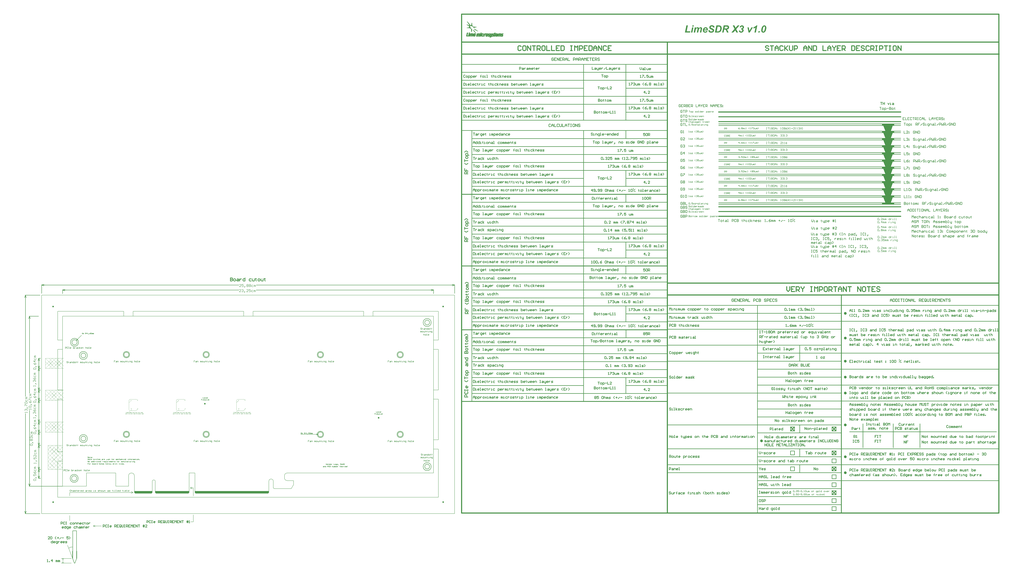
<source format=gm1>
G04*
G04 #@! TF.GenerationSoftware,Altium Limited,Altium Designer,19.1.6 (110)*
G04*
G04 Layer_Color=16711935*
%FSLAX44Y44*%
%MOMM*%
G71*
G01*
G75*
%ADD10C,0.1000*%
%ADD11C,0.2540*%
%ADD12C,0.1500*%
%ADD13C,0.3500*%
%ADD14C,0.3000*%
%ADD15C,0.2000*%
%ADD16C,0.2500*%
%ADD18C,0.1524*%
%ADD19C,0.0254*%
%ADD20C,0.0260*%
%ADD223C,0.4000*%
%ADD237C,1.0000*%
%ADD238C,0.6000*%
%ADD241C,0.5000*%
%ADD244C,0.7000*%
G36*
X5211500Y2307750D02*
X5135750D01*
Y2317500D01*
X5211500D01*
Y2307750D01*
D02*
G37*
G36*
X5190375Y2272500D02*
X5211500D01*
Y2262750D01*
X5135750D01*
Y2272500D01*
X5156625D01*
X5143500Y2307500D01*
X5203500D01*
X5190375Y2272500D01*
D02*
G37*
G36*
Y2227500D02*
X5211500D01*
Y2217750D01*
X5135750D01*
Y2227500D01*
X5156625D01*
X5143500Y2262500D01*
X5203500D01*
X5190375Y2227500D01*
D02*
G37*
G36*
Y2182500D02*
X5211500D01*
Y2172750D01*
X5135750D01*
Y2182500D01*
X5156625D01*
X5143500Y2217500D01*
X5203500D01*
X5190375Y2182500D01*
D02*
G37*
G36*
Y2137500D02*
X5211500D01*
Y2127750D01*
X5135750D01*
Y2137500D01*
X5156625D01*
X5143500Y2172500D01*
X5203500D01*
X5190375Y2137500D01*
D02*
G37*
G36*
Y2092500D02*
X5211500D01*
Y2082750D01*
X5135750D01*
Y2092500D01*
X5156625D01*
X5143500Y2127500D01*
X5203500D01*
X5190375Y2092500D01*
D02*
G37*
G36*
Y2047500D02*
X5211500D01*
Y2037750D01*
X5135750D01*
Y2047500D01*
X5156625D01*
X5143500Y2082500D01*
X5203500D01*
X5190375Y2047500D01*
D02*
G37*
G36*
Y2002500D02*
X5211500D01*
Y1992750D01*
X5135750D01*
Y2002500D01*
X5156625D01*
X5143500Y2037500D01*
X5203500D01*
X5190375Y2002500D01*
D02*
G37*
G36*
Y1957500D02*
X5211500D01*
Y1947750D01*
X5203625D01*
X5190500Y1912750D01*
X5211500D01*
Y1903000D01*
X5135750D01*
Y1912750D01*
X5156750D01*
X5143625Y1947750D01*
X5135750D01*
Y1957500D01*
X5156625D01*
X5143500Y1992500D01*
X5203500D01*
X5190375Y1957500D01*
D02*
G37*
G36*
Y1867750D02*
X5211500D01*
Y1858000D01*
X5203625D01*
X5190500Y1823000D01*
X5211500D01*
Y1813250D01*
X5135750D01*
Y1823000D01*
X5156750D01*
X5143625Y1858000D01*
X5135750D01*
Y1867750D01*
X5156625D01*
X5143500Y1902750D01*
X5203500D01*
X5190375Y1867750D01*
D02*
G37*
G36*
X1293000Y5000D02*
X1288000Y0D01*
X834500D01*
X829500Y5000D01*
X829500Y14000D01*
X1293000D01*
X1293000Y5000D01*
D02*
G37*
G36*
X793000D02*
X788000Y0D01*
X586000D01*
X581000Y5000D01*
X581000Y14000D01*
X793000D01*
X793000Y5000D01*
D02*
G37*
G36*
X562000D02*
X557000Y0D01*
X455000D01*
X450000Y5000D01*
Y14000D01*
X562000D01*
X562000Y5000D01*
D02*
G37*
G36*
X3954993Y2927933D02*
X3946246D01*
X3947930Y2935839D01*
X3956613D01*
X3954993Y2927933D01*
D02*
G37*
G36*
X4070653Y2936616D02*
X4071301Y2936551D01*
X4072078Y2936487D01*
X4072921Y2936357D01*
X4073828Y2936227D01*
X4075836Y2935774D01*
X4076873Y2935450D01*
X4077845Y2935126D01*
X4078882Y2934672D01*
X4079854Y2934154D01*
X4080761Y2933571D01*
X4081603Y2932923D01*
X4081668Y2932858D01*
X4081797Y2932728D01*
X4081992Y2932534D01*
X4082316Y2932275D01*
X4082640Y2931886D01*
X4083029Y2931432D01*
X4083417Y2930914D01*
X4083806Y2930331D01*
X4084260Y2929618D01*
X4084713Y2928905D01*
X4085102Y2928063D01*
X4085491Y2927221D01*
X4085815Y2926249D01*
X4086074Y2925277D01*
X4086268Y2924175D01*
X4086398Y2923074D01*
X4077586Y2922685D01*
Y2922750D01*
Y2922815D01*
X4077521Y2923203D01*
X4077327Y2923787D01*
X4077132Y2924500D01*
X4076808Y2925277D01*
X4076419Y2926119D01*
X4075901Y2926897D01*
X4075188Y2927610D01*
X4075124Y2927674D01*
X4074799Y2927869D01*
X4074346Y2928193D01*
X4073698Y2928517D01*
X4072921Y2928776D01*
X4071884Y2929100D01*
X4070653Y2929294D01*
X4069292Y2929359D01*
X4068644D01*
X4067996Y2929294D01*
X4067154Y2929165D01*
X4066312Y2929035D01*
X4065404Y2928776D01*
X4064562Y2928452D01*
X4063849Y2927998D01*
X4063784Y2927933D01*
X4063590Y2927739D01*
X4063331Y2927480D01*
X4063072Y2927091D01*
X4062748Y2926573D01*
X4062488Y2925990D01*
X4062294Y2925277D01*
X4062229Y2924564D01*
Y2924500D01*
Y2924240D01*
X4062294Y2923916D01*
X4062424Y2923463D01*
X4062618Y2922944D01*
X4062877Y2922426D01*
X4063201Y2921907D01*
X4063719Y2921389D01*
X4063784Y2921324D01*
X4064044Y2921130D01*
X4064432Y2920871D01*
X4065080Y2920482D01*
X4065534Y2920223D01*
X4065988Y2919964D01*
X4066506Y2919640D01*
X4067154Y2919316D01*
X4067802Y2918992D01*
X4068579Y2918603D01*
X4069422Y2918214D01*
X4070329Y2917825D01*
X4070394Y2917761D01*
X4070653Y2917696D01*
X4071042Y2917502D01*
X4071560Y2917307D01*
X4072208Y2916983D01*
X4072921Y2916659D01*
X4074476Y2915882D01*
X4076160Y2915039D01*
X4077780Y2914132D01*
X4078558Y2913679D01*
X4079206Y2913225D01*
X4079789Y2912771D01*
X4080243Y2912383D01*
X4080307Y2912318D01*
X4080372Y2912253D01*
X4080566Y2912059D01*
X4080761Y2911864D01*
X4081279Y2911151D01*
X4081862Y2910244D01*
X4082445Y2909143D01*
X4082899Y2907782D01*
X4083288Y2906227D01*
X4083353Y2905450D01*
X4083417Y2904543D01*
Y2904478D01*
Y2904283D01*
Y2903959D01*
X4083353Y2903570D01*
X4083288Y2903052D01*
X4083158Y2902404D01*
X4083029Y2901756D01*
X4082834Y2901043D01*
X4082575Y2900266D01*
X4082251Y2899424D01*
X4081862Y2898581D01*
X4081409Y2897739D01*
X4080891Y2896896D01*
X4080243Y2895989D01*
X4079530Y2895212D01*
X4078687Y2894370D01*
X4078623Y2894305D01*
X4078493Y2894175D01*
X4078169Y2893981D01*
X4077845Y2893722D01*
X4077327Y2893398D01*
X4076743Y2893009D01*
X4076096Y2892685D01*
X4075253Y2892296D01*
X4074411Y2891843D01*
X4073439Y2891519D01*
X4072337Y2891130D01*
X4071171Y2890806D01*
X4069940Y2890547D01*
X4068579Y2890352D01*
X4067154Y2890222D01*
X4065599Y2890158D01*
X4064627D01*
X4064108Y2890222D01*
X4063525Y2890287D01*
X4062877D01*
X4062165Y2890417D01*
X4060609Y2890611D01*
X4058925Y2890935D01*
X4057175Y2891389D01*
X4055555Y2892037D01*
X4055491D01*
X4055361Y2892102D01*
X4055167Y2892231D01*
X4054843Y2892426D01*
X4054130Y2892814D01*
X4053223Y2893463D01*
X4052251Y2894175D01*
X4051279Y2895147D01*
X4050372Y2896184D01*
X4049594Y2897415D01*
Y2897480D01*
X4049529Y2897545D01*
X4049465Y2897739D01*
X4049335Y2898063D01*
X4049206Y2898387D01*
X4049076Y2898776D01*
X4048752Y2899748D01*
X4048428Y2900914D01*
X4048169Y2902274D01*
X4048039Y2903765D01*
X4047975Y2905385D01*
X4056786Y2905903D01*
Y2905838D01*
Y2905709D01*
Y2905514D01*
X4056851Y2905255D01*
X4056916Y2904478D01*
X4057046Y2903635D01*
X4057175Y2902663D01*
X4057434Y2901691D01*
X4057758Y2900849D01*
X4058212Y2900201D01*
X4058342Y2900071D01*
X4058601Y2899812D01*
X4059119Y2899488D01*
X4059897Y2899035D01*
X4060350Y2898840D01*
X4060934Y2898581D01*
X4061517Y2898387D01*
X4062229Y2898257D01*
X4062942Y2898063D01*
X4063784Y2897998D01*
X4064691Y2897868D01*
X4066376D01*
X4066765Y2897933D01*
X4067219D01*
X4068191Y2898063D01*
X4069227Y2898257D01*
X4070329Y2898581D01*
X4071365Y2898970D01*
X4072208Y2899488D01*
X4072273Y2899553D01*
X4072532Y2899748D01*
X4072856Y2900136D01*
X4073245Y2900590D01*
X4073633Y2901173D01*
X4073957Y2901821D01*
X4074217Y2902534D01*
X4074281Y2903376D01*
Y2903441D01*
Y2903700D01*
X4074217Y2904089D01*
X4074087Y2904543D01*
X4073893Y2905061D01*
X4073568Y2905644D01*
X4073180Y2906227D01*
X4072597Y2906745D01*
X4072532Y2906810D01*
X4072337Y2906940D01*
X4071949Y2907199D01*
X4071365Y2907523D01*
X4070977Y2907782D01*
X4070523Y2908041D01*
X4070005Y2908300D01*
X4069422Y2908560D01*
X4068709Y2908884D01*
X4067996Y2909272D01*
X4067089Y2909661D01*
X4066182Y2910050D01*
X4066117D01*
X4065923Y2910180D01*
X4065663Y2910244D01*
X4065339Y2910439D01*
X4064886Y2910633D01*
X4064368Y2910828D01*
X4063266Y2911346D01*
X4062035Y2911994D01*
X4060739Y2912577D01*
X4059573Y2913225D01*
X4058990Y2913549D01*
X4058536Y2913808D01*
X4058406Y2913873D01*
X4058147Y2914067D01*
X4057694Y2914456D01*
X4057175Y2914910D01*
X4056592Y2915428D01*
X4055944Y2916141D01*
X4055361Y2916918D01*
X4054778Y2917761D01*
X4054713Y2917890D01*
X4054583Y2918214D01*
X4054324Y2918733D01*
X4054130Y2919380D01*
X4053871Y2920223D01*
X4053611Y2921195D01*
X4053482Y2922296D01*
X4053417Y2923463D01*
Y2923528D01*
Y2923722D01*
Y2924046D01*
X4053482Y2924435D01*
X4053547Y2924888D01*
X4053611Y2925471D01*
X4053741Y2926119D01*
X4053936Y2926767D01*
X4054389Y2928257D01*
X4054778Y2929035D01*
X4055167Y2929877D01*
X4055620Y2930655D01*
X4056139Y2931432D01*
X4056786Y2932210D01*
X4057499Y2932923D01*
X4057564Y2932988D01*
X4057694Y2933117D01*
X4057953Y2933247D01*
X4058277Y2933506D01*
X4058665Y2933765D01*
X4059184Y2934089D01*
X4059832Y2934478D01*
X4060545Y2934802D01*
X4061322Y2935126D01*
X4062165Y2935515D01*
X4063137Y2935839D01*
X4064238Y2936098D01*
X4065404Y2936357D01*
X4066635Y2936551D01*
X4067931Y2936616D01*
X4069357Y2936681D01*
X4070134D01*
X4070653Y2936616D01*
D02*
G37*
G36*
X4222274Y2912253D02*
X4233354Y2891000D01*
X4222922D01*
X4219488Y2897545D01*
Y2897609D01*
X4219358Y2897804D01*
X4219229Y2898063D01*
X4219034Y2898387D01*
X4218840Y2898840D01*
X4218581Y2899294D01*
X4217997Y2900396D01*
X4217414Y2901627D01*
X4216831Y2902858D01*
X4216313Y2903959D01*
X4216118Y2904478D01*
X4215924Y2904931D01*
X4215859Y2904866D01*
X4215665Y2904607D01*
X4215276Y2904089D01*
X4214693Y2903376D01*
X4214304Y2902922D01*
X4213915Y2902404D01*
X4213397Y2901821D01*
X4212814Y2901173D01*
X4212231Y2900396D01*
X4211518Y2899618D01*
X4210676Y2898711D01*
X4209833Y2897739D01*
X4203678Y2891000D01*
X4191755D01*
X4211583Y2913614D01*
X4200438Y2935839D01*
X4210092D01*
X4214499Y2927610D01*
X4214563Y2927480D01*
X4214693Y2927156D01*
X4214822Y2926962D01*
X4214952Y2926702D01*
X4215082Y2926378D01*
X4215341Y2925925D01*
X4215535Y2925471D01*
X4215859Y2924888D01*
X4216183Y2924240D01*
X4216572Y2923463D01*
X4216961Y2922556D01*
X4217479Y2921584D01*
X4217544Y2921519D01*
X4217609Y2921389D01*
X4217738Y2921130D01*
X4217868Y2920806D01*
X4217933Y2920871D01*
X4218062Y2921000D01*
X4218257Y2921259D01*
X4218516Y2921519D01*
X4218775Y2921908D01*
X4219164Y2922361D01*
X4220006Y2923398D01*
X4221043Y2924500D01*
X4222079Y2925731D01*
X4223116Y2926962D01*
X4224088Y2928063D01*
X4231086Y2935839D01*
X4242814D01*
X4222274Y2912253D01*
D02*
G37*
G36*
X4001192Y2924111D02*
X4002034Y2923981D01*
X4003006Y2923722D01*
X4004043Y2923333D01*
X4005015Y2922815D01*
X4005857Y2922102D01*
X4005922Y2922037D01*
X4006181Y2921713D01*
X4006570Y2921259D01*
X4006959Y2920612D01*
X4007348Y2919834D01*
X4007737Y2918927D01*
X4007996Y2917825D01*
X4008060Y2916594D01*
Y2916530D01*
Y2916270D01*
X4007996Y2915817D01*
X4007931Y2915233D01*
X4007866Y2914456D01*
X4007672Y2913419D01*
X4007477Y2912188D01*
X4007153Y2910763D01*
X4002877Y2891000D01*
X3994194D01*
X3998406Y2910763D01*
Y2910828D01*
X3998471Y2910957D01*
Y2911087D01*
X3998535Y2911346D01*
X3998665Y2911994D01*
X3998795Y2912707D01*
X3998924Y2913419D01*
X3999054Y2914132D01*
X3999183Y2914651D01*
Y2914845D01*
Y2914974D01*
Y2915039D01*
Y2915233D01*
X3999119Y2915428D01*
X3999054Y2915752D01*
X3998859Y2916465D01*
X3998600Y2916789D01*
X3998341Y2917113D01*
X3998276Y2917177D01*
X3998211Y2917242D01*
X3998017Y2917372D01*
X3997758Y2917566D01*
X3997434Y2917696D01*
X3996980Y2917825D01*
X3996527Y2917890D01*
X3995944Y2917955D01*
X3995620D01*
X3995360Y2917890D01*
X3994713Y2917761D01*
X3993935Y2917502D01*
X3993028Y2917113D01*
X3991991Y2916465D01*
X3991473Y2916076D01*
X3990954Y2915622D01*
X3990501Y2915104D01*
X3989983Y2914456D01*
X3989918Y2914326D01*
X3989788Y2914197D01*
X3989659Y2914002D01*
X3989529Y2913679D01*
X3989334Y2913354D01*
X3989075Y2912901D01*
X3988881Y2912448D01*
X3988622Y2911864D01*
X3988363Y2911216D01*
X3988103Y2910504D01*
X3987844Y2909726D01*
X3987520Y2908884D01*
X3987261Y2907912D01*
X3987002Y2906875D01*
X3986743Y2905709D01*
X3983633Y2891000D01*
X3974950D01*
X3979032Y2910568D01*
Y2910633D01*
X3979097Y2910698D01*
X3979162Y2911151D01*
X3979291Y2911735D01*
X3979421Y2912383D01*
X3979550Y2913160D01*
X3979615Y2913873D01*
X3979745Y2914521D01*
Y2914974D01*
Y2915039D01*
Y2915169D01*
X3979680Y2915428D01*
X3979615Y2915752D01*
X3979356Y2916400D01*
X3979162Y2916789D01*
X3978838Y2917113D01*
X3978773Y2917177D01*
X3978708Y2917242D01*
X3978514Y2917372D01*
X3978254Y2917566D01*
X3977866Y2917696D01*
X3977477Y2917825D01*
X3977023Y2917890D01*
X3976440Y2917955D01*
X3976181D01*
X3975922Y2917890D01*
X3975533Y2917825D01*
X3975080Y2917761D01*
X3974561Y2917566D01*
X3974043Y2917372D01*
X3973459Y2917048D01*
X3973395Y2916983D01*
X3973200Y2916918D01*
X3972877Y2916724D01*
X3972552Y2916465D01*
X3972099Y2916141D01*
X3971646Y2915687D01*
X3971192Y2915233D01*
X3970738Y2914715D01*
X3970674Y2914650D01*
X3970544Y2914456D01*
X3970349Y2914132D01*
X3970090Y2913679D01*
X3969766Y2913160D01*
X3969442Y2912448D01*
X3969118Y2911735D01*
X3968794Y2910892D01*
Y2910828D01*
X3968730Y2910633D01*
X3968600Y2910309D01*
X3968470Y2909856D01*
X3968341Y2909207D01*
X3968082Y2908300D01*
X3967822Y2907264D01*
X3967693Y2906616D01*
X3967498Y2905903D01*
X3964388Y2891000D01*
X3955706D01*
X3962509Y2923528D01*
X3970738D01*
X3969961Y2919575D01*
X3970026Y2919640D01*
X3970155Y2919769D01*
X3970414Y2920028D01*
X3970803Y2920287D01*
X3971257Y2920676D01*
X3971775Y2921065D01*
X3972358Y2921454D01*
X3973071Y2921907D01*
X3974626Y2922750D01*
X3976311Y2923528D01*
X3977283Y2923787D01*
X3978190Y2924046D01*
X3979226Y2924175D01*
X3980198Y2924240D01*
X3980782D01*
X3981494Y2924175D01*
X3982272Y2924046D01*
X3983179Y2923851D01*
X3984151Y2923592D01*
X3985058Y2923203D01*
X3985836Y2922685D01*
X3985900Y2922620D01*
X3986159Y2922426D01*
X3986483Y2922037D01*
X3986937Y2921584D01*
X3987326Y2921000D01*
X3987780Y2920223D01*
X3988168Y2919445D01*
X3988427Y2918474D01*
X3988492Y2918603D01*
X3988752Y2918862D01*
X3989140Y2919316D01*
X3989659Y2919899D01*
X3990371Y2920547D01*
X3991149Y2921195D01*
X3992121Y2921907D01*
X3993222Y2922556D01*
X3993287D01*
X3993352Y2922620D01*
X3993546Y2922685D01*
X3993806Y2922815D01*
X3994389Y2923074D01*
X3995231Y2923398D01*
X3996203Y2923722D01*
X3997369Y2923981D01*
X3998535Y2924175D01*
X3999832Y2924240D01*
X4000479D01*
X4001192Y2924111D01*
D02*
G37*
G36*
X4306508Y2891000D02*
X4298992D01*
X4292512Y2923528D01*
X4301130D01*
X4303333Y2909272D01*
Y2909208D01*
X4303398Y2909013D01*
Y2908754D01*
X4303463Y2908365D01*
X4303528Y2907912D01*
X4303657Y2907328D01*
X4303851Y2906162D01*
X4304046Y2904866D01*
X4304240Y2903635D01*
X4304370Y2902534D01*
X4304435Y2902080D01*
X4304499Y2901691D01*
X4304564Y2901821D01*
X4304694Y2902015D01*
X4304888Y2902339D01*
X4305147Y2902858D01*
X4305536Y2903506D01*
X4305990Y2904413D01*
X4306313Y2904996D01*
X4306638Y2905579D01*
Y2905644D01*
X4306702Y2905709D01*
X4306962Y2906097D01*
X4307285Y2906681D01*
X4307674Y2907393D01*
X4308063Y2908106D01*
X4308452Y2908754D01*
X4308776Y2909337D01*
X4308970Y2909726D01*
X4317070Y2923528D01*
X4326530D01*
X4306508Y2891000D01*
D02*
G37*
G36*
X4259013Y2936033D02*
X4259531Y2935968D01*
X4260114Y2935903D01*
X4261475Y2935644D01*
X4262965Y2935255D01*
X4264521Y2934608D01*
X4265298Y2934219D01*
X4266011Y2933765D01*
X4266724Y2933247D01*
X4267372Y2932599D01*
X4267437Y2932534D01*
X4267501Y2932469D01*
X4267696Y2932275D01*
X4267890Y2932016D01*
X4268149Y2931627D01*
X4268408Y2931238D01*
X4268991Y2930266D01*
X4269575Y2929100D01*
X4270093Y2927674D01*
X4270482Y2926119D01*
X4270547Y2925277D01*
X4270611Y2924370D01*
Y2924305D01*
Y2924240D01*
Y2924046D01*
Y2923787D01*
X4270482Y2923139D01*
X4270352Y2922296D01*
X4270093Y2921259D01*
X4269769Y2920223D01*
X4269250Y2919121D01*
X4268538Y2918020D01*
X4268473Y2917890D01*
X4268149Y2917566D01*
X4267696Y2917048D01*
X4267048Y2916465D01*
X4266270Y2915752D01*
X4265298Y2915039D01*
X4264196Y2914456D01*
X4262901Y2913873D01*
X4262965D01*
X4263030Y2913808D01*
X4263354Y2913614D01*
X4263873Y2913290D01*
X4264521Y2912836D01*
X4265168Y2912253D01*
X4265881Y2911605D01*
X4266529Y2910828D01*
X4267112Y2909985D01*
X4267177Y2909856D01*
X4267307Y2909597D01*
X4267566Y2909078D01*
X4267825Y2908495D01*
X4268019Y2907717D01*
X4268279Y2906875D01*
X4268408Y2905968D01*
X4268473Y2904996D01*
Y2904931D01*
Y2904802D01*
Y2904543D01*
X4268408Y2904154D01*
X4268344Y2903700D01*
X4268279Y2903182D01*
X4268149Y2902599D01*
X4268019Y2902015D01*
X4267631Y2900590D01*
X4266983Y2899035D01*
X4266594Y2898257D01*
X4266076Y2897415D01*
X4265557Y2896637D01*
X4264909Y2895860D01*
X4264845Y2895795D01*
X4264715Y2895601D01*
X4264391Y2895341D01*
X4264067Y2894953D01*
X4263549Y2894564D01*
X4262965Y2894045D01*
X4262318Y2893527D01*
X4261540Y2893009D01*
X4260698Y2892491D01*
X4259791Y2891972D01*
X4258754Y2891454D01*
X4257652Y2891065D01*
X4256486Y2890676D01*
X4255255Y2890417D01*
X4253894Y2890222D01*
X4252533Y2890158D01*
X4252015D01*
X4251562Y2890222D01*
X4251108Y2890287D01*
X4250525Y2890352D01*
X4249877Y2890417D01*
X4249229Y2890547D01*
X4247739Y2890935D01*
X4246183Y2891519D01*
X4245406Y2891907D01*
X4244628Y2892361D01*
X4243851Y2892814D01*
X4243138Y2893398D01*
X4243073Y2893463D01*
X4243008Y2893527D01*
X4242814Y2893722D01*
X4242555Y2893981D01*
X4242231Y2894305D01*
X4241907Y2894758D01*
X4241583Y2895212D01*
X4241194Y2895795D01*
X4240805Y2896378D01*
X4240417Y2897091D01*
X4240028Y2897804D01*
X4239704Y2898646D01*
X4239380Y2899553D01*
X4239056Y2900525D01*
X4238862Y2901497D01*
X4238667Y2902599D01*
X4247090Y2903635D01*
Y2903571D01*
Y2903506D01*
X4247155Y2903311D01*
X4247220Y2903052D01*
X4247350Y2902404D01*
X4247544Y2901627D01*
X4247803Y2900849D01*
X4248127Y2900007D01*
X4248516Y2899229D01*
X4248970Y2898646D01*
X4249034Y2898581D01*
X4249229Y2898452D01*
X4249553Y2898192D01*
X4249942Y2897998D01*
X4250460Y2897739D01*
X4251108Y2897480D01*
X4251821Y2897350D01*
X4252598Y2897285D01*
X4252728D01*
X4253116Y2897350D01*
X4253635Y2897415D01*
X4254348Y2897545D01*
X4255125Y2897804D01*
X4255968Y2898128D01*
X4256810Y2898646D01*
X4257588Y2899294D01*
X4257652Y2899359D01*
X4257911Y2899683D01*
X4258235Y2900071D01*
X4258624Y2900720D01*
X4258948Y2901432D01*
X4259272Y2902339D01*
X4259531Y2903376D01*
X4259596Y2904478D01*
Y2904543D01*
Y2904607D01*
Y2904931D01*
X4259531Y2905450D01*
X4259402Y2906097D01*
X4259207Y2906810D01*
X4258883Y2907523D01*
X4258495Y2908236D01*
X4257976Y2908884D01*
X4257911Y2908948D01*
X4257652Y2909143D01*
X4257328Y2909402D01*
X4256810Y2909726D01*
X4256227Y2909985D01*
X4255449Y2910244D01*
X4254607Y2910439D01*
X4253635Y2910504D01*
X4253246D01*
X4252793Y2910439D01*
X4252274Y2910374D01*
X4253765Y2917631D01*
X4255255D01*
X4255903Y2917696D01*
X4256680Y2917826D01*
X4257523Y2918085D01*
X4258365Y2918344D01*
X4259207Y2918797D01*
X4259985Y2919380D01*
X4260050Y2919445D01*
X4260309Y2919705D01*
X4260568Y2920093D01*
X4260957Y2920677D01*
X4261281Y2921389D01*
X4261605Y2922231D01*
X4261799Y2923203D01*
X4261864Y2924305D01*
Y2924435D01*
Y2924694D01*
X4261799Y2925082D01*
X4261734Y2925601D01*
X4261540Y2926119D01*
X4261346Y2926702D01*
X4261022Y2927285D01*
X4260568Y2927804D01*
X4260503Y2927869D01*
X4260374Y2927998D01*
X4260050Y2928193D01*
X4259726Y2928452D01*
X4259207Y2928711D01*
X4258689Y2928906D01*
X4258041Y2929035D01*
X4257328Y2929100D01*
X4257004D01*
X4256680Y2929035D01*
X4256227Y2928906D01*
X4255708Y2928776D01*
X4255125Y2928517D01*
X4254542Y2928128D01*
X4253959Y2927674D01*
X4253894Y2927610D01*
X4253700Y2927415D01*
X4253441Y2927026D01*
X4253116Y2926573D01*
X4252728Y2925925D01*
X4252339Y2925082D01*
X4251950Y2924111D01*
X4251626Y2922944D01*
X4243592Y2924500D01*
Y2924564D01*
X4243657Y2924694D01*
X4243721Y2924953D01*
X4243851Y2925342D01*
X4244045Y2925731D01*
X4244240Y2926184D01*
X4244693Y2927285D01*
X4245276Y2928517D01*
X4245989Y2929748D01*
X4246831Y2930979D01*
X4247803Y2932080D01*
X4247868Y2932145D01*
X4247998Y2932275D01*
X4248257Y2932469D01*
X4248516Y2932728D01*
X4248970Y2932988D01*
X4249423Y2933376D01*
X4250006Y2933700D01*
X4250654Y2934089D01*
X4251367Y2934478D01*
X4252080Y2934802D01*
X4253829Y2935450D01*
X4254801Y2935709D01*
X4255838Y2935903D01*
X4256875Y2936033D01*
X4257976Y2936098D01*
X4258559D01*
X4259013Y2936033D01*
D02*
G37*
G36*
X4369036Y2891000D02*
X4360353D01*
X4362038Y2899489D01*
X4370720D01*
X4369036Y2891000D01*
D02*
G37*
G36*
X4345126D02*
X4336314D01*
X4342793Y2922037D01*
X4342664Y2921972D01*
X4342340Y2921713D01*
X4341757Y2921389D01*
X4340979Y2920936D01*
X4340072Y2920417D01*
X4338971Y2919899D01*
X4337739Y2919316D01*
X4336443Y2918733D01*
X4336379D01*
X4336314Y2918668D01*
X4336119Y2918603D01*
X4335860Y2918474D01*
X4335148Y2918279D01*
X4334305Y2917955D01*
X4333333Y2917631D01*
X4332232Y2917307D01*
X4331195Y2916983D01*
X4330093Y2916724D01*
X4331778Y2924564D01*
X4331843D01*
X4331908Y2924629D01*
X4332296Y2924759D01*
X4332880Y2925083D01*
X4333657Y2925471D01*
X4334565Y2925925D01*
X4335666Y2926443D01*
X4336897Y2927091D01*
X4338193Y2927869D01*
X4339554Y2928646D01*
X4340979Y2929554D01*
X4342469Y2930526D01*
X4343895Y2931497D01*
X4345320Y2932599D01*
X4346746Y2933700D01*
X4348042Y2934867D01*
X4349273Y2936098D01*
X4354586D01*
X4345126Y2891000D01*
D02*
G37*
G36*
X4164800Y2935774D02*
X4165967Y2935709D01*
X4167263Y2935580D01*
X4168559Y2935385D01*
X4169854Y2935126D01*
X4171021Y2934737D01*
X4171086D01*
X4171151Y2934672D01*
X4171474Y2934543D01*
X4171993Y2934283D01*
X4172641Y2933895D01*
X4173418Y2933311D01*
X4174196Y2932664D01*
X4174908Y2931821D01*
X4175621Y2930849D01*
X4175686Y2930720D01*
X4175880Y2930331D01*
X4176205Y2929748D01*
X4176528Y2928970D01*
X4176852Y2927998D01*
X4177177Y2926832D01*
X4177371Y2925471D01*
X4177436Y2924046D01*
Y2923981D01*
Y2923787D01*
Y2923528D01*
X4177371Y2923074D01*
X4177306Y2922620D01*
X4177241Y2922037D01*
X4177177Y2921389D01*
X4176982Y2920741D01*
X4176593Y2919251D01*
X4176010Y2917631D01*
X4175621Y2916854D01*
X4175168Y2916076D01*
X4174585Y2915298D01*
X4174001Y2914586D01*
X4173936Y2914521D01*
X4173872Y2914456D01*
X4173613Y2914262D01*
X4173354Y2914002D01*
X4172965Y2913679D01*
X4172576Y2913354D01*
X4172057Y2913031D01*
X4171410Y2912642D01*
X4170762Y2912253D01*
X4169984Y2911864D01*
X4169142Y2911476D01*
X4168170Y2911087D01*
X4167198Y2910763D01*
X4166096Y2910504D01*
X4164865Y2910244D01*
X4163634Y2910050D01*
X4163699Y2909985D01*
X4163958Y2909791D01*
X4164282Y2909402D01*
X4164736Y2908948D01*
X4165189Y2908300D01*
X4165772Y2907588D01*
X4166356Y2906745D01*
X4166939Y2905838D01*
X4167003Y2905774D01*
X4167068Y2905579D01*
X4167263Y2905320D01*
X4167457Y2904866D01*
X4167781Y2904348D01*
X4168105Y2903700D01*
X4168494Y2902922D01*
X4168947Y2902015D01*
X4169466Y2901043D01*
X4169984Y2899942D01*
X4170567Y2898711D01*
X4171151Y2897350D01*
X4171798Y2895925D01*
X4172446Y2894370D01*
X4173159Y2892750D01*
X4173872Y2891000D01*
X4163958D01*
Y2891065D01*
X4163893Y2891194D01*
X4163828Y2891389D01*
X4163699Y2891713D01*
X4163569Y2892102D01*
X4163375Y2892620D01*
X4163181Y2893203D01*
X4162921Y2893916D01*
X4162597Y2894694D01*
X4162273Y2895536D01*
X4161885Y2896508D01*
X4161431Y2897545D01*
X4160977Y2898711D01*
X4160459Y2900007D01*
X4159876Y2901367D01*
X4159228Y2902793D01*
Y2902858D01*
X4159163Y2902987D01*
X4159034Y2903182D01*
X4158904Y2903506D01*
X4158515Y2904218D01*
X4157997Y2905126D01*
X4157414Y2906097D01*
X4156766Y2907069D01*
X4155988Y2907977D01*
X4155599Y2908300D01*
X4155211Y2908625D01*
X4155146Y2908689D01*
X4154951Y2908754D01*
X4154628Y2908884D01*
X4154174Y2909078D01*
X4153526Y2909272D01*
X4152748Y2909402D01*
X4151777Y2909467D01*
X4150610Y2909532D01*
X4146852D01*
X4142964Y2891000D01*
X4133828D01*
X4143224Y2935839D01*
X4164347D01*
X4164800Y2935774D01*
D02*
G37*
G36*
X4113742Y2935774D02*
X4114843D01*
X4115750Y2935709D01*
X4116074D01*
X4116398Y2935644D01*
X4116528D01*
X4116852Y2935580D01*
X4117370Y2935515D01*
X4118083Y2935385D01*
X4118860Y2935255D01*
X4119703Y2935061D01*
X4121388Y2934478D01*
X4121517Y2934413D01*
X4121776Y2934348D01*
X4122165Y2934154D01*
X4122748Y2933895D01*
X4123331Y2933506D01*
X4124044Y2933117D01*
X4124692Y2932664D01*
X4125405Y2932080D01*
X4125470Y2932016D01*
X4125729Y2931821D01*
X4126053Y2931497D01*
X4126506Y2931044D01*
X4126960Y2930526D01*
X4127478Y2929877D01*
X4127997Y2929165D01*
X4128515Y2928387D01*
X4128580Y2928322D01*
X4128709Y2927998D01*
X4128969Y2927545D01*
X4129228Y2926962D01*
X4129552Y2926249D01*
X4129940Y2925406D01*
X4130265Y2924435D01*
X4130524Y2923398D01*
X4130588Y2923268D01*
X4130653Y2922880D01*
X4130783Y2922296D01*
X4130912Y2921584D01*
X4131042Y2920677D01*
X4131107Y2919575D01*
X4131236Y2918474D01*
Y2917242D01*
Y2917177D01*
Y2916918D01*
Y2916530D01*
X4131172Y2916011D01*
Y2915363D01*
X4131107Y2914651D01*
X4130977Y2913808D01*
X4130912Y2912901D01*
X4130718Y2911929D01*
X4130588Y2910892D01*
X4130070Y2908754D01*
X4129357Y2906551D01*
X4128969Y2905450D01*
X4128450Y2904348D01*
Y2904283D01*
X4128321Y2904089D01*
X4128191Y2903830D01*
X4127932Y2903441D01*
X4127673Y2902922D01*
X4127349Y2902404D01*
X4126506Y2901108D01*
X4125534Y2899683D01*
X4124303Y2898192D01*
X4122943Y2896767D01*
X4121452Y2895406D01*
X4121388D01*
X4121323Y2895277D01*
X4121129Y2895147D01*
X4120869Y2895017D01*
X4120545Y2894758D01*
X4120156Y2894564D01*
X4119185Y2893981D01*
X4118018Y2893398D01*
X4116593Y2892750D01*
X4114973Y2892166D01*
X4113159Y2891648D01*
X4113029D01*
X4112834Y2891583D01*
X4112640Y2891519D01*
X4112316D01*
X4111927Y2891454D01*
X4111474Y2891389D01*
X4110956Y2891324D01*
X4110372Y2891259D01*
X4109724Y2891194D01*
X4109012Y2891130D01*
X4108169D01*
X4107327Y2891065D01*
X4106355Y2891000D01*
X4088471D01*
X4097867Y2935839D01*
X4112640D01*
X4113742Y2935774D01*
D02*
G37*
G36*
X3947217Y2891000D02*
X3938535D01*
X3945338Y2923528D01*
X3954086D01*
X3947217Y2891000D01*
D02*
G37*
G36*
X3911256Y2898517D02*
X3934194D01*
X3932639Y2891000D01*
X3900500D01*
X3909895Y2935839D01*
X3919096D01*
X3911256Y2898517D01*
D02*
G37*
G36*
X4399165Y2936033D02*
X4399619Y2935968D01*
X4400137Y2935903D01*
X4401433Y2935580D01*
X4402859Y2935126D01*
X4403571Y2934802D01*
X4404349Y2934413D01*
X4405062Y2933959D01*
X4405839Y2933376D01*
X4406552Y2932793D01*
X4407200Y2932080D01*
X4407265Y2932016D01*
X4407330Y2931886D01*
X4407524Y2931692D01*
X4407783Y2931368D01*
X4408042Y2930914D01*
X4408302Y2930461D01*
X4408625Y2929877D01*
X4409014Y2929165D01*
X4409338Y2928387D01*
X4409662Y2927545D01*
X4409922Y2926573D01*
X4410181Y2925601D01*
X4410440Y2924435D01*
X4410634Y2923268D01*
X4410699Y2921972D01*
X4410764Y2920612D01*
Y2920547D01*
Y2920288D01*
Y2919899D01*
X4410699Y2919380D01*
Y2918797D01*
X4410634Y2918020D01*
X4410569Y2917178D01*
X4410440Y2916206D01*
X4410310Y2915104D01*
X4410116Y2914003D01*
X4409922Y2912772D01*
X4409662Y2911541D01*
X4409014Y2908819D01*
X4408172Y2905968D01*
Y2905903D01*
X4408042Y2905644D01*
X4407913Y2905255D01*
X4407719Y2904737D01*
X4407459Y2904089D01*
X4407135Y2903311D01*
X4406747Y2902534D01*
X4406358Y2901627D01*
X4405321Y2899748D01*
X4404155Y2897804D01*
X4402794Y2895925D01*
X4402016Y2895017D01*
X4401239Y2894240D01*
X4401174Y2894175D01*
X4401045Y2894046D01*
X4400785Y2893851D01*
X4400461Y2893592D01*
X4400073Y2893268D01*
X4399554Y2892944D01*
X4399036Y2892555D01*
X4398388Y2892231D01*
X4396898Y2891454D01*
X4395278Y2890806D01*
X4394371Y2890547D01*
X4393399Y2890352D01*
X4392427Y2890222D01*
X4391390Y2890158D01*
X4390872D01*
X4390483Y2890222D01*
X4390029Y2890287D01*
X4389511Y2890352D01*
X4388215Y2890676D01*
X4386790Y2891130D01*
X4386077Y2891454D01*
X4385299Y2891843D01*
X4384522Y2892296D01*
X4383809Y2892815D01*
X4383096Y2893398D01*
X4382383Y2894110D01*
X4382319Y2894175D01*
X4382254Y2894305D01*
X4382059Y2894499D01*
X4381865Y2894823D01*
X4381606Y2895277D01*
X4381282Y2895730D01*
X4380958Y2896313D01*
X4380634Y2897026D01*
X4380310Y2897804D01*
X4379986Y2898646D01*
X4379727Y2899553D01*
X4379403Y2900590D01*
X4379208Y2901691D01*
X4379014Y2902858D01*
X4378949Y2904154D01*
X4378885Y2905515D01*
Y2905579D01*
Y2905838D01*
Y2906162D01*
X4378949Y2906681D01*
Y2907328D01*
X4379014Y2908041D01*
X4379079Y2908884D01*
X4379144Y2909791D01*
X4379273Y2910763D01*
X4379467Y2911864D01*
X4379856Y2914197D01*
X4380375Y2916659D01*
X4381152Y2919251D01*
X4381217Y2919380D01*
X4381282Y2919640D01*
X4381476Y2920093D01*
X4381671Y2920677D01*
X4381930Y2921389D01*
X4382319Y2922167D01*
X4382708Y2923074D01*
X4383161Y2924046D01*
X4384198Y2926119D01*
X4385429Y2928193D01*
X4386077Y2929229D01*
X4386854Y2930201D01*
X4387632Y2931108D01*
X4388409Y2931951D01*
X4388474Y2932016D01*
X4388604Y2932145D01*
X4388863Y2932340D01*
X4389187Y2932599D01*
X4389576Y2932923D01*
X4390094Y2933247D01*
X4390677Y2933636D01*
X4391325Y2934024D01*
X4392751Y2934802D01*
X4394435Y2935450D01*
X4395342Y2935709D01*
X4396250Y2935903D01*
X4397222Y2936033D01*
X4398258Y2936098D01*
X4398777D01*
X4399165Y2936033D01*
D02*
G37*
G36*
X4031840Y2924175D02*
X4032359Y2924111D01*
X4032942Y2924046D01*
X4033590Y2923916D01*
X4034302Y2923787D01*
X4035858Y2923333D01*
X4036635Y2923074D01*
X4037413Y2922685D01*
X4038190Y2922231D01*
X4038968Y2921778D01*
X4039680Y2921195D01*
X4040393Y2920547D01*
X4040458Y2920482D01*
X4040523Y2920352D01*
X4040717Y2920158D01*
X4040976Y2919899D01*
X4041236Y2919510D01*
X4041495Y2919056D01*
X4041819Y2918474D01*
X4042208Y2917890D01*
X4042531Y2917177D01*
X4042856Y2916400D01*
X4043115Y2915558D01*
X4043374Y2914586D01*
X4043633Y2913614D01*
X4043828Y2912512D01*
X4043892Y2911411D01*
X4043957Y2910180D01*
Y2910115D01*
Y2910050D01*
Y2909661D01*
Y2909013D01*
X4043892Y2908300D01*
X4043828Y2907393D01*
X4043698Y2906422D01*
X4043309Y2904478D01*
X4021279D01*
Y2904413D01*
Y2904154D01*
X4021214Y2903894D01*
Y2903635D01*
Y2903570D01*
Y2903506D01*
Y2903117D01*
X4021343Y2902534D01*
X4021473Y2901756D01*
X4021667Y2900914D01*
X4021991Y2900071D01*
X4022445Y2899164D01*
X4023028Y2898387D01*
X4023093Y2898322D01*
X4023352Y2898063D01*
X4023741Y2897804D01*
X4024324Y2897415D01*
X4024972Y2897091D01*
X4025750Y2896767D01*
X4026657Y2896508D01*
X4027628Y2896443D01*
X4028082D01*
X4028341Y2896508D01*
X4028730Y2896573D01*
X4029184Y2896702D01*
X4030156Y2897026D01*
X4030674Y2897220D01*
X4031257Y2897545D01*
X4031840Y2897933D01*
X4032359Y2898387D01*
X4032942Y2898905D01*
X4033525Y2899488D01*
X4034043Y2900201D01*
X4034497Y2900979D01*
X4042337Y2899683D01*
Y2899618D01*
X4042208Y2899488D01*
X4042078Y2899229D01*
X4041884Y2898905D01*
X4041689Y2898517D01*
X4041365Y2898063D01*
X4040717Y2896961D01*
X4039810Y2895795D01*
X4038708Y2894629D01*
X4037477Y2893463D01*
X4036117Y2892491D01*
X4036052D01*
X4035923Y2892361D01*
X4035728Y2892296D01*
X4035469Y2892102D01*
X4035080Y2891972D01*
X4034691Y2891778D01*
X4033590Y2891324D01*
X4032359Y2890870D01*
X4030869Y2890547D01*
X4029313Y2890287D01*
X4027564Y2890158D01*
X4026916D01*
X4026462Y2890222D01*
X4025879Y2890287D01*
X4025231Y2890352D01*
X4024518Y2890482D01*
X4023741Y2890676D01*
X4022056Y2891194D01*
X4021149Y2891519D01*
X4020242Y2891907D01*
X4019400Y2892361D01*
X4018492Y2892944D01*
X4017650Y2893592D01*
X4016873Y2894305D01*
X4016808Y2894370D01*
X4016678Y2894499D01*
X4016484Y2894758D01*
X4016225Y2895082D01*
X4015901Y2895471D01*
X4015577Y2895989D01*
X4015188Y2896573D01*
X4014864Y2897220D01*
X4014475Y2897998D01*
X4014086Y2898776D01*
X4013763Y2899683D01*
X4013438Y2900655D01*
X4013179Y2901691D01*
X4012985Y2902858D01*
X4012855Y2904024D01*
X4012791Y2905255D01*
Y2905320D01*
Y2905579D01*
Y2905903D01*
X4012855Y2906357D01*
X4012920Y2906940D01*
X4012985Y2907653D01*
X4013114Y2908430D01*
X4013244Y2909272D01*
X4013698Y2911087D01*
X4014022Y2912059D01*
X4014345Y2913095D01*
X4014799Y2914132D01*
X4015253Y2915169D01*
X4015836Y2916205D01*
X4016484Y2917177D01*
X4016548Y2917242D01*
X4016743Y2917502D01*
X4017002Y2917825D01*
X4017391Y2918279D01*
X4017974Y2918797D01*
X4018557Y2919445D01*
X4019335Y2920028D01*
X4020177Y2920741D01*
X4021149Y2921389D01*
X4022251Y2922037D01*
X4023417Y2922620D01*
X4024713Y2923139D01*
X4026074Y2923592D01*
X4027564Y2923916D01*
X4029184Y2924175D01*
X4030869Y2924240D01*
X4031451D01*
X4031840Y2924175D01*
D02*
G37*
%LPC*%
G36*
X4162338Y2928322D02*
X4150805D01*
X4148278Y2916270D01*
X4155016D01*
X4155664Y2916335D01*
X4157220Y2916400D01*
X4158839Y2916465D01*
X4160459Y2916659D01*
X4161172Y2916724D01*
X4161885Y2916854D01*
X4162468Y2916983D01*
X4162986Y2917113D01*
X4163116Y2917177D01*
X4163375Y2917307D01*
X4163828Y2917502D01*
X4164412Y2917826D01*
X4164995Y2918214D01*
X4165643Y2918668D01*
X4166226Y2919251D01*
X4166809Y2919899D01*
X4166874Y2919964D01*
X4167003Y2920223D01*
X4167263Y2920612D01*
X4167522Y2921130D01*
X4167781Y2921713D01*
X4168040Y2922361D01*
X4168170Y2923139D01*
X4168235Y2923916D01*
Y2924046D01*
Y2924305D01*
X4168105Y2924759D01*
X4167975Y2925277D01*
X4167716Y2925860D01*
X4167392Y2926443D01*
X4166874Y2927026D01*
X4166226Y2927545D01*
X4166161Y2927610D01*
X4165967Y2927674D01*
X4165643Y2927804D01*
X4165125Y2927933D01*
X4164412Y2928063D01*
X4163440Y2928193D01*
X4162338Y2928322D01*
D02*
G37*
G36*
X4112316Y2928452D02*
X4105513D01*
X4099163Y2898192D01*
X4105059D01*
X4105577Y2898257D01*
X4106679D01*
X4107910Y2898322D01*
X4109077Y2898452D01*
X4110243Y2898581D01*
X4110761Y2898646D01*
X4111215Y2898776D01*
X4111344Y2898840D01*
X4111603Y2898905D01*
X4112057Y2899100D01*
X4112640Y2899294D01*
X4113288Y2899618D01*
X4114001Y2900007D01*
X4114714Y2900525D01*
X4115426Y2901108D01*
X4115491D01*
X4115556Y2901238D01*
X4115880Y2901562D01*
X4116398Y2902145D01*
X4117046Y2902858D01*
X4117824Y2903830D01*
X4118601Y2904996D01*
X4119379Y2906292D01*
X4120092Y2907717D01*
Y2907782D01*
X4120156Y2907912D01*
X4120286Y2908171D01*
X4120416Y2908430D01*
X4120545Y2908884D01*
X4120675Y2909337D01*
X4120869Y2909856D01*
X4121064Y2910504D01*
X4121193Y2911151D01*
X4121388Y2911929D01*
X4121711Y2913614D01*
X4121906Y2915493D01*
X4121971Y2917502D01*
Y2917566D01*
Y2917696D01*
Y2917955D01*
Y2918279D01*
X4121906Y2918668D01*
Y2919121D01*
X4121776Y2920223D01*
X4121582Y2921389D01*
X4121323Y2922556D01*
X4120934Y2923722D01*
X4120416Y2924694D01*
X4120351Y2924823D01*
X4120156Y2925082D01*
X4119832Y2925471D01*
X4119379Y2925990D01*
X4118796Y2926508D01*
X4118148Y2927026D01*
X4117370Y2927480D01*
X4116528Y2927869D01*
X4116463D01*
X4116204Y2927933D01*
X4115815Y2928063D01*
X4115232Y2928193D01*
X4114454Y2928257D01*
X4113482Y2928387D01*
X4112316Y2928452D01*
D02*
G37*
G36*
X4397934Y2929100D02*
X4397805D01*
X4397545Y2929035D01*
X4397092Y2928970D01*
X4396509Y2928841D01*
X4395861Y2928517D01*
X4395148Y2928128D01*
X4394435Y2927610D01*
X4393723Y2926832D01*
Y2926767D01*
X4393593Y2926703D01*
X4393463Y2926443D01*
X4393269Y2926184D01*
X4393075Y2925795D01*
X4392751Y2925342D01*
X4392491Y2924823D01*
X4392167Y2924175D01*
X4391779Y2923398D01*
X4391390Y2922556D01*
X4391001Y2921648D01*
X4390612Y2920547D01*
X4390224Y2919445D01*
X4389835Y2918149D01*
X4389446Y2916789D01*
X4389057Y2915298D01*
Y2915234D01*
X4388993Y2914974D01*
X4388928Y2914651D01*
X4388798Y2914132D01*
X4388669Y2913549D01*
X4388539Y2912836D01*
X4388409Y2912059D01*
X4388280Y2911216D01*
X4387956Y2909337D01*
X4387697Y2907458D01*
X4387502Y2905515D01*
X4387437Y2903700D01*
Y2903635D01*
Y2903571D01*
Y2903376D01*
Y2903117D01*
X4387502Y2902469D01*
X4387567Y2901691D01*
X4387697Y2900849D01*
X4387956Y2900007D01*
X4388215Y2899229D01*
X4388604Y2898581D01*
X4388669Y2898517D01*
X4388798Y2898387D01*
X4389057Y2898128D01*
X4389446Y2897869D01*
X4389835Y2897609D01*
X4390353Y2897350D01*
X4391001Y2897220D01*
X4391649Y2897156D01*
X4391779D01*
X4392038Y2897220D01*
X4392556Y2897285D01*
X4393139Y2897415D01*
X4393788Y2897739D01*
X4394565Y2898128D01*
X4395278Y2898646D01*
X4396055Y2899424D01*
Y2899489D01*
X4396185Y2899553D01*
X4396314Y2899748D01*
X4396509Y2900071D01*
X4396703Y2900396D01*
X4396962Y2900849D01*
X4397222Y2901432D01*
X4397545Y2902080D01*
X4397934Y2902793D01*
X4398258Y2903700D01*
X4398647Y2904672D01*
X4399036Y2905774D01*
X4399425Y2907005D01*
X4399814Y2908300D01*
X4400202Y2909791D01*
X4400591Y2911411D01*
Y2911476D01*
X4400656Y2911735D01*
X4400721Y2912123D01*
X4400850Y2912577D01*
X4400980Y2913160D01*
X4401109Y2913873D01*
X4401239Y2914651D01*
X4401433Y2915493D01*
X4401693Y2917307D01*
X4401952Y2919186D01*
X4402146Y2921000D01*
X4402211Y2921908D01*
Y2922685D01*
Y2922750D01*
Y2922815D01*
Y2923268D01*
X4402146Y2923852D01*
X4402081Y2924564D01*
X4401887Y2925342D01*
X4401693Y2926184D01*
X4401368Y2926897D01*
X4400980Y2927545D01*
X4400915Y2927610D01*
X4400785Y2927804D01*
X4400526Y2928063D01*
X4400137Y2928322D01*
X4399749Y2928582D01*
X4399230Y2928841D01*
X4398582Y2929035D01*
X4397934Y2929100D01*
D02*
G37*
G36*
X4029961Y2917955D02*
X4029508D01*
X4028989Y2917825D01*
X4028341Y2917696D01*
X4027564Y2917437D01*
X4026721Y2917113D01*
X4025879Y2916594D01*
X4025037Y2915882D01*
X4024972Y2915817D01*
X4024713Y2915493D01*
X4024324Y2915039D01*
X4023871Y2914326D01*
X4023417Y2913484D01*
X4022899Y2912448D01*
X4022445Y2911281D01*
X4022121Y2909856D01*
X4035923D01*
Y2909920D01*
Y2910180D01*
Y2910439D01*
Y2910698D01*
Y2910763D01*
Y2910828D01*
Y2911022D01*
Y2911281D01*
X4035858Y2911929D01*
X4035728Y2912771D01*
X4035534Y2913614D01*
X4035210Y2914521D01*
X4034821Y2915363D01*
X4034302Y2916141D01*
X4034238Y2916205D01*
X4033979Y2916400D01*
X4033654Y2916724D01*
X4033136Y2917048D01*
X4032553Y2917372D01*
X4031776Y2917696D01*
X4030933Y2917890D01*
X4029961Y2917955D01*
D02*
G37*
%LPD*%
D10*
X1144250Y583900D02*
Y586729D01*
X1141422Y583900D02*
X1144250D01*
X1101422D02*
X1104250D01*
Y581072D02*
Y583900D01*
X1142250Y531900D02*
X1144250Y533900D01*
X1146250Y531900D01*
X1104250Y533900D02*
X1106250Y531900D01*
X1102250D02*
X1104250Y533900D01*
X1091250Y512000D02*
Y515000D01*
X1095250Y519000D01*
X1138150Y590000D02*
X1144250Y583900D01*
X1095250Y590000D02*
X1138150D01*
X1089250Y584000D02*
X1095250Y590000D01*
X1089250Y568900D02*
Y584000D01*
Y568900D02*
X1104250Y583900D01*
X1089250Y525000D02*
Y568900D01*
Y525000D02*
X1095250Y519000D01*
X1104250D01*
X1134250D01*
X1137250Y522000D01*
X1144250Y529000D01*
Y533900D01*
X1104250Y519000D02*
Y533900D01*
X470310Y583335D02*
Y586164D01*
X467481Y583335D02*
X470310D01*
X427481D02*
X430310D01*
Y580507D02*
Y583335D01*
X468310Y531335D02*
X470310Y533335D01*
X472310Y531335D01*
X430310Y533335D02*
X432310Y531335D01*
X428310D02*
X430310Y533335D01*
X417310Y511435D02*
Y514435D01*
X421310Y518435D01*
X464210Y589435D02*
X470310Y583335D01*
X421310Y589435D02*
X464210D01*
X415310Y583435D02*
X421310Y589435D01*
X415310Y568335D02*
Y583435D01*
Y568335D02*
X430310Y583335D01*
X415310Y524435D02*
Y568335D01*
Y524435D02*
X421310Y518435D01*
X430310D01*
X460310D01*
X463310Y521435D01*
X470310Y528435D01*
Y533335D01*
X430310Y518435D02*
Y533335D01*
X767810Y583335D02*
Y586164D01*
X764982Y583335D02*
X767810D01*
X724982D02*
X727810D01*
Y580507D02*
Y583335D01*
X765810Y531335D02*
X767810Y533335D01*
X769810Y531335D01*
X727810Y533335D02*
X729810Y531335D01*
X725810D02*
X727810Y533335D01*
X714810Y511435D02*
Y514435D01*
X718810Y518435D01*
X761710Y589435D02*
X767810Y583335D01*
X718810Y589435D02*
X761710D01*
X712810Y583435D02*
X718810Y589435D01*
X712810Y568335D02*
Y583435D01*
Y568335D02*
X727810Y583335D01*
X712810Y524435D02*
Y568335D01*
Y524435D02*
X718810Y518435D01*
X727810D01*
X757810D01*
X760810Y521435D01*
X767810Y528435D01*
Y533335D01*
X727810Y518435D02*
Y533335D01*
X-67000Y149410D02*
X80Y216490D01*
X-41223Y150187D02*
X205Y191615D01*
X-16197Y150213D02*
X80Y166490D01*
X-16197Y300107D02*
X80Y283830D01*
X-41223Y300133D02*
X205Y258705D01*
X-67000Y300910D02*
X80Y233830D01*
X-92000Y300910D02*
X-45Y208955D01*
X-92000Y275910D02*
X-45Y183955D01*
X-92000Y250910D02*
X-45Y158955D01*
X-92000Y225910D02*
X-15500Y149570D01*
X-92000Y200910D02*
X-40401Y149419D01*
X-92000Y175910D02*
X-65552Y149518D01*
X-92000Y274410D02*
X-65552Y300802D01*
X-92000Y249410D02*
X-40401Y300901D01*
X-92000Y224410D02*
X-15500Y300750D01*
X-92000Y199410D02*
X-45Y291365D01*
X-92000Y174410D02*
X-45Y266365D01*
X-92000Y149410D02*
X-45Y241365D01*
X-92000Y149410D02*
Y300910D01*
X-10D01*
X-92000Y149410D02*
X-10D01*
X-107750Y383500D02*
Y447500D01*
X-64250Y383500D02*
X-250Y447500D01*
X-42500Y383500D02*
X6250Y432250D01*
X-42500Y447500D02*
X6250Y398750D01*
X-64250Y447500D02*
X-250Y383500D01*
X-107750D02*
X6250D01*
X-107750Y447500D02*
X6250D01*
X-107750Y383500D02*
X-43750Y447500D01*
X-86000Y383500D02*
X-22000Y447500D01*
X-86000D02*
X-22000Y383500D01*
X-107750Y447500D02*
X-43750Y383500D01*
X-107750Y405250D02*
X-65500Y447500D01*
X-107750Y425750D02*
X-65500Y383500D01*
X-107750Y583500D02*
Y647500D01*
X-64250Y583500D02*
X-250Y647500D01*
X-42500Y583500D02*
X6250Y632250D01*
X-42500Y647500D02*
X6250Y598750D01*
X-64250Y647500D02*
X-250Y583500D01*
X-107750D02*
X6250D01*
X-107750Y647500D02*
X6250D01*
X-107750Y583500D02*
X-43750Y647500D01*
X-86000Y583500D02*
X-22000Y647500D01*
X-86000D02*
X-22000Y583500D01*
X-107750Y647500D02*
X-43750Y583500D01*
X-107750Y605250D02*
X-65500Y647500D01*
X-107750Y625750D02*
X-65500Y583500D01*
X-107750Y783500D02*
Y847500D01*
X-64250Y783500D02*
X-250Y847500D01*
X-42500Y783500D02*
X6250Y832250D01*
X-42500Y847500D02*
X6250Y798750D01*
X-64250Y847500D02*
X-250Y783500D01*
X-107750D02*
X6250D01*
X-107750Y847500D02*
X6250D01*
X-107750Y783500D02*
X-43750Y847500D01*
X-86000Y783500D02*
X-22000Y847500D01*
X-86000D02*
X-22000Y783500D01*
X-107750Y847500D02*
X-43750Y783500D01*
X-107750Y805250D02*
X-65500Y847500D01*
X-107750Y825750D02*
X-65500Y783500D01*
X694161Y508264D02*
X694744Y508847D01*
X695910D01*
X696494Y508264D01*
Y505932D01*
X695910Y505349D01*
X694744D01*
X694161Y505932D01*
Y508264D01*
X697660Y505349D02*
Y505932D01*
X698243D01*
Y505349D01*
X697660D01*
X702908D02*
X700575D01*
X702908Y507681D01*
Y508264D01*
X702325Y508847D01*
X701159D01*
X700575Y508264D01*
X704074Y505349D02*
Y507681D01*
X704658D01*
X705241Y507098D01*
Y505349D01*
Y507098D01*
X705824Y507681D01*
X706407Y507098D01*
Y505349D01*
X707573D02*
Y507681D01*
X708156D01*
X708739Y507098D01*
Y505349D01*
Y507098D01*
X709323Y507681D01*
X709906Y507098D01*
Y505349D01*
X711072D02*
X713405Y507681D01*
X714571Y508264D02*
X715154Y508847D01*
X716320D01*
X716904Y508264D01*
Y505932D01*
X716320Y505349D01*
X715154D01*
X714571Y505932D01*
Y508264D01*
X718070Y505349D02*
Y505932D01*
X718653D01*
Y505349D01*
X718070D01*
X723318Y508847D02*
X720985D01*
Y507098D01*
X722152Y507681D01*
X722735D01*
X723318Y507098D01*
Y505932D01*
X722735Y505349D01*
X721569D01*
X720985Y505932D01*
X724484Y505349D02*
Y507681D01*
X725068D01*
X725651Y507098D01*
Y505349D01*
Y507098D01*
X726234Y507681D01*
X726817Y507098D01*
Y505349D01*
X727983D02*
Y507681D01*
X728566D01*
X729149Y507098D01*
Y505349D01*
Y507098D01*
X729733Y507681D01*
X730316Y507098D01*
Y505349D01*
X734981Y508847D02*
Y505349D01*
Y507098D01*
X735564Y507681D01*
X736730D01*
X737314Y507098D01*
Y505349D01*
X739063D02*
X740229D01*
X740812Y505932D01*
Y507098D01*
X740229Y507681D01*
X739063D01*
X738480Y507098D01*
Y505932D01*
X739063Y505349D01*
X741979D02*
X743145D01*
X742562D01*
Y508847D01*
X741979D01*
X746644Y505349D02*
X745477D01*
X744894Y505932D01*
Y507098D01*
X745477Y507681D01*
X746644D01*
X747227Y507098D01*
Y506515D01*
X744894D01*
X748393Y505349D02*
X750726Y507681D01*
X751892D02*
Y505349D01*
Y506515D01*
X752475Y507098D01*
X753058Y507681D01*
X753641D01*
X755391Y505349D02*
X756557D01*
X755974D01*
Y507681D01*
X755391D01*
X758307Y505349D02*
Y507681D01*
X760056D01*
X760639Y507098D01*
Y505349D01*
X762972Y504182D02*
X763555D01*
X764138Y504765D01*
Y507681D01*
X762389D01*
X761805Y507098D01*
Y505932D01*
X762389Y505349D01*
X764138D01*
X768803Y507681D02*
X769969Y505349D01*
X771136Y507681D01*
X772302Y505349D02*
X773468D01*
X772885D01*
Y507681D01*
X772302D01*
X775801D02*
X776967D01*
X777550Y507098D01*
Y505349D01*
X775801D01*
X775218Y505932D01*
X775801Y506515D01*
X777550D01*
X778717Y505349D02*
X780466D01*
X781049Y505932D01*
X780466Y506515D01*
X779300D01*
X778717Y507098D01*
X779300Y507681D01*
X781049D01*
X785714D02*
Y505932D01*
X786297Y505349D01*
X788047D01*
Y507681D01*
X789213Y505349D02*
Y507681D01*
X790963D01*
X791546Y507098D01*
Y505349D01*
X795044Y508847D02*
Y505349D01*
X793295D01*
X792712Y505932D01*
Y507098D01*
X793295Y507681D01*
X795044D01*
X797960Y505349D02*
X796794D01*
X796211Y505932D01*
Y507098D01*
X796794Y507681D01*
X797960D01*
X798543Y507098D01*
Y506515D01*
X796211D01*
X799710Y507681D02*
Y505349D01*
Y506515D01*
X800293Y507098D01*
X800876Y507681D01*
X801459D01*
X691537Y496417D02*
Y499916D01*
X693286D01*
X693869Y499333D01*
Y498167D01*
X693286Y497584D01*
X691537D01*
X695619Y499916D02*
X696785D01*
X697368Y499333D01*
Y497584D01*
X695619D01*
X695036Y498167D01*
X695619Y498750D01*
X697368D01*
X700867Y501082D02*
Y497584D01*
X699118D01*
X698534Y498167D01*
Y499333D01*
X699118Y499916D01*
X700867D01*
X706115Y500499D02*
Y499916D01*
X705532D01*
X706699D01*
X706115D01*
Y498167D01*
X706699Y497584D01*
X709031D02*
X710197D01*
X710780Y498167D01*
Y499333D01*
X710197Y499916D01*
X709031D01*
X708448Y499333D01*
Y498167D01*
X709031Y497584D01*
X715446Y501082D02*
Y497584D01*
X717195D01*
X717778Y498167D01*
Y498750D01*
Y499333D01*
X717195Y499916D01*
X715446D01*
X720694Y497584D02*
X719528D01*
X718944Y498167D01*
Y499333D01*
X719528Y499916D01*
X720694D01*
X721277Y499333D01*
Y498750D01*
X718944D01*
X725942Y497584D02*
X727109D01*
X726525D01*
Y501082D01*
X725942D01*
X730607Y497584D02*
X729441D01*
X728858Y498167D01*
Y499333D01*
X729441Y499916D01*
X730607D01*
X731190Y499333D01*
Y498750D01*
X728858D01*
X732940Y497584D02*
Y500499D01*
Y499333D01*
X732357D01*
X733523D01*
X732940D01*
Y500499D01*
X733523Y501082D01*
X735856Y500499D02*
Y499916D01*
X735272D01*
X736439D01*
X735856D01*
Y498167D01*
X736439Y497584D01*
X742270D02*
X743436D01*
X744020Y498167D01*
Y499333D01*
X743436Y499916D01*
X742270D01*
X741687Y499333D01*
Y498167D01*
X742270Y497584D01*
X745186Y496417D02*
Y499916D01*
X746935D01*
X747518Y499333D01*
Y498167D01*
X746935Y497584D01*
X745186D01*
X750434D02*
X749268D01*
X748685Y498167D01*
Y499333D01*
X749268Y499916D01*
X750434D01*
X751017Y499333D01*
Y498750D01*
X748685D01*
X752184Y497584D02*
Y499916D01*
X753933D01*
X754516Y499333D01*
Y497584D01*
X760348D02*
X759181Y498750D01*
Y499916D01*
X760348Y501082D01*
X762097Y497584D02*
Y499916D01*
X763846D01*
X764430Y499333D01*
Y497584D01*
X766179D02*
X767345D01*
X767928Y498167D01*
Y499333D01*
X767345Y499916D01*
X766179D01*
X765596Y499333D01*
Y498167D01*
X766179Y497584D01*
X772594D02*
Y499916D01*
X773177D01*
X773760Y499333D01*
Y497584D01*
Y499333D01*
X774343Y499916D01*
X774926Y499333D01*
Y497584D01*
X777842D02*
X776675D01*
X776092Y498167D01*
Y499333D01*
X776675Y499916D01*
X777842D01*
X778425Y499333D01*
Y498750D01*
X776092D01*
X780174Y500499D02*
Y499916D01*
X779591D01*
X780758D01*
X780174D01*
Y498167D01*
X780758Y497584D01*
X783090Y499916D02*
X784256D01*
X784839Y499333D01*
Y497584D01*
X783090D01*
X782507Y498167D01*
X783090Y498750D01*
X784839D01*
X786006Y497584D02*
X787172D01*
X786589D01*
Y501082D01*
X786006D01*
X794753Y499916D02*
X793003D01*
X792420Y499333D01*
Y498167D01*
X793003Y497584D01*
X794753D01*
X796502Y499916D02*
X797669D01*
X798252Y499333D01*
Y497584D01*
X796502D01*
X795919Y498167D01*
X796502Y498750D01*
X798252D01*
X799418Y496417D02*
Y499916D01*
X801168D01*
X801751Y499333D01*
Y498167D01*
X801168Y497584D01*
X799418D01*
X802917D02*
X804083Y498750D01*
Y499916D01*
X802917Y501082D01*
X396661Y508264D02*
X397244Y508847D01*
X398410D01*
X398993Y508264D01*
Y505932D01*
X398410Y505349D01*
X397244D01*
X396661Y505932D01*
Y508264D01*
X400160Y505349D02*
Y505932D01*
X400743D01*
Y505349D01*
X400160D01*
X405408D02*
X403075D01*
X405408Y507681D01*
Y508264D01*
X404825Y508847D01*
X403659D01*
X403075Y508264D01*
X406574Y505349D02*
Y507681D01*
X407158D01*
X407741Y507098D01*
Y505349D01*
Y507098D01*
X408324Y507681D01*
X408907Y507098D01*
Y505349D01*
X410073D02*
Y507681D01*
X410656D01*
X411240Y507098D01*
Y505349D01*
Y507098D01*
X411823Y507681D01*
X412406Y507098D01*
Y505349D01*
X413572D02*
X415905Y507681D01*
X417071Y508264D02*
X417654Y508847D01*
X418820D01*
X419403Y508264D01*
Y505932D01*
X418820Y505349D01*
X417654D01*
X417071Y505932D01*
Y508264D01*
X420570Y505349D02*
Y505932D01*
X421153D01*
Y505349D01*
X420570D01*
X425818Y508847D02*
X423485D01*
Y507098D01*
X424652Y507681D01*
X425235D01*
X425818Y507098D01*
Y505932D01*
X425235Y505349D01*
X424069D01*
X423485Y505932D01*
X426984Y505349D02*
Y507681D01*
X427567D01*
X428151Y507098D01*
Y505349D01*
Y507098D01*
X428734Y507681D01*
X429317Y507098D01*
Y505349D01*
X430483D02*
Y507681D01*
X431066D01*
X431649Y507098D01*
Y505349D01*
Y507098D01*
X432233Y507681D01*
X432816Y507098D01*
Y505349D01*
X437481Y508847D02*
Y505349D01*
Y507098D01*
X438064Y507681D01*
X439230D01*
X439813Y507098D01*
Y505349D01*
X441563D02*
X442729D01*
X443312Y505932D01*
Y507098D01*
X442729Y507681D01*
X441563D01*
X440980Y507098D01*
Y505932D01*
X441563Y505349D01*
X444478D02*
X445645D01*
X445062D01*
Y508847D01*
X444478D01*
X449144Y505349D02*
X447977D01*
X447394Y505932D01*
Y507098D01*
X447977Y507681D01*
X449144D01*
X449727Y507098D01*
Y506515D01*
X447394D01*
X450893Y505349D02*
X453226Y507681D01*
X454392D02*
Y505349D01*
Y506515D01*
X454975Y507098D01*
X455558Y507681D01*
X456141D01*
X457891Y505349D02*
X459057D01*
X458474D01*
Y507681D01*
X457891D01*
X460807Y505349D02*
Y507681D01*
X462556D01*
X463139Y507098D01*
Y505349D01*
X465472Y504182D02*
X466055D01*
X466638Y504765D01*
Y507681D01*
X464888D01*
X464305Y507098D01*
Y505932D01*
X464888Y505349D01*
X466638D01*
X471303Y507681D02*
X472469Y505349D01*
X473636Y507681D01*
X474802Y505349D02*
X475968D01*
X475385D01*
Y507681D01*
X474802D01*
X478301D02*
X479467D01*
X480050Y507098D01*
Y505349D01*
X478301D01*
X477718Y505932D01*
X478301Y506515D01*
X480050D01*
X481217Y505349D02*
X482966D01*
X483549Y505932D01*
X482966Y506515D01*
X481800D01*
X481217Y507098D01*
X481800Y507681D01*
X483549D01*
X488214D02*
Y505932D01*
X488797Y505349D01*
X490547D01*
Y507681D01*
X491713Y505349D02*
Y507681D01*
X493462D01*
X494046Y507098D01*
Y505349D01*
X497545Y508847D02*
Y505349D01*
X495795D01*
X495212Y505932D01*
Y507098D01*
X495795Y507681D01*
X497545D01*
X500460Y505349D02*
X499294D01*
X498711Y505932D01*
Y507098D01*
X499294Y507681D01*
X500460D01*
X501043Y507098D01*
Y506515D01*
X498711D01*
X502210Y507681D02*
Y505349D01*
Y506515D01*
X502793Y507098D01*
X503376Y507681D01*
X503959D01*
X394037Y496417D02*
Y499916D01*
X395786D01*
X396369Y499333D01*
Y498167D01*
X395786Y497584D01*
X394037D01*
X398119Y499916D02*
X399285D01*
X399868Y499333D01*
Y497584D01*
X398119D01*
X397536Y498167D01*
X398119Y498750D01*
X399868D01*
X403367Y501082D02*
Y497584D01*
X401618D01*
X401035Y498167D01*
Y499333D01*
X401618Y499916D01*
X403367D01*
X408615Y500499D02*
Y499916D01*
X408032D01*
X409198D01*
X408615D01*
Y498167D01*
X409198Y497584D01*
X411531D02*
X412697D01*
X413280Y498167D01*
Y499333D01*
X412697Y499916D01*
X411531D01*
X410948Y499333D01*
Y498167D01*
X411531Y497584D01*
X417946Y501082D02*
Y497584D01*
X419695D01*
X420278Y498167D01*
Y498750D01*
Y499333D01*
X419695Y499916D01*
X417946D01*
X423194Y497584D02*
X422028D01*
X421444Y498167D01*
Y499333D01*
X422028Y499916D01*
X423194D01*
X423777Y499333D01*
Y498750D01*
X421444D01*
X428442Y497584D02*
X429608D01*
X429025D01*
Y501082D01*
X428442D01*
X433107Y497584D02*
X431941D01*
X431358Y498167D01*
Y499333D01*
X431941Y499916D01*
X433107D01*
X433690Y499333D01*
Y498750D01*
X431358D01*
X435440Y497584D02*
Y500499D01*
Y499333D01*
X434857D01*
X436023D01*
X435440D01*
Y500499D01*
X436023Y501082D01*
X438355Y500499D02*
Y499916D01*
X437772D01*
X438939D01*
X438355D01*
Y498167D01*
X438939Y497584D01*
X444770D02*
X445936D01*
X446520Y498167D01*
Y499333D01*
X445936Y499916D01*
X444770D01*
X444187Y499333D01*
Y498167D01*
X444770Y497584D01*
X447686Y496417D02*
Y499916D01*
X449435D01*
X450018Y499333D01*
Y498167D01*
X449435Y497584D01*
X447686D01*
X452934D02*
X451768D01*
X451185Y498167D01*
Y499333D01*
X451768Y499916D01*
X452934D01*
X453517Y499333D01*
Y498750D01*
X451185D01*
X454683Y497584D02*
Y499916D01*
X456433D01*
X457016Y499333D01*
Y497584D01*
X462848D02*
X461681Y498750D01*
Y499916D01*
X462848Y501082D01*
X464597Y497584D02*
Y499916D01*
X466346D01*
X466930Y499333D01*
Y497584D01*
X468679D02*
X469845D01*
X470428Y498167D01*
Y499333D01*
X469845Y499916D01*
X468679D01*
X468096Y499333D01*
Y498167D01*
X468679Y497584D01*
X475093D02*
Y499916D01*
X475677D01*
X476260Y499333D01*
Y497584D01*
Y499333D01*
X476843Y499916D01*
X477426Y499333D01*
Y497584D01*
X480342D02*
X479175D01*
X478592Y498167D01*
Y499333D01*
X479175Y499916D01*
X480342D01*
X480925Y499333D01*
Y498750D01*
X478592D01*
X482674Y500499D02*
Y499916D01*
X482091D01*
X483257D01*
X482674D01*
Y498167D01*
X483257Y497584D01*
X485590Y499916D02*
X486756D01*
X487340Y499333D01*
Y497584D01*
X485590D01*
X485007Y498167D01*
X485590Y498750D01*
X487340D01*
X488506Y497584D02*
X489672D01*
X489089D01*
Y501082D01*
X488506D01*
X497253Y499916D02*
X495504D01*
X494920Y499333D01*
Y498167D01*
X495504Y497584D01*
X497253D01*
X499002Y499916D02*
X500169D01*
X500752Y499333D01*
Y497584D01*
X499002D01*
X498419Y498167D01*
X499002Y498750D01*
X500752D01*
X501918Y496417D02*
Y499916D01*
X503667D01*
X504251Y499333D01*
Y498167D01*
X503667Y497584D01*
X501918D01*
X505417D02*
X506583Y498750D01*
Y499916D01*
X505417Y501082D01*
X1070601Y508829D02*
X1071184Y509412D01*
X1072350D01*
X1072934Y508829D01*
Y506496D01*
X1072350Y505913D01*
X1071184D01*
X1070601Y506496D01*
Y508829D01*
X1074100Y505913D02*
Y506496D01*
X1074683D01*
Y505913D01*
X1074100D01*
X1079348D02*
X1077016D01*
X1079348Y508246D01*
Y508829D01*
X1078765Y509412D01*
X1077599D01*
X1077016Y508829D01*
X1080514Y505913D02*
Y508246D01*
X1081097D01*
X1081681Y507663D01*
Y505913D01*
Y507663D01*
X1082264Y508246D01*
X1082847Y507663D01*
Y505913D01*
X1084013D02*
Y508246D01*
X1084596D01*
X1085180Y507663D01*
Y505913D01*
Y507663D01*
X1085763Y508246D01*
X1086346Y507663D01*
Y505913D01*
X1087512D02*
X1089845Y508246D01*
X1091011Y508829D02*
X1091594Y509412D01*
X1092760D01*
X1093344Y508829D01*
Y506496D01*
X1092760Y505913D01*
X1091594D01*
X1091011Y506496D01*
Y508829D01*
X1094510Y505913D02*
Y506496D01*
X1095093D01*
Y505913D01*
X1094510D01*
X1099758Y509412D02*
X1097426D01*
Y507663D01*
X1098592Y508246D01*
X1099175D01*
X1099758Y507663D01*
Y506496D01*
X1099175Y505913D01*
X1098009D01*
X1097426Y506496D01*
X1100924Y505913D02*
Y508246D01*
X1101507D01*
X1102091Y507663D01*
Y505913D01*
Y507663D01*
X1102674Y508246D01*
X1103257Y507663D01*
Y505913D01*
X1104423D02*
Y508246D01*
X1105006D01*
X1105590Y507663D01*
Y505913D01*
Y507663D01*
X1106173Y508246D01*
X1106756Y507663D01*
Y505913D01*
X1111421Y509412D02*
Y505913D01*
Y507663D01*
X1112004Y508246D01*
X1113170D01*
X1113754Y507663D01*
Y505913D01*
X1115503D02*
X1116669D01*
X1117252Y506496D01*
Y507663D01*
X1116669Y508246D01*
X1115503D01*
X1114920Y507663D01*
Y506496D01*
X1115503Y505913D01*
X1118419D02*
X1119585D01*
X1119002D01*
Y509412D01*
X1118419D01*
X1123084Y505913D02*
X1121917D01*
X1121334Y506496D01*
Y507663D01*
X1121917Y508246D01*
X1123084D01*
X1123667Y507663D01*
Y507080D01*
X1121334D01*
X1124833Y505913D02*
X1127166Y508246D01*
X1128332D02*
Y505913D01*
Y507080D01*
X1128915Y507663D01*
X1129498Y508246D01*
X1130081D01*
X1131831Y505913D02*
X1132997D01*
X1132414D01*
Y508246D01*
X1131831D01*
X1134747Y505913D02*
Y508246D01*
X1136496D01*
X1137079Y507663D01*
Y505913D01*
X1139412Y504747D02*
X1139995D01*
X1140578Y505330D01*
Y508246D01*
X1138829D01*
X1138245Y507663D01*
Y506496D01*
X1138829Y505913D01*
X1140578D01*
X1145243Y508246D02*
X1146409Y505913D01*
X1147576Y508246D01*
X1148742Y505913D02*
X1149908D01*
X1149325D01*
Y508246D01*
X1148742D01*
X1152241D02*
X1153407D01*
X1153990Y507663D01*
Y505913D01*
X1152241D01*
X1151658Y506496D01*
X1152241Y507080D01*
X1153990D01*
X1155156Y505913D02*
X1156906D01*
X1157489Y506496D01*
X1156906Y507080D01*
X1155740D01*
X1155156Y507663D01*
X1155740Y508246D01*
X1157489D01*
X1162154D02*
Y506496D01*
X1162737Y505913D01*
X1164487D01*
Y508246D01*
X1165653Y505913D02*
Y508246D01*
X1167402D01*
X1167986Y507663D01*
Y505913D01*
X1171485Y509412D02*
Y505913D01*
X1169735D01*
X1169152Y506496D01*
Y507663D01*
X1169735Y508246D01*
X1171485D01*
X1174400Y505913D02*
X1173234D01*
X1172651Y506496D01*
Y507663D01*
X1173234Y508246D01*
X1174400D01*
X1174983Y507663D01*
Y507080D01*
X1172651D01*
X1176150Y508246D02*
Y505913D01*
Y507080D01*
X1176733Y507663D01*
X1177316Y508246D01*
X1177899D01*
X1067977Y496982D02*
Y500481D01*
X1069726D01*
X1070309Y499898D01*
Y498731D01*
X1069726Y498148D01*
X1067977D01*
X1072059Y500481D02*
X1073225D01*
X1073808Y499898D01*
Y498148D01*
X1072059D01*
X1071476Y498731D01*
X1072059Y499315D01*
X1073808D01*
X1077307Y501647D02*
Y498148D01*
X1075558D01*
X1074975Y498731D01*
Y499898D01*
X1075558Y500481D01*
X1077307D01*
X1082555Y501064D02*
Y500481D01*
X1081972D01*
X1083139D01*
X1082555D01*
Y498731D01*
X1083139Y498148D01*
X1085471D02*
X1086637D01*
X1087221Y498731D01*
Y499898D01*
X1086637Y500481D01*
X1085471D01*
X1084888Y499898D01*
Y498731D01*
X1085471Y498148D01*
X1091886Y501647D02*
Y498148D01*
X1093635D01*
X1094218Y498731D01*
Y499315D01*
Y499898D01*
X1093635Y500481D01*
X1091886D01*
X1097134Y498148D02*
X1095968D01*
X1095385Y498731D01*
Y499898D01*
X1095968Y500481D01*
X1097134D01*
X1097717Y499898D01*
Y499315D01*
X1095385D01*
X1102382Y498148D02*
X1103549D01*
X1102965D01*
Y501647D01*
X1102382D01*
X1107047Y498148D02*
X1105881D01*
X1105298Y498731D01*
Y499898D01*
X1105881Y500481D01*
X1107047D01*
X1107630Y499898D01*
Y499315D01*
X1105298D01*
X1109380Y498148D02*
Y501064D01*
Y499898D01*
X1108797D01*
X1109963D01*
X1109380D01*
Y501064D01*
X1109963Y501647D01*
X1112296Y501064D02*
Y500481D01*
X1111712D01*
X1112879D01*
X1112296D01*
Y498731D01*
X1112879Y498148D01*
X1118710D02*
X1119876D01*
X1120460Y498731D01*
Y499898D01*
X1119876Y500481D01*
X1118710D01*
X1118127Y499898D01*
Y498731D01*
X1118710Y498148D01*
X1121626Y496982D02*
Y500481D01*
X1123375D01*
X1123959Y499898D01*
Y498731D01*
X1123375Y498148D01*
X1121626D01*
X1126874D02*
X1125708D01*
X1125125Y498731D01*
Y499898D01*
X1125708Y500481D01*
X1126874D01*
X1127457Y499898D01*
Y499315D01*
X1125125D01*
X1128624Y498148D02*
Y500481D01*
X1130373D01*
X1130956Y499898D01*
Y498148D01*
X1136788D02*
X1135621Y499315D01*
Y500481D01*
X1136788Y501647D01*
X1138537Y498148D02*
Y500481D01*
X1140286D01*
X1140870Y499898D01*
Y498148D01*
X1142619D02*
X1143785D01*
X1144368Y498731D01*
Y499898D01*
X1143785Y500481D01*
X1142619D01*
X1142036Y499898D01*
Y498731D01*
X1142619Y498148D01*
X1149034D02*
Y500481D01*
X1149617D01*
X1150200Y499898D01*
Y498148D01*
Y499898D01*
X1150783Y500481D01*
X1151366Y499898D01*
Y498148D01*
X1154282D02*
X1153115D01*
X1152532Y498731D01*
Y499898D01*
X1153115Y500481D01*
X1154282D01*
X1154865Y499898D01*
Y499315D01*
X1152532D01*
X1156614Y501064D02*
Y500481D01*
X1156031D01*
X1157197D01*
X1156614D01*
Y498731D01*
X1157197Y498148D01*
X1159530Y500481D02*
X1160696D01*
X1161280Y499898D01*
Y498148D01*
X1159530D01*
X1158947Y498731D01*
X1159530Y499315D01*
X1161280D01*
X1162446Y498148D02*
X1163612D01*
X1163029D01*
Y501647D01*
X1162446D01*
X1171193Y500481D02*
X1169444D01*
X1168860Y499898D01*
Y498731D01*
X1169444Y498148D01*
X1171193D01*
X1172942Y500481D02*
X1174109D01*
X1174692Y499898D01*
Y498148D01*
X1172942D01*
X1172359Y498731D01*
X1172942Y499315D01*
X1174692D01*
X1175858Y496982D02*
Y500481D01*
X1177607D01*
X1178191Y499898D01*
Y498731D01*
X1177607Y498148D01*
X1175858D01*
X1179357D02*
X1180523Y499315D01*
Y500481D01*
X1179357Y501647D01*
D11*
X-151790Y93500D02*
X-138000D01*
X-151790Y149410D02*
X-137500D01*
X-149250Y93500D02*
Y121455D01*
Y149410D01*
Y93500D02*
X-144170Y108740D01*
X-154330D02*
X-149250Y93500D01*
X-154330Y134170D02*
X-149250Y149410D01*
X-144170Y134170D01*
X-151790Y300910D02*
X-137500D01*
X-151790Y383500D02*
X-148250D01*
X-149250Y300910D02*
Y342205D01*
Y383500D01*
Y300910D02*
X-144170Y316150D01*
X-154330D02*
X-149250Y300910D01*
X-154330Y368260D02*
X-149250Y383500D01*
X-144170Y368260D01*
X-149250Y300910D02*
X-144170Y285670D01*
X-154330D02*
X-149250Y300910D01*
X-154330Y164650D02*
X-149250Y149410D01*
X-144170Y164650D01*
X-149250Y225160D02*
Y300910D01*
Y149410D02*
Y225160D01*
X-151790Y300910D02*
X-137500D01*
X-151790Y149410D02*
X-137500D01*
X-149250Y447500D02*
X-144170Y432260D01*
X-154330D02*
X-149250Y447500D01*
X-154330Y398740D02*
X-149250Y383500D01*
X-144170Y398740D01*
X-149250Y415500D02*
Y447500D01*
Y383500D02*
Y415500D01*
X-151790Y447500D02*
X-138250D01*
X-151790Y383500D02*
X-138250D01*
X-149250Y647500D02*
X-144170Y632260D01*
X-154330D02*
X-149250Y647500D01*
X-154330Y598740D02*
X-149250Y583500D01*
X-144170Y598740D01*
X-149250Y615500D02*
Y647500D01*
Y583500D02*
Y615500D01*
X-151790Y647500D02*
X-138250D01*
X-151790Y583500D02*
X-138250D01*
X-149250D02*
X-144170Y568260D01*
X-154330D02*
X-149250Y583500D01*
X-154330Y462740D02*
X-149250Y447500D01*
X-144170Y462740D01*
X-149250Y515500D02*
Y583500D01*
Y447500D02*
Y515500D01*
X-151790Y583500D02*
X-138250D01*
X-151790Y447500D02*
X-138250D01*
X-149250Y783500D02*
X-144170Y768260D01*
X-154330D02*
X-149250Y783500D01*
X-154330Y662740D02*
X-149250Y647500D01*
X-144170Y662740D01*
X-149250Y715500D02*
Y783500D01*
Y647500D02*
Y715500D01*
X-151790Y783500D02*
X-138250D01*
X-151790Y647500D02*
X-138250D01*
X-149250Y847500D02*
X-144170Y832260D01*
X-154330D02*
X-149250Y847500D01*
X-154330Y798740D02*
X-149250Y783500D01*
X-144170Y798740D01*
X-149250Y815500D02*
Y847500D01*
Y783500D02*
Y815500D01*
X-151790Y847500D02*
X-138250D01*
X-151790Y783500D02*
X-138250D01*
X0Y1275500D02*
X15240Y1280580D01*
X0Y1275500D02*
X15240Y1270420D01*
X2309760D02*
X2325000Y1275500D01*
X2309760Y1280580D02*
X2325000Y1275500D01*
X0D02*
X1103588D01*
X1213284D02*
X2325000D01*
X0Y1252500D02*
Y1278040D01*
X2325000Y1252500D02*
Y1278040D01*
X-131000Y1307250D02*
X-115760Y1312330D01*
X-131000Y1307250D02*
X-115760Y1302170D01*
X2441510D02*
X2456750Y1307250D01*
X2441510Y1312330D02*
X2456750Y1307250D01*
X-131000D02*
X1103963D01*
X1213659D02*
X2456750D01*
X-131000Y1254350D02*
Y1309790D01*
X2456750Y1254350D02*
Y1309790D01*
X-233000Y1243550D02*
X-227920Y1228310D01*
X-238080D02*
X-233000Y1243550D01*
X-238080Y-111610D02*
X-233000Y-126850D01*
X-227920Y-111610D01*
X-233000Y607864D02*
Y1243550D01*
Y-126850D02*
Y500708D01*
X-235540Y1243550D02*
X-141750D01*
X-235540Y-126850D02*
X-141750D01*
X-212830Y60240D02*
X-207750Y45000D01*
X-202670Y60240D01*
X-207750Y1111500D02*
X-202670Y1096260D01*
X-212830D02*
X-207750Y1111500D01*
Y45000D02*
Y521388D01*
Y626984D02*
Y1111500D01*
X-210290Y45000D02*
X0D01*
X-210290Y1111500D02*
X-151000D01*
X4692040Y1634938D02*
Y1624781D01*
X4697119Y1619703D01*
X4702197Y1624781D01*
Y1634938D01*
X4707275Y1619703D02*
X4712354D01*
X4709814D01*
Y1629860D01*
X4707275D01*
X4722510D02*
X4727589D01*
X4730128Y1627321D01*
Y1619703D01*
X4722510D01*
X4719971Y1622242D01*
X4722510Y1624781D01*
X4730128D01*
X4752980Y1632399D02*
Y1629860D01*
X4750441D01*
X4755519D01*
X4752980D01*
Y1622242D01*
X4755519Y1619703D01*
X4763137Y1629860D02*
Y1622242D01*
X4765676Y1619703D01*
X4773294D01*
Y1617164D01*
X4770755Y1614625D01*
X4768215D01*
X4773294Y1619703D02*
Y1629860D01*
X4778372Y1614625D02*
Y1629860D01*
X4785990D01*
X4788529Y1627321D01*
Y1622242D01*
X4785990Y1619703D01*
X4778372D01*
X4801225D02*
X4796147D01*
X4793607Y1622242D01*
Y1627321D01*
X4796147Y1629860D01*
X4801225D01*
X4803764Y1627321D01*
Y1624781D01*
X4793607D01*
X4826617Y1619703D02*
Y1634938D01*
X4831695D02*
Y1619703D01*
X4824077Y1629860D02*
X4831695D01*
X4834234D01*
X4824077Y1624781D02*
X4834234D01*
X4839312Y1632399D02*
X4841852Y1634938D01*
X4846930D01*
X4849469Y1632399D01*
Y1629860D01*
X4846930Y1627321D01*
X4844391D01*
X4846930D01*
X4849469Y1624781D01*
Y1622242D01*
X4846930Y1619703D01*
X4841852D01*
X4839312Y1622242D01*
X4874861Y1619703D02*
X4869782Y1624781D01*
Y1629860D01*
X4874861Y1634938D01*
X4882478D02*
X4887557D01*
X4885018D01*
Y1619703D01*
X4882478D01*
X4887557D01*
X4895174D02*
Y1629860D01*
X4902792D01*
X4905331Y1627321D01*
Y1619703D01*
X4925645Y1614625D02*
Y1629860D01*
X4933262D01*
X4935801Y1627321D01*
Y1622242D01*
X4933262Y1619703D01*
X4925645D01*
X4943419Y1629860D02*
X4948497D01*
X4951036Y1627321D01*
Y1619703D01*
X4943419D01*
X4940880Y1622242D01*
X4943419Y1624781D01*
X4951036D01*
X4966271Y1634938D02*
Y1619703D01*
X4958654D01*
X4956115Y1622242D01*
Y1627321D01*
X4958654Y1629860D01*
X4966271D01*
X4973889Y1617164D02*
X4976428Y1619703D01*
Y1622242D01*
X4973889D01*
Y1619703D01*
X4976428D01*
X4973889Y1617164D01*
X4971350Y1614625D01*
X5001820Y1634938D02*
X5006898D01*
X5004359D01*
Y1619703D01*
X5001820D01*
X5006898D01*
X5024673Y1632399D02*
X5022133Y1634938D01*
X5017055D01*
X5014516Y1632399D01*
Y1622242D01*
X5017055Y1619703D01*
X5022133D01*
X5024673Y1622242D01*
X5029751Y1619703D02*
X5034829D01*
X5032290D01*
Y1634938D01*
X5029751Y1632399D01*
X5044986Y1617164D02*
X5047525Y1619703D01*
Y1622242D01*
X5044986D01*
Y1619703D01*
X5047525D01*
X5044986Y1617164D01*
X5042447Y1614625D01*
X4692040Y1605482D02*
X4697119D01*
X4694579D01*
Y1590246D01*
X4692040D01*
X4697119D01*
X4714893Y1602942D02*
X4712354Y1605482D01*
X4707275D01*
X4704736Y1602942D01*
Y1592786D01*
X4707275Y1590246D01*
X4712354D01*
X4714893Y1592786D01*
X4719971Y1602942D02*
X4722510Y1605482D01*
X4727589D01*
X4730128Y1602942D01*
Y1600403D01*
X4727589Y1597864D01*
X4725049D01*
X4727589D01*
X4730128Y1595325D01*
Y1592786D01*
X4727589Y1590246D01*
X4722510D01*
X4719971Y1592786D01*
X4737745Y1587707D02*
X4740284Y1590246D01*
Y1592786D01*
X4737745D01*
Y1590246D01*
X4740284D01*
X4737745Y1587707D01*
X4735206Y1585168D01*
X4765676Y1605482D02*
X4770755D01*
X4768215D01*
Y1590246D01*
X4765676D01*
X4770755D01*
X4788529Y1602942D02*
X4785990Y1605482D01*
X4780911D01*
X4778372Y1602942D01*
Y1592786D01*
X4780911Y1590246D01*
X4785990D01*
X4788529Y1592786D01*
X4803764Y1605482D02*
X4793607D01*
Y1597864D01*
X4798686Y1600403D01*
X4801225D01*
X4803764Y1597864D01*
Y1592786D01*
X4801225Y1590246D01*
X4796147D01*
X4793607Y1592786D01*
X4811382Y1587707D02*
X4813921Y1590246D01*
Y1592786D01*
X4811382D01*
Y1590246D01*
X4813921D01*
X4811382Y1587707D01*
X4808842Y1585168D01*
X4839312Y1600403D02*
Y1590246D01*
Y1595325D01*
X4841852Y1597864D01*
X4844391Y1600403D01*
X4846930D01*
X4862165Y1590246D02*
X4857087D01*
X4854547Y1592786D01*
Y1597864D01*
X4857087Y1600403D01*
X4862165D01*
X4864704Y1597864D01*
Y1595325D01*
X4854547D01*
X4869782Y1590246D02*
X4877400D01*
X4879939Y1592786D01*
X4877400Y1595325D01*
X4872322D01*
X4869782Y1597864D01*
X4872322Y1600403D01*
X4879939D01*
X4885018Y1590246D02*
X4890096D01*
X4887557D01*
Y1600403D01*
X4885018D01*
X4897714Y1590246D02*
Y1600403D01*
X4905331D01*
X4907870Y1597864D01*
Y1590246D01*
X4930723D02*
Y1602942D01*
Y1597864D01*
X4928184D01*
X4933262D01*
X4930723D01*
Y1602942D01*
X4933262Y1605482D01*
X4940880Y1590246D02*
X4945958D01*
X4943419D01*
Y1600403D01*
X4940880D01*
X4953575Y1590246D02*
X4958654D01*
X4956115D01*
Y1605482D01*
X4953575D01*
X4966271Y1590246D02*
X4971349D01*
X4968810D01*
Y1605482D01*
X4966271D01*
X4986585Y1590246D02*
X4981506D01*
X4978967Y1592786D01*
Y1597864D01*
X4981506Y1600403D01*
X4986585D01*
X4989124Y1597864D01*
Y1595325D01*
X4978967D01*
X5004359Y1605482D02*
Y1590246D01*
X4996741D01*
X4994202Y1592786D01*
Y1597864D01*
X4996741Y1600403D01*
X5004359D01*
X5024673D02*
Y1592786D01*
X5027212Y1590246D01*
X5029751Y1592786D01*
X5032290Y1590246D01*
X5034829Y1592786D01*
Y1600403D01*
X5039908Y1590246D02*
X5044986D01*
X5042447D01*
Y1600403D01*
X5039908D01*
X5055143Y1602942D02*
Y1600403D01*
X5052603D01*
X5057682D01*
X5055143D01*
Y1592786D01*
X5057682Y1590246D01*
X5065299Y1605482D02*
Y1590246D01*
Y1597864D01*
X5067838Y1600403D01*
X5072917D01*
X5075456Y1597864D01*
Y1590246D01*
X4692040Y1565868D02*
Y1576025D01*
X4694579D01*
X4697119Y1573486D01*
Y1565868D01*
Y1573486D01*
X4699658Y1576025D01*
X4702197Y1573486D01*
Y1565868D01*
X4714893D02*
X4709814D01*
X4707275Y1568408D01*
Y1573486D01*
X4709814Y1576025D01*
X4714893D01*
X4717432Y1573486D01*
Y1570947D01*
X4707275D01*
X4725049Y1578564D02*
Y1576025D01*
X4722510D01*
X4727589D01*
X4725049D01*
Y1568408D01*
X4727589Y1565868D01*
X4737745Y1576025D02*
X4742823D01*
X4745363Y1573486D01*
Y1565868D01*
X4737745D01*
X4735206Y1568408D01*
X4737745Y1570947D01*
X4745363D01*
X4750441Y1565868D02*
X4755519D01*
X4752980D01*
Y1581104D01*
X4750441D01*
X4788529Y1576025D02*
X4780911D01*
X4778372Y1573486D01*
Y1568408D01*
X4780911Y1565868D01*
X4788529D01*
X4796147Y1576025D02*
X4801225D01*
X4803764Y1573486D01*
Y1565868D01*
X4796147D01*
X4793607Y1568408D01*
X4796147Y1570947D01*
X4803764D01*
X4808842Y1560790D02*
Y1576025D01*
X4816460D01*
X4818999Y1573486D01*
Y1568408D01*
X4816460Y1565868D01*
X4808842D01*
X4824077D02*
X4829156Y1570947D01*
Y1576025D01*
X4824077Y1581104D01*
X4692040Y1556516D02*
Y1546360D01*
X4697119Y1541281D01*
X4702197Y1546360D01*
Y1556516D01*
X4707275Y1541281D02*
X4712354D01*
X4709814D01*
Y1551438D01*
X4707275D01*
X4722510D02*
X4727589D01*
X4730128Y1548899D01*
Y1541281D01*
X4722510D01*
X4719971Y1543820D01*
X4722510Y1546360D01*
X4730128D01*
X4752980Y1553977D02*
Y1551438D01*
X4750441D01*
X4755519D01*
X4752980D01*
Y1543820D01*
X4755519Y1541281D01*
X4763137Y1551438D02*
Y1543820D01*
X4765676Y1541281D01*
X4773294D01*
Y1538742D01*
X4770755Y1536203D01*
X4768215D01*
X4773294Y1541281D02*
Y1551438D01*
X4778372Y1536203D02*
Y1551438D01*
X4785990D01*
X4788529Y1548899D01*
Y1543820D01*
X4785990Y1541281D01*
X4778372D01*
X4801225D02*
X4796147D01*
X4793607Y1543820D01*
Y1548899D01*
X4796147Y1551438D01*
X4801225D01*
X4803764Y1548899D01*
Y1546360D01*
X4793607D01*
X4826617Y1541281D02*
Y1556516D01*
X4831695D02*
Y1541281D01*
X4824077Y1551438D02*
X4831695D01*
X4834234D01*
X4824077Y1546360D02*
X4834234D01*
X4846930Y1541281D02*
Y1556516D01*
X4839312Y1548899D01*
X4849469D01*
X4874861Y1541281D02*
X4869782Y1546360D01*
Y1551438D01*
X4874861Y1556516D01*
X4882478D02*
X4887557D01*
X4885018D01*
Y1541281D01*
X4882478D01*
X4887557D01*
X4895174D02*
Y1551438D01*
X4902792D01*
X4905331Y1548899D01*
Y1541281D01*
X4925645Y1556516D02*
X4930723D01*
X4928184D01*
Y1541281D01*
X4925645D01*
X4930723D01*
X4948497Y1553977D02*
X4945958Y1556516D01*
X4940880D01*
X4938340Y1553977D01*
Y1543820D01*
X4940880Y1541281D01*
X4945958D01*
X4948497Y1543820D01*
X4953575Y1541281D02*
X4958654D01*
X4956115D01*
Y1556516D01*
X4953575Y1553977D01*
X4968810Y1538742D02*
X4971349Y1541281D01*
Y1543820D01*
X4968810D01*
Y1541281D01*
X4971349D01*
X4968810Y1538742D01*
X4966271Y1536203D01*
X4996741Y1556516D02*
X5001820D01*
X4999281D01*
Y1541281D01*
X4996741D01*
X5001820D01*
X5019594Y1553977D02*
X5017055Y1556516D01*
X5011977D01*
X5009437Y1553977D01*
Y1543820D01*
X5011977Y1541281D01*
X5017055D01*
X5019594Y1543820D01*
X5024673Y1553977D02*
X5027212Y1556516D01*
X5032290D01*
X5034829Y1553977D01*
Y1551438D01*
X5032290Y1548899D01*
X5029751D01*
X5032290D01*
X5034829Y1546360D01*
Y1543820D01*
X5032290Y1541281D01*
X5027212D01*
X5024673Y1543820D01*
X5042447Y1538742D02*
X5044986Y1541281D01*
Y1543820D01*
X5042447D01*
Y1541281D01*
X5044986D01*
X5042447Y1538742D01*
X5039908Y1536203D01*
X4692040Y1527060D02*
X4697119D01*
X4694579D01*
Y1511825D01*
X4692040D01*
X4697119D01*
X4714893Y1524521D02*
X4712354Y1527060D01*
X4707275D01*
X4704736Y1524521D01*
Y1514364D01*
X4707275Y1511825D01*
X4712354D01*
X4714893Y1514364D01*
X4730128Y1527060D02*
X4719971D01*
Y1519442D01*
X4725049Y1521982D01*
X4727589D01*
X4730128Y1519442D01*
Y1514364D01*
X4727589Y1511825D01*
X4722510D01*
X4719971Y1514364D01*
X4752980Y1524521D02*
Y1521982D01*
X4750441D01*
X4755519D01*
X4752980D01*
Y1514364D01*
X4755519Y1511825D01*
X4763137Y1527060D02*
Y1511825D01*
Y1519442D01*
X4765676Y1521982D01*
X4770755D01*
X4773294Y1519442D01*
Y1511825D01*
X4785990D02*
X4780911D01*
X4778372Y1514364D01*
Y1519442D01*
X4780911Y1521982D01*
X4785990D01*
X4788529Y1519442D01*
Y1516903D01*
X4778372D01*
X4793607Y1521982D02*
Y1511825D01*
Y1516903D01*
X4796147Y1519442D01*
X4798686Y1521982D01*
X4801225D01*
X4808842Y1511825D02*
Y1521982D01*
X4811382D01*
X4813921Y1519442D01*
Y1511825D01*
Y1519442D01*
X4816460Y1521982D01*
X4818999Y1519442D01*
Y1511825D01*
X4826617Y1521982D02*
X4831695D01*
X4834234Y1519442D01*
Y1511825D01*
X4826617D01*
X4824077Y1514364D01*
X4826617Y1516903D01*
X4834234D01*
X4839312Y1511825D02*
X4844391D01*
X4841852D01*
Y1527060D01*
X4839312D01*
X4867243Y1506747D02*
Y1521982D01*
X4874861D01*
X4877400Y1519442D01*
Y1514364D01*
X4874861Y1511825D01*
X4867243D01*
X4885018Y1521982D02*
X4890096D01*
X4892635Y1519442D01*
Y1511825D01*
X4885018D01*
X4882478Y1514364D01*
X4885018Y1516903D01*
X4892635D01*
X4907870Y1527060D02*
Y1511825D01*
X4900253D01*
X4897714Y1514364D01*
Y1519442D01*
X4900253Y1521982D01*
X4907870D01*
X4915488Y1509286D02*
X4918027Y1511825D01*
Y1514364D01*
X4915488D01*
Y1511825D01*
X4918027D01*
X4915488Y1509286D01*
X4912949Y1506747D01*
X4943419Y1511825D02*
Y1527060D01*
X4953575Y1511825D01*
Y1527060D01*
X4966271D02*
X4961193D01*
X4958654Y1524521D01*
Y1514364D01*
X4961193Y1511825D01*
X4966271D01*
X4968810Y1514364D01*
Y1524521D01*
X4966271Y1527060D01*
X4989124Y1521982D02*
Y1511825D01*
Y1516903D01*
X4991663Y1519442D01*
X4994202Y1521982D01*
X4996742D01*
X5011977Y1511825D02*
X5006898D01*
X5004359Y1514364D01*
Y1519442D01*
X5006898Y1521982D01*
X5011977D01*
X5014516Y1519442D01*
Y1516903D01*
X5004359D01*
X5019594Y1511825D02*
X5027212D01*
X5029751Y1514364D01*
X5027212Y1516903D01*
X5022133D01*
X5019594Y1519442D01*
X5022133Y1521982D01*
X5029751D01*
X5034829Y1511825D02*
X5039908D01*
X5037368D01*
Y1521982D01*
X5034829D01*
X5047525Y1511825D02*
Y1521982D01*
X5055143D01*
X5057682Y1519442D01*
Y1511825D01*
X4694579Y1482368D02*
Y1495064D01*
Y1489986D01*
X4692040D01*
X4697119D01*
X4694579D01*
Y1495064D01*
X4697119Y1497604D01*
X4704736Y1482368D02*
X4709814D01*
X4707275D01*
Y1492525D01*
X4704736D01*
X4717432Y1482368D02*
X4722510D01*
X4719971D01*
Y1497604D01*
X4717432D01*
X4730128Y1482368D02*
X4735206D01*
X4732667D01*
Y1497604D01*
X4730128D01*
X4760598Y1492525D02*
X4765676D01*
X4768215Y1489986D01*
Y1482368D01*
X4760598D01*
X4758059Y1484908D01*
X4760598Y1487447D01*
X4768215D01*
X4773294Y1482368D02*
Y1492525D01*
X4780911D01*
X4783451Y1489986D01*
Y1482368D01*
X4798686Y1497604D02*
Y1482368D01*
X4791068D01*
X4788529Y1484908D01*
Y1489986D01*
X4791068Y1492525D01*
X4798686D01*
X4818999Y1482368D02*
Y1492525D01*
X4821538D01*
X4824077Y1489986D01*
Y1482368D01*
Y1489986D01*
X4826617Y1492525D01*
X4829156Y1489986D01*
Y1482368D01*
X4841852D02*
X4836773D01*
X4834234Y1484908D01*
Y1489986D01*
X4836773Y1492525D01*
X4841852D01*
X4844391Y1489986D01*
Y1487447D01*
X4834234D01*
X4852008Y1495064D02*
Y1492525D01*
X4849469D01*
X4854547D01*
X4852008D01*
Y1484908D01*
X4854547Y1482368D01*
X4864704Y1492525D02*
X4869782D01*
X4872322Y1489986D01*
Y1482368D01*
X4864704D01*
X4862165Y1484908D01*
X4864704Y1487447D01*
X4872322D01*
X4877400Y1482368D02*
X4882478D01*
X4879939D01*
Y1497604D01*
X4877400D01*
X4915488Y1492525D02*
X4907870D01*
X4905331Y1489986D01*
Y1484908D01*
X4907870Y1482368D01*
X4915488D01*
X4923105Y1492525D02*
X4928184D01*
X4930723Y1489986D01*
Y1482368D01*
X4923105D01*
X4920566Y1484908D01*
X4923105Y1487447D01*
X4930723D01*
X4935801Y1477290D02*
Y1492525D01*
X4943419D01*
X4945958Y1489986D01*
Y1484908D01*
X4943419Y1482368D01*
X4935801D01*
X4951036D02*
X4956115Y1487447D01*
Y1492525D01*
X4951036Y1497604D01*
X5274000Y1913985D02*
Y1898750D01*
X5284157D01*
X5289235D02*
X5294313D01*
X5291774D01*
Y1913985D01*
X5289235Y1911446D01*
X5301931D02*
X5304470Y1913985D01*
X5309548D01*
X5312088Y1911446D01*
Y1901289D01*
X5309548Y1898750D01*
X5304470D01*
X5301931Y1901289D01*
Y1911446D01*
X5317166Y1908907D02*
X5319705D01*
Y1906368D01*
X5317166D01*
Y1908907D01*
Y1901289D02*
X5319705D01*
Y1898750D01*
X5317166D01*
Y1901289D01*
X5345097Y1898750D02*
Y1913985D01*
X5352715D01*
X5355254Y1911446D01*
Y1906368D01*
X5352715Y1903828D01*
X5345097D01*
X5360332Y1913985D02*
Y1898750D01*
X5365411Y1903828D01*
X5370489Y1898750D01*
Y1913985D01*
X5375567Y1898750D02*
Y1913985D01*
X5383185D01*
X5385724Y1911446D01*
Y1906368D01*
X5383185Y1903828D01*
X5375567D01*
X5380646D02*
X5385724Y1898750D01*
X5390802D02*
X5400959Y1908907D01*
X5416194Y1911446D02*
X5413655Y1913985D01*
X5408577D01*
X5406038Y1911446D01*
Y1908907D01*
X5408577Y1906368D01*
X5413655D01*
X5416194Y1903828D01*
Y1901289D01*
X5413655Y1898750D01*
X5408577D01*
X5406038Y1901289D01*
X5421273Y1898750D02*
X5426351D01*
X5423812D01*
Y1908907D01*
X5421273D01*
X5439047Y1893672D02*
X5441586D01*
X5444125Y1896211D01*
Y1908907D01*
X5436508D01*
X5433969Y1906368D01*
Y1901289D01*
X5436508Y1898750D01*
X5444125D01*
X5449203D02*
Y1908907D01*
X5456821D01*
X5459360Y1906368D01*
Y1898750D01*
X5466978Y1908907D02*
X5472056D01*
X5474595Y1906368D01*
Y1898750D01*
X5466978D01*
X5464438Y1901289D01*
X5466978Y1903828D01*
X5474595D01*
X5479673Y1898750D02*
X5484752D01*
X5482213D01*
Y1913985D01*
X5479673D01*
X5492369Y1898750D02*
X5502526Y1908907D01*
X5517761Y1911446D02*
X5515222Y1913985D01*
X5510143D01*
X5507604Y1911446D01*
Y1901289D01*
X5510143Y1898750D01*
X5515222D01*
X5517761Y1901289D01*
Y1906368D01*
X5512682D01*
X5522839Y1898750D02*
Y1913985D01*
X5532996Y1898750D01*
Y1913985D01*
X5538074D02*
Y1898750D01*
X5545692D01*
X5548231Y1901289D01*
Y1911446D01*
X5545692Y1913985D01*
X5538074D01*
X3883157Y1914446D02*
X3880617Y1916985D01*
X3875539D01*
X3873000Y1914446D01*
Y1904289D01*
X3875539Y1901750D01*
X3880617D01*
X3883157Y1904289D01*
Y1909368D01*
X3878078D01*
X3888235Y1904289D02*
X3890774Y1901750D01*
X3895853D01*
X3898392Y1904289D01*
Y1914446D01*
X3895853Y1916985D01*
X3890774D01*
X3888235Y1914446D01*
Y1911907D01*
X3890774Y1909368D01*
X3898392D01*
X5274000Y1868985D02*
Y1853750D01*
X5284157D01*
X5289235D02*
X5294313D01*
X5291774D01*
Y1868985D01*
X5289235Y1866446D01*
X5301931Y1853750D02*
X5307009D01*
X5304470D01*
Y1868985D01*
X5301931Y1866446D01*
X5314627Y1863907D02*
X5317166D01*
Y1861368D01*
X5314627D01*
Y1863907D01*
Y1856289D02*
X5317166D01*
Y1853750D01*
X5314627D01*
Y1856289D01*
X5352715Y1866446D02*
X5350175Y1868985D01*
X5345097D01*
X5342558Y1866446D01*
Y1856289D01*
X5345097Y1853750D01*
X5350175D01*
X5352715Y1856289D01*
Y1861368D01*
X5347636D01*
X5357793Y1853750D02*
Y1868985D01*
X5367950Y1853750D01*
Y1868985D01*
X5373028D02*
Y1853750D01*
X5380646D01*
X5383185Y1856289D01*
Y1866446D01*
X5380646Y1868985D01*
X5373028D01*
X3883157Y1869446D02*
X3880617Y1871985D01*
X3875539D01*
X3873000Y1869446D01*
Y1859289D01*
X3875539Y1856750D01*
X3880617D01*
X3883157Y1859289D01*
Y1864368D01*
X3878078D01*
X3888235Y1856750D02*
X3893313D01*
X3890774D01*
Y1871985D01*
X3888235Y1869446D01*
X3900931D02*
X3903470Y1871985D01*
X3908549D01*
X3911088Y1869446D01*
Y1859289D01*
X3908549Y1856750D01*
X3903470D01*
X3900931Y1859289D01*
Y1869446D01*
X3883157Y1959196D02*
X3880617Y1961735D01*
X3875539D01*
X3873000Y1959196D01*
Y1949039D01*
X3875539Y1946500D01*
X3880617D01*
X3883157Y1949039D01*
Y1954118D01*
X3878078D01*
X3888235Y1959196D02*
X3890774Y1961735D01*
X3895853D01*
X3898392Y1959196D01*
Y1956657D01*
X3895853Y1954118D01*
X3898392Y1951578D01*
Y1949039D01*
X3895853Y1946500D01*
X3890774D01*
X3888235Y1949039D01*
Y1951578D01*
X3890774Y1954118D01*
X3888235Y1956657D01*
Y1959196D01*
X3890774Y1954118D02*
X3895853D01*
X5274000Y1958735D02*
Y1943500D01*
X5284157D01*
X5289235Y1946039D02*
X5291774Y1943500D01*
X5296852D01*
X5299392Y1946039D01*
Y1956196D01*
X5296852Y1958735D01*
X5291774D01*
X5289235Y1956196D01*
Y1953657D01*
X5291774Y1951118D01*
X5299392D01*
X5304470Y1953657D02*
X5307009D01*
Y1951118D01*
X5304470D01*
Y1953657D01*
Y1946039D02*
X5307009D01*
Y1943500D01*
X5304470D01*
Y1946039D01*
X5342558Y1956196D02*
X5340019Y1958735D01*
X5334940D01*
X5332401Y1956196D01*
Y1946039D01*
X5334940Y1943500D01*
X5340019D01*
X5342558Y1946039D01*
Y1951118D01*
X5337479D01*
X5347636Y1943500D02*
Y1958735D01*
X5357793Y1943500D01*
Y1958735D01*
X5362871D02*
Y1943500D01*
X5370489D01*
X5373028Y1946039D01*
Y1956196D01*
X5370489Y1958735D01*
X5362871D01*
X3883157Y2004196D02*
X3880617Y2006735D01*
X3875539D01*
X3873000Y2004196D01*
Y1994039D01*
X3875539Y1991500D01*
X3880617D01*
X3883157Y1994039D01*
Y1999118D01*
X3878078D01*
X3888235Y2006735D02*
X3898392D01*
Y2004196D01*
X3888235Y1994039D01*
Y1991500D01*
X5274000Y2003735D02*
Y1988500D01*
X5284157D01*
X5289235Y2001196D02*
X5291774Y2003735D01*
X5296852D01*
X5299392Y2001196D01*
Y1998657D01*
X5296852Y1996118D01*
X5299392Y1993578D01*
Y1991039D01*
X5296852Y1988500D01*
X5291774D01*
X5289235Y1991039D01*
Y1993578D01*
X5291774Y1996118D01*
X5289235Y1998657D01*
Y2001196D01*
X5291774Y1996118D02*
X5296852D01*
X5304470Y1998657D02*
X5307009D01*
Y1996118D01*
X5304470D01*
Y1998657D01*
Y1991039D02*
X5307009D01*
Y1988500D01*
X5304470D01*
Y1991039D01*
X5342558Y2001196D02*
X5340019Y2003735D01*
X5334940D01*
X5332401Y2001196D01*
Y1998657D01*
X5334940Y1996118D01*
X5340019D01*
X5342558Y1993578D01*
Y1991039D01*
X5340019Y1988500D01*
X5334940D01*
X5332401Y1991039D01*
X5347636Y1988500D02*
X5352715D01*
X5350175D01*
Y1998657D01*
X5347636D01*
X5365411Y1983422D02*
X5367950D01*
X5370489Y1985961D01*
Y1998657D01*
X5362871D01*
X5360332Y1996118D01*
Y1991039D01*
X5362871Y1988500D01*
X5370489D01*
X5375567D02*
Y1998657D01*
X5383185D01*
X5385724Y1996118D01*
Y1988500D01*
X5393342Y1998657D02*
X5398420D01*
X5400959Y1996118D01*
Y1988500D01*
X5393342D01*
X5390802Y1991039D01*
X5393342Y1993578D01*
X5400959D01*
X5406038Y1988500D02*
X5411116D01*
X5408577D01*
Y2003735D01*
X5406038D01*
X5418733Y1988500D02*
X5428890Y1998657D01*
X5433969Y1988500D02*
Y2003735D01*
X5441586D01*
X5444125Y2001196D01*
Y1996118D01*
X5441586Y1993578D01*
X5433969D01*
X5449203Y2003735D02*
Y1988500D01*
X5454282Y1993578D01*
X5459360Y1988500D01*
Y2003735D01*
X5464438Y1988500D02*
Y2003735D01*
X5472056D01*
X5474595Y2001196D01*
Y1996118D01*
X5472056Y1993578D01*
X5464438D01*
X5469517D02*
X5474595Y1988500D01*
X5479673D02*
X5489830Y1998657D01*
X5505065Y2001196D02*
X5502526Y2003735D01*
X5497448D01*
X5494908Y2001196D01*
Y1991039D01*
X5497448Y1988500D01*
X5502526D01*
X5505065Y1991039D01*
Y1996118D01*
X5499987D01*
X5510143Y1988500D02*
Y2003735D01*
X5520300Y1988500D01*
Y2003735D01*
X5525378D02*
Y1988500D01*
X5532996D01*
X5535535Y1991039D01*
Y2001196D01*
X5532996Y2003735D01*
X5525378D01*
X5274000Y2048735D02*
Y2033500D01*
X5284157D01*
X5289235Y2048735D02*
X5299392D01*
Y2046196D01*
X5289235Y2036039D01*
Y2033500D01*
X5304470Y2043657D02*
X5307009D01*
Y2041118D01*
X5304470D01*
Y2043657D01*
Y2036039D02*
X5307009D01*
Y2033500D01*
X5304470D01*
Y2036039D01*
X5342558Y2046196D02*
X5340019Y2048735D01*
X5334940D01*
X5332401Y2046196D01*
Y2036039D01*
X5334940Y2033500D01*
X5340019D01*
X5342558Y2036039D01*
Y2041118D01*
X5337479D01*
X5347636Y2033500D02*
Y2048735D01*
X5357793Y2033500D01*
Y2048735D01*
X5362871D02*
Y2033500D01*
X5370489D01*
X5373028Y2036039D01*
Y2046196D01*
X5370489Y2048735D01*
X5362871D01*
X3883157Y2049196D02*
X3880617Y2051735D01*
X3875539D01*
X3873000Y2049196D01*
Y2039039D01*
X3875539Y2036500D01*
X3880617D01*
X3883157Y2039039D01*
Y2044118D01*
X3878078D01*
X3898392Y2051735D02*
X3893313Y2049196D01*
X3888235Y2044118D01*
Y2039039D01*
X3890774Y2036500D01*
X3895853D01*
X3898392Y2039039D01*
Y2041578D01*
X3895853Y2044118D01*
X3888235D01*
X5274000Y2093735D02*
Y2078500D01*
X5284157D01*
X5299392Y2093735D02*
X5294313Y2091196D01*
X5289235Y2086118D01*
Y2081039D01*
X5291774Y2078500D01*
X5296852D01*
X5299392Y2081039D01*
Y2083578D01*
X5296852Y2086118D01*
X5289235D01*
X5304470Y2088657D02*
X5307009D01*
Y2086118D01*
X5304470D01*
Y2088657D01*
Y2081039D02*
X5307009D01*
Y2078500D01*
X5304470D01*
Y2081039D01*
X5332401Y2078500D02*
Y2093735D01*
X5340019D01*
X5342558Y2091196D01*
Y2086118D01*
X5340019Y2083578D01*
X5332401D01*
X5347636Y2093735D02*
Y2078500D01*
X5352715Y2083578D01*
X5357793Y2078500D01*
Y2093735D01*
X5362871Y2078500D02*
Y2093735D01*
X5370489D01*
X5373028Y2091196D01*
Y2086118D01*
X5370489Y2083578D01*
X5362871D01*
X5367950D02*
X5373028Y2078500D01*
X5378107D02*
X5388263Y2088657D01*
X5403498Y2091196D02*
X5400959Y2093735D01*
X5395881D01*
X5393342Y2091196D01*
Y2088657D01*
X5395881Y2086118D01*
X5400959D01*
X5403498Y2083578D01*
Y2081039D01*
X5400959Y2078500D01*
X5395881D01*
X5393342Y2081039D01*
X5408577Y2078500D02*
X5413655D01*
X5411116D01*
Y2088657D01*
X5408577D01*
X5426351Y2073422D02*
X5428890D01*
X5431429Y2075961D01*
Y2088657D01*
X5423812D01*
X5421273Y2086118D01*
Y2081039D01*
X5423812Y2078500D01*
X5431429D01*
X5436508D02*
Y2088657D01*
X5444125D01*
X5446664Y2086118D01*
Y2078500D01*
X5454282Y2088657D02*
X5459360D01*
X5461899Y2086118D01*
Y2078500D01*
X5454282D01*
X5451743Y2081039D01*
X5454282Y2083578D01*
X5461899D01*
X5466978Y2078500D02*
X5472056D01*
X5469517D01*
Y2093735D01*
X5466978D01*
X5479673Y2078500D02*
X5489830Y2088657D01*
X5505065Y2091196D02*
X5502526Y2093735D01*
X5497448D01*
X5494908Y2091196D01*
Y2081039D01*
X5497448Y2078500D01*
X5502526D01*
X5505065Y2081039D01*
Y2086118D01*
X5499987D01*
X5510143Y2078500D02*
Y2093735D01*
X5520300Y2078500D01*
Y2093735D01*
X5525378D02*
Y2078500D01*
X5532996D01*
X5535535Y2081039D01*
Y2091196D01*
X5532996Y2093735D01*
X5525378D01*
X3883157Y2094196D02*
X3880617Y2096735D01*
X3875539D01*
X3873000Y2094196D01*
Y2084039D01*
X3875539Y2081500D01*
X3880617D01*
X3883157Y2084039D01*
Y2089118D01*
X3878078D01*
X3898392Y2096735D02*
X3888235D01*
Y2089118D01*
X3893313Y2091657D01*
X3895853D01*
X3898392Y2089118D01*
Y2084039D01*
X3895853Y2081500D01*
X3890774D01*
X3888235Y2084039D01*
X3883157Y2401696D02*
X3880617Y2404235D01*
X3875539D01*
X3873000Y2401696D01*
Y2391539D01*
X3875539Y2389000D01*
X3880617D01*
X3883157Y2391539D01*
Y2396618D01*
X3878078D01*
X3888235Y2404235D02*
X3898392D01*
X3893313D01*
Y2389000D01*
X3903470D02*
Y2404235D01*
X3911088D01*
X3913627Y2401696D01*
Y2396618D01*
X3911088Y2394078D01*
X3903470D01*
X3883157Y1743946D02*
X3880617Y1746485D01*
X3875539D01*
X3873000Y1743946D01*
Y1733789D01*
X3875539Y1731250D01*
X3880617D01*
X3883157Y1733789D01*
Y1738867D01*
X3878078D01*
X3888235Y1746485D02*
Y1731250D01*
X3895853D01*
X3898392Y1733789D01*
Y1736328D01*
X3895853Y1738867D01*
X3888235D01*
X3895853D01*
X3898392Y1741407D01*
Y1743946D01*
X3895853Y1746485D01*
X3888235D01*
X3903470Y1731250D02*
Y1746485D01*
X3911088D01*
X3913627Y1743946D01*
Y1738867D01*
X3911088Y1736328D01*
X3903470D01*
X5323750Y1607750D02*
Y1622985D01*
X5333907Y1607750D01*
Y1622985D01*
X5341524Y1607750D02*
X5346603D01*
X5349142Y1610289D01*
Y1615368D01*
X5346603Y1617907D01*
X5341524D01*
X5338985Y1615368D01*
Y1610289D01*
X5341524Y1607750D01*
X5356759Y1620446D02*
Y1617907D01*
X5354220D01*
X5359299D01*
X5356759D01*
Y1610289D01*
X5359299Y1607750D01*
X5374534D02*
X5369455D01*
X5366916Y1610289D01*
Y1615368D01*
X5369455Y1617907D01*
X5374534D01*
X5377073Y1615368D01*
Y1612829D01*
X5366916D01*
X5382151Y1607750D02*
X5389769D01*
X5392308Y1610289D01*
X5389769Y1612829D01*
X5384690D01*
X5382151Y1615368D01*
X5384690Y1617907D01*
X5392308D01*
X5397386D02*
X5399926D01*
Y1615368D01*
X5397386D01*
Y1617907D01*
Y1610289D02*
X5399926D01*
Y1607750D01*
X5397386D01*
Y1610289D01*
X5425317Y1622985D02*
Y1607750D01*
X5432935D01*
X5435474Y1610289D01*
Y1612829D01*
X5432935Y1615368D01*
X5425317D01*
X5432935D01*
X5435474Y1617907D01*
Y1620446D01*
X5432935Y1622985D01*
X5425317D01*
X5443091Y1607750D02*
X5448170D01*
X5450709Y1610289D01*
Y1615368D01*
X5448170Y1617907D01*
X5443091D01*
X5440552Y1615368D01*
Y1610289D01*
X5443091Y1607750D01*
X5458326Y1617907D02*
X5463405D01*
X5465944Y1615368D01*
Y1607750D01*
X5458326D01*
X5455787Y1610289D01*
X5458326Y1612829D01*
X5465944D01*
X5471022Y1617907D02*
Y1607750D01*
Y1612829D01*
X5473561Y1615368D01*
X5476100Y1617907D01*
X5478640D01*
X5496414Y1622985D02*
Y1607750D01*
X5488796D01*
X5486257Y1610289D01*
Y1615368D01*
X5488796Y1617907D01*
X5496414D01*
X5516727Y1607750D02*
X5524345D01*
X5526884Y1610289D01*
X5524345Y1612829D01*
X5519267D01*
X5516727Y1615368D01*
X5519267Y1617907D01*
X5526884D01*
X5531963Y1622985D02*
Y1607750D01*
Y1615368D01*
X5534502Y1617907D01*
X5539580D01*
X5542119Y1615368D01*
Y1607750D01*
X5549737Y1617907D02*
X5554815D01*
X5557354Y1615368D01*
Y1607750D01*
X5549737D01*
X5547198Y1610289D01*
X5549737Y1612829D01*
X5557354D01*
X5562433Y1602672D02*
Y1617907D01*
X5570050D01*
X5572590Y1615368D01*
Y1610289D01*
X5570050Y1607750D01*
X5562433D01*
X5585285D02*
X5580207D01*
X5577668Y1610289D01*
Y1615368D01*
X5580207Y1617907D01*
X5585285D01*
X5587825Y1615368D01*
Y1612829D01*
X5577668D01*
X5610677Y1617907D02*
X5615756D01*
X5618295Y1615368D01*
Y1607750D01*
X5610677D01*
X5608138Y1610289D01*
X5610677Y1612829D01*
X5618295D01*
X5623373Y1607750D02*
Y1617907D01*
X5630991D01*
X5633530Y1615368D01*
Y1607750D01*
X5648765Y1622985D02*
Y1607750D01*
X5641147D01*
X5638608Y1610289D01*
Y1615368D01*
X5641147Y1617907D01*
X5648765D01*
X5671617Y1607750D02*
Y1620446D01*
Y1615368D01*
X5669078D01*
X5674156D01*
X5671617D01*
Y1620446D01*
X5674156Y1622985D01*
X5681774Y1617907D02*
Y1607750D01*
Y1612829D01*
X5684313Y1615368D01*
X5686852Y1617907D01*
X5689391D01*
X5699548D02*
X5704626D01*
X5707166Y1615368D01*
Y1607750D01*
X5699548D01*
X5697009Y1610289D01*
X5699548Y1612829D01*
X5707166D01*
X5712244Y1607750D02*
Y1617907D01*
X5714783D01*
X5717322Y1615368D01*
Y1607750D01*
Y1615368D01*
X5719862Y1617907D01*
X5722401Y1615368D01*
Y1607750D01*
X5735097D02*
X5730018D01*
X5727479Y1610289D01*
Y1615368D01*
X5730018Y1617907D01*
X5735097D01*
X5737636Y1615368D01*
Y1612829D01*
X5727479D01*
X4693500Y1672235D02*
Y1662078D01*
X4698578Y1657000D01*
X4703657Y1662078D01*
Y1672235D01*
X4708735Y1657000D02*
X4713813D01*
X4711274D01*
Y1667157D01*
X4708735D01*
X4723970D02*
X4729048D01*
X4731588Y1664617D01*
Y1657000D01*
X4723970D01*
X4721431Y1659539D01*
X4723970Y1662078D01*
X4731588D01*
X4754440Y1669696D02*
Y1667157D01*
X4751901D01*
X4756979D01*
X4754440D01*
Y1659539D01*
X4756979Y1657000D01*
X4764597Y1667157D02*
Y1659539D01*
X4767136Y1657000D01*
X4774754D01*
Y1654461D01*
X4772215Y1651922D01*
X4769675D01*
X4774754Y1657000D02*
Y1667157D01*
X4779832Y1651922D02*
Y1667157D01*
X4787450D01*
X4789989Y1664617D01*
Y1659539D01*
X4787450Y1657000D01*
X4779832D01*
X4802685D02*
X4797607D01*
X4795067Y1659539D01*
Y1664617D01*
X4797607Y1667157D01*
X4802685D01*
X4805224Y1664617D01*
Y1662078D01*
X4795067D01*
X4828076Y1657000D02*
Y1672235D01*
X4833155D02*
Y1657000D01*
X4825537Y1667157D02*
X4833155D01*
X4835694D01*
X4825537Y1662078D02*
X4835694D01*
X4850929Y1657000D02*
X4840772D01*
X4850929Y1667157D01*
Y1669696D01*
X4848390Y1672235D01*
X4843311D01*
X4840772Y1669696D01*
X5296000Y1769000D02*
Y1779157D01*
X5301078Y1784235D01*
X5306157Y1779157D01*
Y1769000D01*
Y1776618D01*
X5296000D01*
X5311235Y1784235D02*
Y1769000D01*
X5318853D01*
X5321392Y1771539D01*
Y1781696D01*
X5318853Y1784235D01*
X5311235D01*
X5326470D02*
Y1769000D01*
X5334088D01*
X5336627Y1771539D01*
Y1781696D01*
X5334088Y1784235D01*
X5326470D01*
X5341705D02*
X5346783D01*
X5344244D01*
Y1769000D01*
X5341705D01*
X5346783D01*
X5354401Y1784235D02*
X5364557D01*
X5359479D01*
Y1769000D01*
X5369636Y1784235D02*
X5374714D01*
X5372175D01*
Y1769000D01*
X5369636D01*
X5374714D01*
X5389949Y1784235D02*
X5384871D01*
X5382332Y1781696D01*
Y1771539D01*
X5384871Y1769000D01*
X5389949D01*
X5392489Y1771539D01*
Y1781696D01*
X5389949Y1784235D01*
X5397567Y1769000D02*
Y1784235D01*
X5407724Y1769000D01*
Y1784235D01*
X5412802Y1769000D02*
Y1779157D01*
X5417881Y1784235D01*
X5422959Y1779157D01*
Y1769000D01*
Y1776618D01*
X5412802D01*
X5428037Y1784235D02*
Y1769000D01*
X5438194D01*
X5458508Y1784235D02*
Y1769000D01*
X5468664D01*
X5473743D02*
Y1779157D01*
X5478821Y1784235D01*
X5483899Y1779157D01*
Y1769000D01*
Y1776618D01*
X5473743D01*
X5488978Y1784235D02*
Y1781696D01*
X5494056Y1776618D01*
X5499135Y1781696D01*
Y1784235D01*
X5494056Y1776618D02*
Y1769000D01*
X5514370Y1784235D02*
X5504213D01*
Y1769000D01*
X5514370D01*
X5504213Y1776618D02*
X5509291D01*
X5519448Y1769000D02*
Y1784235D01*
X5527065D01*
X5529604Y1781696D01*
Y1776618D01*
X5527065Y1774078D01*
X5519448D01*
X5524526D02*
X5529604Y1769000D01*
X5544839Y1781696D02*
X5542300Y1784235D01*
X5537222D01*
X5534683Y1781696D01*
Y1779157D01*
X5537222Y1776618D01*
X5542300D01*
X5544839Y1774078D01*
Y1771539D01*
X5542300Y1769000D01*
X5537222D01*
X5534683Y1771539D01*
X5549918Y1779157D02*
X5552457D01*
Y1776618D01*
X5549918D01*
Y1779157D01*
Y1771539D02*
X5552457D01*
Y1769000D01*
X5549918D01*
Y1771539D01*
X5323000Y1727000D02*
Y1742235D01*
X5328078Y1737157D01*
X5333157Y1742235D01*
Y1727000D01*
X5345853D02*
X5340774D01*
X5338235Y1729539D01*
Y1734617D01*
X5340774Y1737157D01*
X5345853D01*
X5348392Y1734617D01*
Y1732078D01*
X5338235D01*
X5363627Y1737157D02*
X5356010D01*
X5353470Y1734617D01*
Y1729539D01*
X5356010Y1727000D01*
X5363627D01*
X5368705Y1742235D02*
Y1727000D01*
Y1734617D01*
X5371245Y1737157D01*
X5376323D01*
X5378862Y1734617D01*
Y1727000D01*
X5386479Y1737157D02*
X5391558D01*
X5394097Y1734617D01*
Y1727000D01*
X5386479D01*
X5383940Y1729539D01*
X5386479Y1732078D01*
X5394097D01*
X5399175Y1727000D02*
Y1737157D01*
X5406793D01*
X5409332Y1734617D01*
Y1727000D01*
X5414410D02*
X5419489D01*
X5416949D01*
Y1737157D01*
X5414410D01*
X5437263D02*
X5429645D01*
X5427106Y1734617D01*
Y1729539D01*
X5429645Y1727000D01*
X5437263D01*
X5444880Y1737157D02*
X5449959D01*
X5452498Y1734617D01*
Y1727000D01*
X5444880D01*
X5442341Y1729539D01*
X5444880Y1732078D01*
X5452498D01*
X5457576Y1727000D02*
X5462655D01*
X5460115D01*
Y1742235D01*
X5457576D01*
X5485507Y1727000D02*
X5490586D01*
X5488047D01*
Y1742235D01*
X5485507Y1739696D01*
X5498203Y1737157D02*
X5500743D01*
Y1734617D01*
X5498203D01*
Y1737157D01*
Y1729539D02*
X5500743D01*
Y1727000D01*
X5498203D01*
Y1729539D01*
X5526134Y1742235D02*
Y1727000D01*
X5533752D01*
X5536291Y1729539D01*
Y1732078D01*
X5533752Y1734617D01*
X5526134D01*
X5533752D01*
X5536291Y1737157D01*
Y1739696D01*
X5533752Y1742235D01*
X5526134D01*
X5543909Y1727000D02*
X5548987D01*
X5551526Y1729539D01*
Y1734617D01*
X5548987Y1737157D01*
X5543909D01*
X5541369Y1734617D01*
Y1729539D01*
X5543909Y1727000D01*
X5559144Y1737157D02*
X5564222D01*
X5566761Y1734617D01*
Y1727000D01*
X5559144D01*
X5556605Y1729539D01*
X5559144Y1732078D01*
X5566761D01*
X5571840Y1737157D02*
Y1727000D01*
Y1732078D01*
X5574379Y1734617D01*
X5576918Y1737157D01*
X5579457D01*
X5597231Y1742235D02*
Y1727000D01*
X5589614D01*
X5587075Y1729539D01*
Y1734617D01*
X5589614Y1737157D01*
X5597231D01*
X5627701D02*
X5620084D01*
X5617545Y1734617D01*
Y1729539D01*
X5620084Y1727000D01*
X5627701D01*
X5632780Y1737157D02*
Y1729539D01*
X5635319Y1727000D01*
X5642936D01*
Y1737157D01*
X5650554Y1739696D02*
Y1737157D01*
X5648015D01*
X5653093D01*
X5650554D01*
Y1729539D01*
X5653093Y1727000D01*
X5663250D02*
X5668328D01*
X5670867Y1729539D01*
Y1734617D01*
X5668328Y1737157D01*
X5663250D01*
X5660710Y1734617D01*
Y1729539D01*
X5663250Y1727000D01*
X5675946Y1737157D02*
Y1729539D01*
X5678485Y1727000D01*
X5686102D01*
Y1737157D01*
X5693720Y1739696D02*
Y1737157D01*
X5691181D01*
X5696259D01*
X5693720D01*
Y1729539D01*
X5696259Y1727000D01*
X5323000Y1697000D02*
Y1707157D01*
X5328078Y1712235D01*
X5333157Y1707157D01*
Y1697000D01*
Y1704617D01*
X5323000D01*
X5348392Y1709696D02*
X5345853Y1712235D01*
X5340774D01*
X5338235Y1709696D01*
Y1707157D01*
X5340774Y1704617D01*
X5345853D01*
X5348392Y1702078D01*
Y1699539D01*
X5345853Y1697000D01*
X5340774D01*
X5338235Y1699539D01*
X5353470Y1697000D02*
Y1712235D01*
X5358549Y1707157D01*
X5363627Y1712235D01*
Y1697000D01*
X5383940Y1712235D02*
X5394097D01*
X5389019D01*
Y1697000D01*
X5406793Y1712235D02*
X5401714D01*
X5399175Y1709696D01*
Y1699539D01*
X5401714Y1697000D01*
X5406793D01*
X5409332Y1699539D01*
Y1709696D01*
X5406793Y1712235D01*
X5414410Y1697000D02*
Y1712235D01*
X5422028D01*
X5424567Y1709696D01*
Y1704617D01*
X5422028Y1702078D01*
X5414410D01*
X5429645Y1707157D02*
X5432184D01*
Y1704617D01*
X5429645D01*
Y1707157D01*
Y1699539D02*
X5432184D01*
Y1697000D01*
X5429645D01*
Y1699539D01*
X5457576Y1697000D02*
Y1707157D01*
X5462655Y1712235D01*
X5467733Y1707157D01*
Y1697000D01*
Y1704617D01*
X5457576D01*
X5472811Y1697000D02*
X5480429D01*
X5482968Y1699539D01*
X5480429Y1702078D01*
X5475351D01*
X5472811Y1704617D01*
X5475351Y1707157D01*
X5482968D01*
X5488047Y1697000D02*
X5495664D01*
X5498203Y1699539D01*
X5495664Y1702078D01*
X5490586D01*
X5488047Y1704617D01*
X5490586Y1707157D01*
X5498203D01*
X5510899Y1697000D02*
X5505821D01*
X5503282Y1699539D01*
Y1704617D01*
X5505821Y1707157D01*
X5510899D01*
X5513438Y1704617D01*
Y1702078D01*
X5503282D01*
X5518517Y1697000D02*
Y1707157D01*
X5521056D01*
X5523595Y1704617D01*
Y1697000D01*
Y1704617D01*
X5526134Y1707157D01*
X5528673Y1704617D01*
Y1697000D01*
X5533752Y1712235D02*
Y1697000D01*
X5541369D01*
X5543909Y1699539D01*
Y1702078D01*
Y1704617D01*
X5541369Y1707157D01*
X5533752D01*
X5548987Y1697000D02*
X5554065D01*
X5551526D01*
Y1712235D01*
X5548987D01*
X5561683Y1707157D02*
Y1699539D01*
X5564222Y1697000D01*
X5571840D01*
Y1694461D01*
X5569301Y1691922D01*
X5566761D01*
X5571840Y1697000D02*
Y1707157D01*
X5594692Y1709696D02*
Y1707157D01*
X5592153D01*
X5597231D01*
X5594692D01*
Y1699539D01*
X5597231Y1697000D01*
X5607388D02*
X5612466D01*
X5615005Y1699539D01*
Y1704617D01*
X5612466Y1707157D01*
X5607388D01*
X5604849Y1704617D01*
Y1699539D01*
X5607388Y1697000D01*
X5620084Y1691922D02*
Y1707157D01*
X5627701D01*
X5630240Y1704617D01*
Y1699539D01*
X5627701Y1697000D01*
X5620084D01*
X5323000Y1667000D02*
Y1677157D01*
X5328078Y1682235D01*
X5333157Y1677157D01*
Y1667000D01*
Y1674617D01*
X5323000D01*
X5348392Y1679696D02*
X5345853Y1682235D01*
X5340774D01*
X5338235Y1679696D01*
Y1677157D01*
X5340774Y1674617D01*
X5345853D01*
X5348392Y1672078D01*
Y1669539D01*
X5345853Y1667000D01*
X5340774D01*
X5338235Y1669539D01*
X5353470Y1667000D02*
Y1682235D01*
X5358549Y1677157D01*
X5363627Y1682235D01*
Y1667000D01*
X5383940Y1682235D02*
Y1667000D01*
X5391558D01*
X5394097Y1669539D01*
Y1672078D01*
X5391558Y1674617D01*
X5383940D01*
X5391558D01*
X5394097Y1677157D01*
Y1679696D01*
X5391558Y1682235D01*
X5383940D01*
X5406793D02*
X5401714D01*
X5399175Y1679696D01*
Y1669539D01*
X5401714Y1667000D01*
X5406793D01*
X5409332Y1669539D01*
Y1679696D01*
X5406793Y1682235D01*
X5414410D02*
X5424567D01*
X5419489D01*
Y1667000D01*
X5429645Y1677157D02*
X5432184D01*
Y1674617D01*
X5429645D01*
Y1677157D01*
Y1669539D02*
X5432184D01*
Y1667000D01*
X5429645D01*
Y1669539D01*
X5457576Y1667000D02*
Y1677157D01*
X5462655Y1682235D01*
X5467733Y1677157D01*
Y1667000D01*
Y1674617D01*
X5457576D01*
X5472811Y1667000D02*
X5480429D01*
X5482968Y1669539D01*
X5480429Y1672078D01*
X5475351D01*
X5472811Y1674617D01*
X5475351Y1677157D01*
X5482968D01*
X5488047Y1667000D02*
X5495664D01*
X5498203Y1669539D01*
X5495664Y1672078D01*
X5490586D01*
X5488047Y1674617D01*
X5490586Y1677157D01*
X5498203D01*
X5510899Y1667000D02*
X5505821D01*
X5503282Y1669539D01*
Y1674617D01*
X5505821Y1677157D01*
X5510899D01*
X5513438Y1674617D01*
Y1672078D01*
X5503282D01*
X5518517Y1667000D02*
Y1677157D01*
X5521056D01*
X5523595Y1674617D01*
Y1667000D01*
Y1674617D01*
X5526134Y1677157D01*
X5528673Y1674617D01*
Y1667000D01*
X5533752Y1682235D02*
Y1667000D01*
X5541369D01*
X5543909Y1669539D01*
Y1672078D01*
Y1674617D01*
X5541369Y1677157D01*
X5533752D01*
X5548987Y1667000D02*
X5554065D01*
X5551526D01*
Y1682235D01*
X5548987D01*
X5561683Y1677157D02*
Y1669539D01*
X5564222Y1667000D01*
X5571840D01*
Y1664461D01*
X5569301Y1661922D01*
X5566761D01*
X5571840Y1667000D02*
Y1677157D01*
X5592153Y1682235D02*
Y1667000D01*
X5599771D01*
X5602310Y1669539D01*
Y1672078D01*
Y1674617D01*
X5599771Y1677157D01*
X5592153D01*
X5609927Y1667000D02*
X5615005D01*
X5617545Y1669539D01*
Y1674617D01*
X5615005Y1677157D01*
X5609927D01*
X5607388Y1674617D01*
Y1669539D01*
X5609927Y1667000D01*
X5625162Y1679696D02*
Y1677157D01*
X5622623D01*
X5627701D01*
X5625162D01*
Y1669539D01*
X5627701Y1667000D01*
X5637858Y1679696D02*
Y1677157D01*
X5635319D01*
X5640397D01*
X5637858D01*
Y1669539D01*
X5640397Y1667000D01*
X5650554D02*
X5655632D01*
X5658171Y1669539D01*
Y1674617D01*
X5655632Y1677157D01*
X5650554D01*
X5648015Y1674617D01*
Y1669539D01*
X5650554Y1667000D01*
X5663250D02*
Y1677157D01*
X5665789D01*
X5668328Y1674617D01*
Y1667000D01*
Y1674617D01*
X5670867Y1677157D01*
X5673406Y1674617D01*
Y1667000D01*
X5323000Y1637000D02*
Y1652235D01*
X5328078Y1647157D01*
X5333157Y1652235D01*
Y1637000D01*
X5345853D02*
X5340774D01*
X5338235Y1639539D01*
Y1644617D01*
X5340774Y1647157D01*
X5345853D01*
X5348392Y1644617D01*
Y1642078D01*
X5338235D01*
X5363627Y1647157D02*
X5356010D01*
X5353470Y1644617D01*
Y1639539D01*
X5356010Y1637000D01*
X5363627D01*
X5368705Y1652235D02*
Y1637000D01*
Y1644617D01*
X5371245Y1647157D01*
X5376323D01*
X5378862Y1644617D01*
Y1637000D01*
X5386479Y1647157D02*
X5391558D01*
X5394097Y1644617D01*
Y1637000D01*
X5386479D01*
X5383940Y1639539D01*
X5386479Y1642078D01*
X5394097D01*
X5399175Y1637000D02*
Y1647157D01*
X5406793D01*
X5409332Y1644617D01*
Y1637000D01*
X5414410D02*
X5419489D01*
X5416949D01*
Y1647157D01*
X5414410D01*
X5437263D02*
X5429645D01*
X5427106Y1644617D01*
Y1639539D01*
X5429645Y1637000D01*
X5437263D01*
X5444880Y1647157D02*
X5449959D01*
X5452498Y1644617D01*
Y1637000D01*
X5444880D01*
X5442341Y1639539D01*
X5444880Y1642078D01*
X5452498D01*
X5457576Y1637000D02*
X5462655D01*
X5460115D01*
Y1652235D01*
X5457576D01*
X5485507Y1637000D02*
X5490586D01*
X5488047D01*
Y1652235D01*
X5485507Y1649696D01*
X5498203D02*
X5500743Y1652235D01*
X5505821D01*
X5508360Y1649696D01*
Y1647157D01*
X5505821Y1644617D01*
X5503282D01*
X5505821D01*
X5508360Y1642078D01*
Y1639539D01*
X5505821Y1637000D01*
X5500743D01*
X5498203Y1639539D01*
X5513438Y1647157D02*
X5515978D01*
Y1644617D01*
X5513438D01*
Y1647157D01*
Y1639539D02*
X5515978D01*
Y1637000D01*
X5513438D01*
Y1639539D01*
X5551526Y1649696D02*
X5548987Y1652235D01*
X5543909D01*
X5541369Y1649696D01*
Y1639539D01*
X5543909Y1637000D01*
X5548987D01*
X5551526Y1639539D01*
X5559144Y1637000D02*
X5564222D01*
X5566761Y1639539D01*
Y1644617D01*
X5564222Y1647157D01*
X5559144D01*
X5556605Y1644617D01*
Y1639539D01*
X5559144Y1637000D01*
X5571840D02*
Y1647157D01*
X5574379D01*
X5576918Y1644617D01*
Y1637000D01*
Y1644617D01*
X5579457Y1647157D01*
X5581996Y1644617D01*
Y1637000D01*
X5587075Y1631922D02*
Y1647157D01*
X5594692D01*
X5597231Y1644617D01*
Y1639539D01*
X5594692Y1637000D01*
X5587075D01*
X5604849D02*
X5609927D01*
X5612466Y1639539D01*
Y1644617D01*
X5609927Y1647157D01*
X5604849D01*
X5602310Y1644617D01*
Y1639539D01*
X5604849Y1637000D01*
X5617545D02*
Y1647157D01*
X5625162D01*
X5627701Y1644617D01*
Y1637000D01*
X5640397D02*
X5635319D01*
X5632780Y1639539D01*
Y1644617D01*
X5635319Y1647157D01*
X5640397D01*
X5642936Y1644617D01*
Y1642078D01*
X5632780D01*
X5648015Y1637000D02*
Y1647157D01*
X5655632D01*
X5658171Y1644617D01*
Y1637000D01*
X5665789Y1649696D02*
Y1647157D01*
X5663250D01*
X5668328D01*
X5665789D01*
Y1639539D01*
X5668328Y1637000D01*
X5691181Y1649696D02*
X5693720Y1652235D01*
X5698798D01*
X5701338Y1649696D01*
Y1647157D01*
X5698798Y1644617D01*
X5696259D01*
X5698798D01*
X5701338Y1642078D01*
Y1639539D01*
X5698798Y1637000D01*
X5693720D01*
X5691181Y1639539D01*
X5706416Y1652235D02*
Y1637000D01*
X5714033D01*
X5716573Y1639539D01*
Y1649696D01*
X5714033Y1652235D01*
X5706416D01*
X5736886D02*
Y1637000D01*
X5744504D01*
X5747043Y1639539D01*
Y1642078D01*
Y1644617D01*
X5744504Y1647157D01*
X5736886D01*
X5754660Y1637000D02*
X5759739D01*
X5762278Y1639539D01*
Y1644617D01*
X5759739Y1647157D01*
X5754660D01*
X5752121Y1644617D01*
Y1639539D01*
X5754660Y1637000D01*
X5777513Y1652235D02*
Y1637000D01*
X5769896D01*
X5767356Y1639539D01*
Y1644617D01*
X5769896Y1647157D01*
X5777513D01*
X5782592D02*
Y1639539D01*
X5785131Y1637000D01*
X5792748D01*
Y1634461D01*
X5790209Y1631922D01*
X5787670D01*
X5792748Y1637000D02*
Y1647157D01*
X5276157Y2358735D02*
X5266000D01*
Y2343500D01*
X5276157D01*
X5266000Y2351118D02*
X5271078D01*
X5281235Y2358735D02*
Y2343500D01*
X5291392D01*
X5306627Y2358735D02*
X5296470D01*
Y2343500D01*
X5306627D01*
X5296470Y2351118D02*
X5301548D01*
X5321862Y2356196D02*
X5319323Y2358735D01*
X5314244D01*
X5311705Y2356196D01*
Y2346039D01*
X5314244Y2343500D01*
X5319323D01*
X5321862Y2346039D01*
X5326940Y2358735D02*
X5337097D01*
X5332018D01*
Y2343500D01*
X5342175D02*
Y2358735D01*
X5349793D01*
X5352332Y2356196D01*
Y2351118D01*
X5349793Y2348578D01*
X5342175D01*
X5347253D02*
X5352332Y2343500D01*
X5357410Y2358735D02*
X5362489D01*
X5359949D01*
Y2343500D01*
X5357410D01*
X5362489D01*
X5380263Y2356196D02*
X5377724Y2358735D01*
X5372645D01*
X5370106Y2356196D01*
Y2346039D01*
X5372645Y2343500D01*
X5377724D01*
X5380263Y2346039D01*
X5385341Y2343500D02*
Y2353657D01*
X5390420Y2358735D01*
X5395498Y2353657D01*
Y2343500D01*
Y2351118D01*
X5385341D01*
X5400577Y2358735D02*
Y2343500D01*
X5410733D01*
X5431047Y2358735D02*
Y2343500D01*
X5441203D01*
X5446282D02*
Y2353657D01*
X5451360Y2358735D01*
X5456439Y2353657D01*
Y2343500D01*
Y2351118D01*
X5446282D01*
X5461517Y2358735D02*
Y2356196D01*
X5466595Y2351118D01*
X5471674Y2356196D01*
Y2358735D01*
X5466595Y2351118D02*
Y2343500D01*
X5486909Y2358735D02*
X5476752D01*
Y2343500D01*
X5486909D01*
X5476752Y2351118D02*
X5481830D01*
X5491987Y2343500D02*
Y2358735D01*
X5499604D01*
X5502144Y2356196D01*
Y2351118D01*
X5499604Y2348578D01*
X5491987D01*
X5497065D02*
X5502144Y2343500D01*
X5517379Y2356196D02*
X5514839Y2358735D01*
X5509761D01*
X5507222Y2356196D01*
Y2353657D01*
X5509761Y2351118D01*
X5514839D01*
X5517379Y2348578D01*
Y2346039D01*
X5514839Y2343500D01*
X5509761D01*
X5507222Y2346039D01*
X5522457Y2353657D02*
X5524996D01*
Y2351118D01*
X5522457D01*
Y2353657D01*
Y2346039D02*
X5524996D01*
Y2343500D01*
X5522457D01*
Y2346039D01*
X3883157Y2319196D02*
X3880617Y2321735D01*
X3875539D01*
X3873000Y2319196D01*
Y2309039D01*
X3875539Y2306500D01*
X3880617D01*
X3883157Y2309039D01*
Y2314117D01*
X3878078D01*
X3888235Y2321735D02*
X3898392D01*
X3893313D01*
Y2306500D01*
X3903470Y2321735D02*
Y2306500D01*
X3913627D01*
X3872157Y2437196D02*
X3869618Y2439735D01*
X3864539D01*
X3862000Y2437196D01*
Y2427039D01*
X3864539Y2424500D01*
X3869618D01*
X3872157Y2427039D01*
Y2432118D01*
X3867078D01*
X3887392Y2439735D02*
X3877235D01*
Y2424500D01*
X3887392D01*
X3877235Y2432118D02*
X3882314D01*
X3892470Y2424500D02*
Y2439735D01*
X3900088D01*
X3902627Y2437196D01*
Y2432118D01*
X3900088Y2429578D01*
X3892470D01*
X3897549D02*
X3902627Y2424500D01*
X3907705Y2439735D02*
Y2424500D01*
X3915323D01*
X3917862Y2427039D01*
Y2429578D01*
X3915323Y2432118D01*
X3907705D01*
X3915323D01*
X3917862Y2434657D01*
Y2437196D01*
X3915323Y2439735D01*
X3907705D01*
X3933097D02*
X3922940D01*
Y2424500D01*
X3933097D01*
X3922940Y2432118D02*
X3928018D01*
X3938175Y2424500D02*
Y2439735D01*
X3945793D01*
X3948332Y2437196D01*
Y2432118D01*
X3945793Y2429578D01*
X3938175D01*
X3943254D02*
X3948332Y2424500D01*
X3968646Y2439735D02*
Y2424500D01*
X3978802D01*
X3983881D02*
Y2434657D01*
X3988959Y2439735D01*
X3994037Y2434657D01*
Y2424500D01*
Y2432118D01*
X3983881D01*
X3999116Y2439735D02*
Y2437196D01*
X4004194Y2432118D01*
X4009272Y2437196D01*
Y2439735D01*
X4004194Y2432118D02*
Y2424500D01*
X4024507Y2439735D02*
X4014351D01*
Y2424500D01*
X4024507D01*
X4014351Y2432118D02*
X4019429D01*
X4029586Y2424500D02*
Y2439735D01*
X4037203D01*
X4039742Y2437196D01*
Y2432118D01*
X4037203Y2429578D01*
X4029586D01*
X4034664D02*
X4039742Y2424500D01*
X4060056D02*
Y2439735D01*
X4070213Y2424500D01*
Y2439735D01*
X4075291Y2424500D02*
Y2434657D01*
X4080369Y2439735D01*
X4085448Y2434657D01*
Y2424500D01*
Y2432118D01*
X4075291D01*
X4090526Y2424500D02*
Y2439735D01*
X4095604Y2434657D01*
X4100683Y2439735D01*
Y2424500D01*
X4115918Y2439735D02*
X4105761D01*
Y2424500D01*
X4115918D01*
X4105761Y2432118D02*
X4110840D01*
X4131153Y2437196D02*
X4128614Y2439735D01*
X4123535D01*
X4120996Y2437196D01*
Y2434657D01*
X4123535Y2432118D01*
X4128614D01*
X4131153Y2429578D01*
Y2427039D01*
X4128614Y2424500D01*
X4123535D01*
X4120996Y2427039D01*
X4136231Y2434657D02*
X4138770D01*
Y2432118D01*
X4136231D01*
Y2434657D01*
Y2427039D02*
X4138770D01*
Y2424500D01*
X4136231D01*
Y2427039D01*
X3883157Y2274196D02*
X3880617Y2276735D01*
X3875539D01*
X3873000Y2274196D01*
Y2264039D01*
X3875539Y2261500D01*
X3880617D01*
X3883157Y2264039D01*
Y2269118D01*
X3878078D01*
X3888235Y2261500D02*
X3893313D01*
X3890774D01*
Y2276735D01*
X3888235Y2274196D01*
X3883157Y2229196D02*
X3880617Y2231735D01*
X3875539D01*
X3873000Y2229196D01*
Y2219039D01*
X3875539Y2216500D01*
X3880617D01*
X3883157Y2219039D01*
Y2224117D01*
X3878078D01*
X3898392Y2216500D02*
X3888235D01*
X3898392Y2226657D01*
Y2229196D01*
X3895853Y2231735D01*
X3890774D01*
X3888235Y2229196D01*
X3883157Y2139196D02*
X3880617Y2141735D01*
X3875539D01*
X3873000Y2139196D01*
Y2129039D01*
X3875539Y2126500D01*
X3880617D01*
X3883157Y2129039D01*
Y2134118D01*
X3878078D01*
X3895853Y2126500D02*
Y2141735D01*
X3888235Y2134118D01*
X3898392D01*
X3883157Y2184196D02*
X3880617Y2186735D01*
X3875539D01*
X3873000Y2184196D01*
Y2174039D01*
X3875539Y2171500D01*
X3880617D01*
X3883157Y2174039D01*
Y2179118D01*
X3878078D01*
X3888235Y2184196D02*
X3890774Y2186735D01*
X3895853D01*
X3898392Y2184196D01*
Y2181657D01*
X3895853Y2179118D01*
X3893313D01*
X3895853D01*
X3898392Y2176578D01*
Y2174039D01*
X3895853Y2171500D01*
X3890774D01*
X3888235Y2174039D01*
X3883157Y1824696D02*
X3880617Y1827235D01*
X3875539D01*
X3873000Y1824696D01*
Y1814539D01*
X3875539Y1812000D01*
X3880617D01*
X3883157Y1814539D01*
Y1819617D01*
X3878078D01*
X3888235Y1827235D02*
Y1812000D01*
X3895853D01*
X3898392Y1814539D01*
Y1817078D01*
X3895853Y1819617D01*
X3888235D01*
X3895853D01*
X3898392Y1822157D01*
Y1824696D01*
X3895853Y1827235D01*
X3888235D01*
X3903470D02*
Y1812000D01*
X3913627D01*
X3883157Y1799696D02*
X3880617Y1802235D01*
X3875539D01*
X3873000Y1799696D01*
Y1789539D01*
X3875539Y1787000D01*
X3880617D01*
X3883157Y1789539D01*
Y1794617D01*
X3878078D01*
X3888235Y1802235D02*
Y1787000D01*
X3895853D01*
X3898392Y1789539D01*
Y1792078D01*
X3895853Y1794617D01*
X3888235D01*
X3895853D01*
X3898392Y1797157D01*
Y1799696D01*
X3895853Y1802235D01*
X3888235D01*
X3913627Y1799696D02*
X3911088Y1802235D01*
X3906009D01*
X3903470Y1799696D01*
Y1797157D01*
X3906009Y1794617D01*
X3911088D01*
X3913627Y1792078D01*
Y1789539D01*
X3911088Y1787000D01*
X3906009D01*
X3903470Y1789539D01*
X3883157Y2344196D02*
X3880617Y2346735D01*
X3875539D01*
X3873000Y2344196D01*
Y2334039D01*
X3875539Y2331500D01*
X3880617D01*
X3883157Y2334039D01*
Y2339117D01*
X3878078D01*
X3888235Y2346735D02*
X3898392D01*
X3893313D01*
Y2331500D01*
X3913627Y2344196D02*
X3911088Y2346735D01*
X3906009D01*
X3903470Y2344196D01*
Y2341657D01*
X3906009Y2339117D01*
X3911088D01*
X3913627Y2336578D01*
Y2334039D01*
X3911088Y2331500D01*
X3906009D01*
X3903470Y2334039D01*
X3883157Y1773696D02*
X3880617Y1776235D01*
X3875539D01*
X3873000Y1773696D01*
Y1763539D01*
X3875539Y1761000D01*
X3880617D01*
X3883157Y1763539D01*
Y1768618D01*
X3878078D01*
X3888235Y1776235D02*
Y1761000D01*
X3895853D01*
X3898392Y1763539D01*
Y1766078D01*
X3895853Y1768618D01*
X3888235D01*
X3895853D01*
X3898392Y1771157D01*
Y1773696D01*
X3895853Y1776235D01*
X3888235D01*
X3911088D02*
X3906009D01*
X3903470Y1773696D01*
Y1763539D01*
X3906009Y1761000D01*
X3911088D01*
X3913627Y1763539D01*
Y1773696D01*
X3911088Y1776235D01*
X4693500Y1717235D02*
Y1707078D01*
X4698578Y1702000D01*
X4703657Y1707078D01*
Y1717235D01*
X4708735Y1702000D02*
X4713813D01*
X4711274D01*
Y1712157D01*
X4708735D01*
X4723970D02*
X4729048D01*
X4731588Y1709617D01*
Y1702000D01*
X4723970D01*
X4721431Y1704539D01*
X4723970Y1707078D01*
X4731588D01*
X4754440Y1714696D02*
Y1712157D01*
X4751901D01*
X4756979D01*
X4754440D01*
Y1704539D01*
X4756979Y1702000D01*
X4764597Y1712157D02*
Y1704539D01*
X4767136Y1702000D01*
X4774754D01*
Y1699461D01*
X4772215Y1696922D01*
X4769675D01*
X4774754Y1702000D02*
Y1712157D01*
X4779832Y1696922D02*
Y1712157D01*
X4787450D01*
X4789989Y1709617D01*
Y1704539D01*
X4787450Y1702000D01*
X4779832D01*
X4802685D02*
X4797607D01*
X4795067Y1704539D01*
Y1709617D01*
X4797607Y1712157D01*
X4802685D01*
X4805224Y1709617D01*
Y1707078D01*
X4795067D01*
X4828076Y1702000D02*
Y1717235D01*
X4833155D02*
Y1702000D01*
X4825537Y1712157D02*
X4833155D01*
X4835694D01*
X4825537Y1707078D02*
X4835694D01*
X4840772Y1702000D02*
X4845851D01*
X4843311D01*
Y1717235D01*
X4840772Y1714696D01*
X5120500Y2422985D02*
X5130657D01*
X5125578D01*
Y2407750D01*
X5138275D02*
X5143353D01*
X5145892Y2410289D01*
Y2415368D01*
X5143353Y2417907D01*
X5138275D01*
X5135735Y2415368D01*
Y2410289D01*
X5138275Y2407750D01*
X5150970Y2402672D02*
Y2417907D01*
X5158588D01*
X5161127Y2415368D01*
Y2410289D01*
X5158588Y2407750D01*
X5150970D01*
X5166205Y2415368D02*
X5176362D01*
X5181440Y2422985D02*
Y2407750D01*
X5189058D01*
X5191597Y2410289D01*
Y2412829D01*
X5189058Y2415368D01*
X5181440D01*
X5189058D01*
X5191597Y2417907D01*
Y2420446D01*
X5189058Y2422985D01*
X5181440D01*
X5199214Y2407750D02*
X5204293D01*
X5206832Y2410289D01*
Y2415368D01*
X5204293Y2417907D01*
X5199214D01*
X5196675Y2415368D01*
Y2410289D01*
X5199214Y2407750D01*
X5214449Y2420446D02*
Y2417907D01*
X5211910D01*
X5216989D01*
X5214449D01*
Y2410289D01*
X5216989Y2407750D01*
X5273000Y2228735D02*
Y2213500D01*
X5283157D01*
X5288235Y2226196D02*
X5290774Y2228735D01*
X5295853D01*
X5298392Y2226196D01*
Y2223657D01*
X5295853Y2221118D01*
X5293314D01*
X5295853D01*
X5298392Y2218578D01*
Y2216039D01*
X5295853Y2213500D01*
X5290774D01*
X5288235Y2216039D01*
X5303470Y2223657D02*
X5306010D01*
Y2221118D01*
X5303470D01*
Y2223657D01*
Y2216039D02*
X5306010D01*
Y2213500D01*
X5303470D01*
Y2216039D01*
X5341558Y2226196D02*
X5339019Y2228735D01*
X5333940D01*
X5331401Y2226196D01*
Y2223657D01*
X5333940Y2221118D01*
X5339019D01*
X5341558Y2218578D01*
Y2216039D01*
X5339019Y2213500D01*
X5333940D01*
X5331401Y2216039D01*
X5346636Y2213500D02*
X5351714D01*
X5349175D01*
Y2223657D01*
X5346636D01*
X5364410Y2208422D02*
X5366949D01*
X5369489Y2210961D01*
Y2223657D01*
X5361871D01*
X5359332Y2221118D01*
Y2216039D01*
X5361871Y2213500D01*
X5369489D01*
X5374567D02*
Y2223657D01*
X5382184D01*
X5384724Y2221118D01*
Y2213500D01*
X5392341Y2223657D02*
X5397419D01*
X5399959Y2221118D01*
Y2213500D01*
X5392341D01*
X5389802Y2216039D01*
X5392341Y2218578D01*
X5399959D01*
X5405037Y2213500D02*
X5410115D01*
X5407576D01*
Y2228735D01*
X5405037D01*
X5417733Y2213500D02*
X5427890Y2223657D01*
X5432968Y2213500D02*
Y2228735D01*
X5440586D01*
X5443125Y2226196D01*
Y2221118D01*
X5440586Y2218578D01*
X5432968D01*
X5448203Y2228735D02*
Y2213500D01*
X5453282Y2218578D01*
X5458360Y2213500D01*
Y2228735D01*
X5463438Y2213500D02*
Y2228735D01*
X5471056D01*
X5473595Y2226196D01*
Y2221118D01*
X5471056Y2218578D01*
X5463438D01*
X5468517D02*
X5473595Y2213500D01*
X5478673D02*
X5488830Y2223657D01*
X5504065Y2226196D02*
X5501526Y2228735D01*
X5496448D01*
X5493909Y2226196D01*
Y2216039D01*
X5496448Y2213500D01*
X5501526D01*
X5504065Y2216039D01*
Y2221118D01*
X5498987D01*
X5509144Y2213500D02*
Y2228735D01*
X5519301Y2213500D01*
Y2228735D01*
X5524379D02*
Y2213500D01*
X5531996D01*
X5534536Y2216039D01*
Y2226196D01*
X5531996Y2228735D01*
X5524379D01*
X5273500Y1826985D02*
Y1811750D01*
X5281118D01*
X5283657Y1814289D01*
Y1816828D01*
X5281118Y1819368D01*
X5273500D01*
X5281118D01*
X5283657Y1821907D01*
Y1824446D01*
X5281118Y1826985D01*
X5273500D01*
X5291274Y1811750D02*
X5296353D01*
X5298892Y1814289D01*
Y1819368D01*
X5296353Y1821907D01*
X5291274D01*
X5288735Y1819368D01*
Y1814289D01*
X5291274Y1811750D01*
X5306509Y1824446D02*
Y1821907D01*
X5303970D01*
X5309048D01*
X5306509D01*
Y1814289D01*
X5309048Y1811750D01*
X5319205Y1824446D02*
Y1821907D01*
X5316666D01*
X5321744D01*
X5319205D01*
Y1814289D01*
X5321744Y1811750D01*
X5331901D02*
X5336979D01*
X5339518Y1814289D01*
Y1819368D01*
X5336979Y1821907D01*
X5331901D01*
X5329362Y1819368D01*
Y1814289D01*
X5331901Y1811750D01*
X5344597D02*
Y1821907D01*
X5347136D01*
X5349675Y1819368D01*
Y1811750D01*
Y1819368D01*
X5352214Y1821907D01*
X5354753Y1819368D01*
Y1811750D01*
X5359832Y1821907D02*
X5362371D01*
Y1819368D01*
X5359832D01*
Y1821907D01*
Y1814289D02*
X5362371D01*
Y1811750D01*
X5359832D01*
Y1814289D01*
X5387763Y1811750D02*
Y1826985D01*
X5395381D01*
X5397920Y1824446D01*
Y1819368D01*
X5395381Y1816828D01*
X5387763D01*
X5392841D02*
X5397920Y1811750D01*
X5413155Y1826985D02*
X5402998D01*
Y1819368D01*
X5408077D01*
X5402998D01*
Y1811750D01*
X5418233D02*
X5428390Y1821907D01*
X5443625Y1824446D02*
X5441086Y1826985D01*
X5436008D01*
X5433468Y1824446D01*
Y1821907D01*
X5436008Y1819368D01*
X5441086D01*
X5443625Y1816828D01*
Y1814289D01*
X5441086Y1811750D01*
X5436008D01*
X5433468Y1814289D01*
X5448703Y1811750D02*
X5453782D01*
X5451243D01*
Y1821907D01*
X5448703D01*
X5466478Y1806672D02*
X5469017D01*
X5471556Y1809211D01*
Y1821907D01*
X5463939D01*
X5461399Y1819368D01*
Y1814289D01*
X5463939Y1811750D01*
X5471556D01*
X5476635D02*
Y1821907D01*
X5484252D01*
X5486791Y1819368D01*
Y1811750D01*
X5494409Y1821907D02*
X5499487D01*
X5502026Y1819368D01*
Y1811750D01*
X5494409D01*
X5491870Y1814289D01*
X5494409Y1816828D01*
X5502026D01*
X5507104Y1811750D02*
X5512183D01*
X5509644D01*
Y1826985D01*
X5507104D01*
X5519800Y1811750D02*
X5529957Y1821907D01*
X5535035Y1811750D02*
Y1826985D01*
X5542653D01*
X5545192Y1824446D01*
Y1819368D01*
X5542653Y1816828D01*
X5535035D01*
X5550270Y1826985D02*
Y1811750D01*
X5555349Y1816828D01*
X5560427Y1811750D01*
Y1826985D01*
X5565505Y1811750D02*
Y1826985D01*
X5573123D01*
X5575662Y1824446D01*
Y1819368D01*
X5573123Y1816828D01*
X5565505D01*
X5570584D02*
X5575662Y1811750D01*
X5580740D02*
X5590897Y1821907D01*
X5606132Y1824446D02*
X5603593Y1826985D01*
X5598515D01*
X5595976Y1824446D01*
Y1814289D01*
X5598515Y1811750D01*
X5603593D01*
X5606132Y1814289D01*
Y1819368D01*
X5601054D01*
X5611211Y1811750D02*
Y1826985D01*
X5621368Y1811750D01*
Y1826985D01*
X5626446D02*
Y1811750D01*
X5634063D01*
X5636603Y1814289D01*
Y1824446D01*
X5634063Y1826985D01*
X5626446D01*
X5273000Y2183735D02*
Y2168500D01*
X5283157D01*
X5295853D02*
Y2183735D01*
X5288235Y2176118D01*
X5298392D01*
X5303470Y2178657D02*
X5306010D01*
Y2176118D01*
X5303470D01*
Y2178657D01*
Y2171039D02*
X5306010D01*
Y2168500D01*
X5303470D01*
Y2171039D01*
X5341558Y2181196D02*
X5339019Y2183735D01*
X5333940D01*
X5331401Y2181196D01*
Y2178657D01*
X5333940Y2176118D01*
X5339019D01*
X5341558Y2173578D01*
Y2171039D01*
X5339019Y2168500D01*
X5333940D01*
X5331401Y2171039D01*
X5346636Y2168500D02*
X5351714D01*
X5349175D01*
Y2178657D01*
X5346636D01*
X5364410Y2163422D02*
X5366949D01*
X5369489Y2165961D01*
Y2178657D01*
X5361871D01*
X5359332Y2176118D01*
Y2171039D01*
X5361871Y2168500D01*
X5369489D01*
X5374567D02*
Y2178657D01*
X5382184D01*
X5384724Y2176118D01*
Y2168500D01*
X5392341Y2178657D02*
X5397419D01*
X5399959Y2176118D01*
Y2168500D01*
X5392341D01*
X5389802Y2171039D01*
X5392341Y2173578D01*
X5399959D01*
X5405037Y2168500D02*
X5410115D01*
X5407576D01*
Y2183735D01*
X5405037D01*
X5417733Y2168500D02*
X5427890Y2178657D01*
X5432968Y2168500D02*
Y2183735D01*
X5440586D01*
X5443125Y2181196D01*
Y2176118D01*
X5440586Y2173578D01*
X5432968D01*
X5448203Y2183735D02*
Y2168500D01*
X5453282Y2173578D01*
X5458360Y2168500D01*
Y2183735D01*
X5463438Y2168500D02*
Y2183735D01*
X5471056D01*
X5473595Y2181196D01*
Y2176118D01*
X5471056Y2173578D01*
X5463438D01*
X5468517D02*
X5473595Y2168500D01*
X5478673D02*
X5488830Y2178657D01*
X5504065Y2181196D02*
X5501526Y2183735D01*
X5496448D01*
X5493909Y2181196D01*
Y2171039D01*
X5496448Y2168500D01*
X5501526D01*
X5504065Y2171039D01*
Y2176118D01*
X5498987D01*
X5509144Y2168500D02*
Y2183735D01*
X5519301Y2168500D01*
Y2183735D01*
X5524379D02*
Y2168500D01*
X5531996D01*
X5534536Y2171039D01*
Y2181196D01*
X5531996Y2183735D01*
X5524379D01*
X5273000Y2273735D02*
Y2258500D01*
X5283157D01*
X5298392D02*
X5288235D01*
X5298392Y2268657D01*
Y2271196D01*
X5295853Y2273735D01*
X5290774D01*
X5288235Y2271196D01*
X5303470Y2268657D02*
X5306010D01*
Y2266118D01*
X5303470D01*
Y2268657D01*
Y2261039D02*
X5306010D01*
Y2258500D01*
X5303470D01*
Y2261039D01*
X5341558Y2271196D02*
X5339019Y2273735D01*
X5333940D01*
X5331401Y2271196D01*
Y2261039D01*
X5333940Y2258500D01*
X5339019D01*
X5341558Y2261039D01*
Y2266118D01*
X5336479D01*
X5346636Y2258500D02*
Y2273735D01*
X5356793Y2258500D01*
Y2273735D01*
X5361871D02*
Y2258500D01*
X5369489D01*
X5372028Y2261039D01*
Y2271196D01*
X5369489Y2273735D01*
X5361871D01*
X5272750Y2323985D02*
X5282906D01*
X5277828D01*
Y2308750D01*
X5290524D02*
X5295602D01*
X5298142Y2311289D01*
Y2316368D01*
X5295602Y2318907D01*
X5290524D01*
X5287985Y2316368D01*
Y2311289D01*
X5290524Y2308750D01*
X5303220Y2303672D02*
Y2318907D01*
X5310837D01*
X5313377Y2316368D01*
Y2311289D01*
X5310837Y2308750D01*
X5303220D01*
X5318455Y2318907D02*
X5320994D01*
Y2316368D01*
X5318455D01*
Y2318907D01*
Y2311289D02*
X5320994D01*
Y2308750D01*
X5318455D01*
Y2311289D01*
X5346386Y2308750D02*
Y2323985D01*
X5354004D01*
X5356543Y2321446D01*
Y2316368D01*
X5354004Y2313828D01*
X5346386D01*
X5351464D02*
X5356543Y2308750D01*
X5371778Y2323985D02*
X5361621D01*
Y2316368D01*
X5366700D01*
X5361621D01*
Y2308750D01*
X5376856D02*
X5387013Y2318907D01*
X5402248Y2321446D02*
X5399709Y2323985D01*
X5394631D01*
X5392091Y2321446D01*
Y2318907D01*
X5394631Y2316368D01*
X5399709D01*
X5402248Y2313828D01*
Y2311289D01*
X5399709Y2308750D01*
X5394631D01*
X5392091Y2311289D01*
X5407327Y2308750D02*
X5412405D01*
X5409866D01*
Y2318907D01*
X5407327D01*
X5425101Y2303672D02*
X5427640D01*
X5430179Y2306211D01*
Y2318907D01*
X5422562D01*
X5420023Y2316368D01*
Y2311289D01*
X5422562Y2308750D01*
X5430179D01*
X5435258D02*
Y2318907D01*
X5442875D01*
X5445414Y2316368D01*
Y2308750D01*
X5453032Y2318907D02*
X5458110D01*
X5460649Y2316368D01*
Y2308750D01*
X5453032D01*
X5450493Y2311289D01*
X5453032Y2313828D01*
X5460649D01*
X5465728Y2308750D02*
X5470806D01*
X5468267D01*
Y2323985D01*
X5465728D01*
X5478423Y2308750D02*
X5488580Y2318907D01*
X5493658Y2308750D02*
Y2323985D01*
X5501276D01*
X5503815Y2321446D01*
Y2316368D01*
X5501276Y2313828D01*
X5493658D01*
X5508893Y2323985D02*
Y2308750D01*
X5513972Y2313828D01*
X5519050Y2308750D01*
Y2323985D01*
X5524128Y2308750D02*
Y2323985D01*
X5531746D01*
X5534285Y2321446D01*
Y2316368D01*
X5531746Y2313828D01*
X5524128D01*
X5529207D02*
X5534285Y2308750D01*
X5539363D02*
X5549520Y2318907D01*
X5564755Y2321446D02*
X5562216Y2323985D01*
X5557138D01*
X5554599Y2321446D01*
Y2311289D01*
X5557138Y2308750D01*
X5562216D01*
X5564755Y2311289D01*
Y2316368D01*
X5559677D01*
X5569834Y2308750D02*
Y2323985D01*
X5579991Y2308750D01*
Y2323985D01*
X5585069D02*
Y2308750D01*
X5592687D01*
X5595226Y2311289D01*
Y2321446D01*
X5592687Y2323985D01*
X5585069D01*
X5274000Y2138735D02*
Y2123500D01*
X5284157D01*
X5299392Y2138735D02*
X5289235D01*
Y2131118D01*
X5294313Y2133657D01*
X5296852D01*
X5299392Y2131118D01*
Y2126039D01*
X5296852Y2123500D01*
X5291774D01*
X5289235Y2126039D01*
X5304470Y2133657D02*
X5307009D01*
Y2131118D01*
X5304470D01*
Y2133657D01*
Y2126039D02*
X5307009D01*
Y2123500D01*
X5304470D01*
Y2126039D01*
X5342558Y2136196D02*
X5340019Y2138735D01*
X5334940D01*
X5332401Y2136196D01*
Y2126039D01*
X5334940Y2123500D01*
X5340019D01*
X5342558Y2126039D01*
Y2131118D01*
X5337479D01*
X5347636Y2123500D02*
Y2138735D01*
X5357793Y2123500D01*
Y2138735D01*
X5362871D02*
Y2123500D01*
X5370489D01*
X5373028Y2126039D01*
Y2136196D01*
X5370489Y2138735D01*
X5362871D01*
X4109000Y1719235D02*
X4119157D01*
X4114078D01*
Y1704000D01*
X4126774D02*
X4131853D01*
X4134392Y1706539D01*
Y1711618D01*
X4131853Y1714157D01*
X4126774D01*
X4124235Y1711618D01*
Y1706539D01*
X4126774Y1704000D01*
X4142010Y1716696D02*
Y1714157D01*
X4139470D01*
X4144549D01*
X4142010D01*
Y1706539D01*
X4144549Y1704000D01*
X4154706Y1714157D02*
X4159784D01*
X4162323Y1711618D01*
Y1704000D01*
X4154706D01*
X4152166Y1706539D01*
X4154706Y1709079D01*
X4162323D01*
X4167401Y1704000D02*
X4172480D01*
X4169940D01*
Y1719235D01*
X4167401D01*
X4195332Y1704000D02*
Y1719235D01*
X4202950D01*
X4205489Y1716696D01*
Y1711618D01*
X4202950Y1709079D01*
X4195332D01*
X4220724Y1716696D02*
X4218185Y1719235D01*
X4213106D01*
X4210567Y1716696D01*
Y1706539D01*
X4213106Y1704000D01*
X4218185D01*
X4220724Y1706539D01*
X4225802Y1719235D02*
Y1704000D01*
X4233420D01*
X4235959Y1706539D01*
Y1709079D01*
X4233420Y1711618D01*
X4225802D01*
X4233420D01*
X4235959Y1714157D01*
Y1716696D01*
X4233420Y1719235D01*
X4225802D01*
X4258812Y1716696D02*
Y1714157D01*
X4256273D01*
X4261351D01*
X4258812D01*
Y1706539D01*
X4261351Y1704000D01*
X4268969Y1719235D02*
Y1704000D01*
Y1711618D01*
X4271508Y1714157D01*
X4276586D01*
X4279125Y1711618D01*
Y1704000D01*
X4284203D02*
X4289282D01*
X4286743D01*
Y1714157D01*
X4284203D01*
X4307056D02*
X4299438D01*
X4296899Y1711618D01*
Y1706539D01*
X4299438Y1704000D01*
X4307056D01*
X4312134D02*
Y1719235D01*
Y1709079D02*
X4319752Y1714157D01*
X4312134Y1709079D02*
X4319752Y1704000D01*
X4327369D02*
Y1714157D01*
X4334987D01*
X4337526Y1711618D01*
Y1704000D01*
X4350222D02*
X4345144D01*
X4342604Y1706539D01*
Y1711618D01*
X4345144Y1714157D01*
X4350222D01*
X4352761Y1711618D01*
Y1709079D01*
X4342604D01*
X4357840Y1704000D02*
X4365457D01*
X4367996Y1706539D01*
X4365457Y1709079D01*
X4360379D01*
X4357840Y1711618D01*
X4360379Y1714157D01*
X4367996D01*
X4373075D02*
X4375614D01*
Y1711618D01*
X4373075D01*
Y1714157D01*
Y1706539D02*
X4375614D01*
Y1704000D01*
X4373075D01*
Y1706539D01*
X4401006Y1704000D02*
X4406084D01*
X4403545D01*
Y1719235D01*
X4401006Y1716696D01*
X4413701Y1704000D02*
Y1706539D01*
X4416241D01*
Y1704000D01*
X4413701D01*
X4436554Y1719235D02*
X4431476Y1716696D01*
X4426397Y1711618D01*
Y1706539D01*
X4428936Y1704000D01*
X4434015D01*
X4436554Y1706539D01*
Y1709079D01*
X4434015Y1711618D01*
X4426397D01*
X4441632Y1704000D02*
Y1714157D01*
X4444172D01*
X4446711Y1711618D01*
Y1704000D01*
Y1711618D01*
X4449250Y1714157D01*
X4451789Y1711618D01*
Y1704000D01*
X4456868D02*
Y1714157D01*
X4459407D01*
X4461946Y1711618D01*
Y1704000D01*
Y1711618D01*
X4464485Y1714157D01*
X4467024Y1711618D01*
Y1704000D01*
X4487338Y1711618D02*
X4497495D01*
X4492416Y1716696D02*
Y1706539D01*
X4502573Y1704000D02*
X4512729Y1714157D01*
X4517808Y1711618D02*
X4527964D01*
X4548278Y1704000D02*
X4553356D01*
X4550817D01*
Y1719235D01*
X4548278Y1716696D01*
X4560974D02*
X4563513Y1719235D01*
X4568591D01*
X4571131Y1716696D01*
Y1706539D01*
X4568591Y1704000D01*
X4563513D01*
X4560974Y1706539D01*
Y1716696D01*
X4576209Y1706539D02*
X4588905Y1719235D01*
X4576209D02*
Y1721774D01*
X4578748D01*
Y1719235D01*
X4576209D01*
X4586366Y1704000D02*
Y1706539D01*
X4588905D01*
Y1704000D01*
X4586366D01*
X3883157Y2370946D02*
X3880617Y2373485D01*
X3875539D01*
X3873000Y2370946D01*
Y2360789D01*
X3875539Y2358250D01*
X3880617D01*
X3883157Y2360789D01*
Y2365867D01*
X3878078D01*
X3888235Y2373485D02*
X3898392D01*
X3893313D01*
Y2358250D01*
X3911088Y2373485D02*
X3906009D01*
X3903470Y2370946D01*
Y2360789D01*
X3906009Y2358250D01*
X3911088D01*
X3913627Y2360789D01*
Y2370946D01*
X3911088Y2373485D01*
D12*
X57902Y-337000D02*
G03*
X38589Y-345000I0J-27314D01*
G01*
X-30500Y202500D02*
X-250D01*
X-30500Y-25000D02*
Y202500D01*
Y961500D02*
X-250D01*
X-30500D02*
Y1141750D01*
X-30249Y648625D02*
X-29749D01*
X-30249D02*
X0D01*
X-30250Y590375D02*
X0D01*
X-30250Y260750D02*
X-250D01*
X-30250D02*
X-30250Y590375D01*
X-30249Y903250D02*
X-250D01*
X-30249Y648625D02*
Y903250D01*
X2354999Y648625D02*
Y903250D01*
X2325000D02*
X2354999D01*
X2355000Y335750D02*
Y590375D01*
X2325000Y335750D02*
X2355000D01*
X2324750Y590375D02*
X2355000D01*
X2324750Y648625D02*
X2354999D01*
X2354499D02*
X2354999D01*
X441754Y1111750D02*
Y1141750D01*
X1135500D01*
X383504Y1111750D02*
Y1141750D01*
X-30500Y1141750D02*
X383504Y1141750D01*
X1193754Y1141750D02*
X1887250Y1141750D01*
X1887254Y1111750D02*
Y1141750D01*
X1945504Y1111750D02*
Y1141750D01*
X2355250Y961500D02*
Y1141750D01*
X2325000Y961500D02*
X2355250D01*
Y-25000D02*
Y277500D01*
X2325000D02*
X2355250D01*
X-131000Y1243600D02*
X2456750Y1243600D01*
X-30500Y-25000D02*
X2355250Y-25000D01*
X1193754Y1111750D02*
Y1141750D01*
X1135504Y1111750D02*
Y1141750D01*
X192000Y-205250D02*
X204500Y-211500D01*
X192000Y-205250D02*
X204000Y-199500D01*
X192000Y-205250D02*
X242750D01*
X802750Y-178500D02*
X819500D01*
Y-178500D02*
Y-135250D01*
X2456750Y-126850D02*
Y1243550D01*
X-131000Y-126850D02*
Y1243550D01*
Y-126850D02*
X2456750Y-126850D01*
X1945504Y1141750D02*
X2355250Y1141750D01*
X799750Y34000D02*
X812250Y27750D01*
X799750Y34000D02*
X811750Y39750D01*
X799750Y34000D02*
X819500D01*
Y-16750D02*
Y34000D01*
X45000Y5000D02*
X441750D01*
X429750Y-750D02*
X441750Y5000D01*
X429250Y11250D02*
X441750Y5000D01*
X45000Y-171290D02*
Y-138750D01*
Y-15750D02*
Y5000D01*
X2250Y-409000D02*
X6750Y-413500D01*
X-2250D02*
X2250Y-409000D01*
Y-438000D02*
X6750Y-433500D01*
X-2250D02*
X2250Y-438000D01*
Y-409000D01*
X-7750D02*
X55250D01*
X-7750Y-438000D02*
X55250D01*
X57902Y-337000D02*
X63000D01*
X31458Y-325922D02*
X63000Y-410313D01*
X86319Y958819D02*
X91033Y968247D01*
X86319Y958819D02*
X95747Y963533D01*
X86319Y958819D02*
X89672Y962172D01*
X119549Y992049D01*
X1590992Y366167D02*
X1600992Y369500D01*
X1590992Y372833D02*
X1600992Y369500D01*
X1492248D02*
X1600992D01*
X1492248D02*
X1492457D01*
X4240998Y2239752D02*
Y2249748D01*
X4236000Y2244750D01*
X4242664D01*
X4245997Y2239752D02*
Y2246416D01*
X4247663D01*
X4249329Y2244750D01*
Y2239752D01*
Y2244750D01*
X4250995Y2246416D01*
X4252661Y2244750D01*
Y2239752D01*
X4255993D02*
X4259326D01*
X4257660D01*
Y2246416D01*
X4255993D01*
X4264324Y2239752D02*
X4267656D01*
X4265990D01*
Y2249748D01*
X4264324D01*
X4285984Y2239752D02*
X4282651Y2243084D01*
Y2246416D01*
X4285984Y2249748D01*
X4290982Y2239752D02*
X4294314D01*
X4292648D01*
Y2249748D01*
X4290982Y2248082D01*
X4299313D02*
X4300979Y2249748D01*
X4304311D01*
X4305977Y2248082D01*
Y2241418D01*
X4304311Y2239752D01*
X4300979D01*
X4299313Y2241418D01*
Y2248082D01*
X4315974Y2239752D02*
X4309310D01*
X4315974Y2246416D01*
Y2248082D01*
X4314308Y2249748D01*
X4310976D01*
X4309310Y2248082D01*
X4319306Y2246416D02*
Y2241418D01*
X4320973Y2239752D01*
X4325971D01*
Y2246416D01*
X4329303Y2239752D02*
Y2246416D01*
X4330969D01*
X4332635Y2244750D01*
Y2239752D01*
Y2244750D01*
X4334301Y2246416D01*
X4335968Y2244750D01*
Y2239752D01*
X4339300D02*
X4342632Y2243084D01*
Y2246416D01*
X4339300Y2249748D01*
X3931165Y2349296D02*
X3929498Y2350963D01*
X3926166D01*
X3924500Y2349296D01*
Y2347630D01*
X3926166Y2345964D01*
X3929498D01*
X3931165Y2344298D01*
Y2342632D01*
X3929498Y2340966D01*
X3926166D01*
X3924500Y2342632D01*
X3936163Y2340966D02*
X3939495D01*
X3941161Y2342632D01*
Y2345964D01*
X3939495Y2347630D01*
X3936163D01*
X3934497Y2345964D01*
Y2342632D01*
X3936163Y2340966D01*
X3944493D02*
X3947826D01*
X3946160D01*
Y2350963D01*
X3944493D01*
X3959489D02*
Y2340966D01*
X3954490D01*
X3952824Y2342632D01*
Y2345964D01*
X3954490Y2347630D01*
X3959489D01*
X3967819Y2340966D02*
X3964487D01*
X3962821Y2342632D01*
Y2345964D01*
X3964487Y2347630D01*
X3967819D01*
X3969485Y2345964D01*
Y2344298D01*
X3962821D01*
X3972818Y2347630D02*
Y2340966D01*
Y2344298D01*
X3974484Y2345964D01*
X3976150Y2347630D01*
X3977816D01*
X3982815Y2340966D02*
Y2347630D01*
X3984481D01*
X3986147Y2345964D01*
Y2340966D01*
Y2345964D01*
X3987813Y2347630D01*
X3989479Y2345964D01*
Y2340966D01*
X3994478Y2347630D02*
X3997810D01*
X3999476Y2345964D01*
Y2340966D01*
X3994478D01*
X3992811Y2342632D01*
X3994478Y2344298D01*
X3999476D01*
X4002808Y2340966D02*
X4007806D01*
X4009473Y2342632D01*
X4007806Y2344298D01*
X4004474D01*
X4002808Y2345964D01*
X4004474Y2347630D01*
X4009473D01*
X4012805Y2340966D02*
Y2350963D01*
Y2344298D02*
X4017803Y2347630D01*
X4012805Y2344298D02*
X4017803Y2340966D01*
X3927832Y2325370D02*
X3924500Y2328702D01*
Y2332034D01*
X3927832Y2335367D01*
X3932831D02*
Y2325370D01*
Y2330368D01*
X3934497Y2332034D01*
X3937829D01*
X3939495Y2330368D01*
Y2325370D01*
X3944493Y2332034D02*
X3947826D01*
X3949492Y2330368D01*
Y2325370D01*
X3944493D01*
X3942827Y2327036D01*
X3944493Y2328702D01*
X3949492D01*
X3952824Y2325370D02*
X3956156D01*
X3954490D01*
Y2335367D01*
X3952824D01*
X3962821Y2325370D02*
X3966153D01*
X3967819Y2327036D01*
Y2330368D01*
X3966153Y2332034D01*
X3962821D01*
X3961155Y2330368D01*
Y2327036D01*
X3962821Y2325370D01*
X3974484Y2322038D02*
X3976150D01*
X3977816Y2323704D01*
Y2332034D01*
X3972818D01*
X3971152Y2330368D01*
Y2327036D01*
X3972818Y2325370D01*
X3977816D01*
X3986147D02*
X3982815D01*
X3981148Y2327036D01*
Y2330368D01*
X3982815Y2332034D01*
X3986147D01*
X3987813Y2330368D01*
Y2328702D01*
X3981148D01*
X3991145Y2325370D02*
Y2332034D01*
X3996143D01*
X3997810Y2330368D01*
Y2325370D01*
X4012805D02*
Y2333700D01*
Y2330368D01*
X4011139D01*
X4014471D01*
X4012805D01*
Y2333700D01*
X4014471Y2335367D01*
X4019469Y2332034D02*
Y2325370D01*
Y2328702D01*
X4021136Y2330368D01*
X4022802Y2332034D01*
X4024468D01*
X4034464Y2325370D02*
X4031132D01*
X4029466Y2327036D01*
Y2330368D01*
X4031132Y2332034D01*
X4034464D01*
X4036131Y2330368D01*
Y2328702D01*
X4029466D01*
X4044461Y2325370D02*
X4041129D01*
X4039463Y2327036D01*
Y2330368D01*
X4041129Y2332034D01*
X4044461D01*
X4046127Y2330368D01*
Y2328702D01*
X4039463D01*
X4049460Y2325370D02*
X4052792Y2328702D01*
Y2332034D01*
X4049460Y2335367D01*
X3924500Y1744079D02*
Y1734082D01*
X3929498D01*
X3931165Y1735748D01*
Y1737414D01*
X3929498Y1739081D01*
X3924500D01*
X3929498D01*
X3931165Y1740747D01*
Y1742413D01*
X3929498Y1744079D01*
X3924500D01*
X3936163Y1734082D02*
X3939495D01*
X3941161Y1735748D01*
Y1739081D01*
X3939495Y1740747D01*
X3936163D01*
X3934497Y1739081D01*
Y1735748D01*
X3936163Y1734082D01*
X3946160Y1742413D02*
Y1740747D01*
X3944493D01*
X3947826D01*
X3946160D01*
Y1735748D01*
X3947826Y1734082D01*
X3954490Y1742413D02*
Y1740747D01*
X3952824D01*
X3956156D01*
X3954490D01*
Y1735748D01*
X3956156Y1734082D01*
X3962821D02*
X3966153D01*
X3967819Y1735748D01*
Y1739081D01*
X3966153Y1740747D01*
X3962821D01*
X3961155Y1739081D01*
Y1735748D01*
X3962821Y1734082D01*
X3971152D02*
Y1740747D01*
X3972818D01*
X3974484Y1739081D01*
Y1734082D01*
Y1739081D01*
X3976150Y1740747D01*
X3977816Y1739081D01*
Y1734082D01*
X3991145D02*
X3996143D01*
X3997810Y1735748D01*
X3996143Y1737414D01*
X3992811D01*
X3991145Y1739081D01*
X3992811Y1740747D01*
X3997810D01*
X4002808Y1734082D02*
X4006140D01*
X4007806Y1735748D01*
Y1739081D01*
X4006140Y1740747D01*
X4002808D01*
X4001142Y1739081D01*
Y1735748D01*
X4002808Y1734082D01*
X4011139D02*
X4014471D01*
X4012805D01*
Y1744079D01*
X4011139D01*
X4026134D02*
Y1734082D01*
X4021136D01*
X4019469Y1735748D01*
Y1739081D01*
X4021136Y1740747D01*
X4026134D01*
X4034464Y1734082D02*
X4031132D01*
X4029466Y1735748D01*
Y1739081D01*
X4031132Y1740747D01*
X4034464D01*
X4036131Y1739081D01*
Y1737414D01*
X4029466D01*
X4039463Y1740747D02*
Y1734082D01*
Y1737414D01*
X4041129Y1739081D01*
X4042795Y1740747D01*
X4044461D01*
X4059456Y1730750D02*
Y1740747D01*
X4064455D01*
X4066121Y1739081D01*
Y1735748D01*
X4064455Y1734082D01*
X4059456D01*
X4071119Y1740747D02*
X4074452D01*
X4076118Y1739081D01*
Y1734082D01*
X4071119D01*
X4069453Y1735748D01*
X4071119Y1737414D01*
X4076118D01*
X4079450Y1734082D02*
X4084449D01*
X4086115Y1735748D01*
X4084449Y1737414D01*
X4081116D01*
X4079450Y1739081D01*
X4081116Y1740747D01*
X4086115D01*
X4091113Y1742413D02*
Y1740747D01*
X4089447D01*
X4092779D01*
X4091113D01*
Y1735748D01*
X4092779Y1734082D01*
X4102776D02*
X4099444D01*
X4097777Y1735748D01*
Y1739081D01*
X4099444Y1740747D01*
X4102776D01*
X4104442Y1739081D01*
Y1737414D01*
X4097777D01*
X3931165Y2369330D02*
X3929498Y2370996D01*
X3926166D01*
X3924500Y2369330D01*
Y2367664D01*
X3926166Y2365997D01*
X3929498D01*
X3931165Y2364331D01*
Y2362665D01*
X3929498Y2360999D01*
X3926166D01*
X3924500Y2362665D01*
X3934497Y2360999D02*
X3937829D01*
X3936163D01*
Y2367664D01*
X3934497D01*
X3942827Y2360999D02*
X3946160D01*
X3944493D01*
Y2370996D01*
X3942827D01*
X3951158Y2360999D02*
Y2370996D01*
Y2364331D02*
X3956156Y2367664D01*
X3951158Y2364331D02*
X3956156Y2360999D01*
X3961155D02*
X3966153D01*
X3967819Y2362665D01*
X3966153Y2364331D01*
X3962821D01*
X3961155Y2365997D01*
X3962821Y2367664D01*
X3967819D01*
X3977816D02*
X3972818D01*
X3971152Y2365997D01*
Y2362665D01*
X3972818Y2360999D01*
X3977816D01*
X3981148Y2367664D02*
Y2360999D01*
Y2364331D01*
X3982815Y2365997D01*
X3984481Y2367664D01*
X3986147D01*
X3996143Y2360999D02*
X3992811D01*
X3991145Y2362665D01*
Y2365997D01*
X3992811Y2367664D01*
X3996143D01*
X3997810Y2365997D01*
Y2364331D01*
X3991145D01*
X4006140Y2360999D02*
X4002808D01*
X4001142Y2362665D01*
Y2365997D01*
X4002808Y2367664D01*
X4006140D01*
X4007806Y2365997D01*
Y2364331D01*
X4001142D01*
X4011139Y2360999D02*
Y2367664D01*
X4016137D01*
X4017803Y2365997D01*
Y2360999D01*
X4147500Y1833749D02*
Y1843746D01*
X4152498D01*
X4154164Y1842080D01*
Y1838748D01*
X4152498Y1837081D01*
X4147500D01*
X4157497Y1833749D02*
Y1843746D01*
X4162495D01*
X4164161Y1842080D01*
Y1838748D01*
X4162495Y1837081D01*
X4157497D01*
X4242664Y1845249D02*
X4239332Y1843582D01*
X4236000Y1840250D01*
Y1836918D01*
X4237666Y1835252D01*
X4240998D01*
X4242664Y1836918D01*
Y1838584D01*
X4240998Y1840250D01*
X4236000D01*
X4245997Y1835252D02*
Y1836918D01*
X4247663D01*
Y1835252D01*
X4245997D01*
X4254327Y1843582D02*
X4255993Y1845249D01*
X4259326D01*
X4260992Y1843582D01*
Y1841916D01*
X4259326Y1840250D01*
X4260992Y1838584D01*
Y1836918D01*
X4259326Y1835252D01*
X4255993D01*
X4254327Y1836918D01*
Y1838584D01*
X4255993Y1840250D01*
X4254327Y1841916D01*
Y1843582D01*
X4255993Y1840250D02*
X4259326D01*
X4264324Y1835252D02*
Y1841916D01*
X4265990D01*
X4267656Y1840250D01*
Y1835252D01*
Y1840250D01*
X4269323Y1841916D01*
X4270988Y1840250D01*
Y1835252D01*
X4274321D02*
X4277653D01*
X4275987D01*
Y1841916D01*
X4274321D01*
X4282651Y1835252D02*
X4285984D01*
X4284318D01*
Y1845249D01*
X4282651D01*
X4304311Y1835252D02*
X4300979Y1838584D01*
Y1841916D01*
X4304311Y1845249D01*
X4309310Y1835252D02*
X4312642D01*
X4310976D01*
Y1845249D01*
X4309310Y1843582D01*
X4317640Y1845249D02*
X4324305D01*
Y1843582D01*
X4317640Y1836918D01*
Y1835252D01*
X4327637Y1843582D02*
X4329303Y1845249D01*
X4332635D01*
X4334301Y1843582D01*
Y1841916D01*
X4332635Y1840250D01*
X4330969D01*
X4332635D01*
X4334301Y1838584D01*
Y1836918D01*
X4332635Y1835252D01*
X4329303D01*
X4327637Y1836918D01*
X4337634Y1841916D02*
Y1836918D01*
X4339300Y1835252D01*
X4344298D01*
Y1841916D01*
X4347631Y1835252D02*
Y1841916D01*
X4349297D01*
X4350963Y1840250D01*
Y1835252D01*
Y1840250D01*
X4352629Y1841916D01*
X4354295Y1840250D01*
Y1835252D01*
X4357627D02*
X4360959Y1838584D01*
Y1841916D01*
X4357627Y1845249D01*
X4240998Y1969752D02*
Y1979749D01*
X4236000Y1974750D01*
X4242664D01*
X4245997Y1969752D02*
Y1976416D01*
X4247663D01*
X4249329Y1974750D01*
Y1969752D01*
Y1974750D01*
X4250995Y1976416D01*
X4252661Y1974750D01*
Y1969752D01*
X4255993D02*
X4259326D01*
X4257660D01*
Y1976416D01*
X4255993D01*
X4264324Y1969752D02*
X4267656D01*
X4265990D01*
Y1979749D01*
X4264324D01*
X4285984Y1969752D02*
X4282651Y1973084D01*
Y1976416D01*
X4285984Y1979749D01*
X4290982Y1969752D02*
X4294314D01*
X4292648D01*
Y1979749D01*
X4290982Y1978082D01*
X4299313D02*
X4300979Y1979749D01*
X4304311D01*
X4305977Y1978082D01*
Y1971418D01*
X4304311Y1969752D01*
X4300979D01*
X4299313Y1971418D01*
Y1978082D01*
X4315974Y1969752D02*
X4309310D01*
X4315974Y1976416D01*
Y1978082D01*
X4314308Y1979749D01*
X4310976D01*
X4309310Y1978082D01*
X4319306Y1976416D02*
Y1971418D01*
X4320973Y1969752D01*
X4325971D01*
Y1976416D01*
X4329303Y1969752D02*
Y1976416D01*
X4330969D01*
X4332635Y1974750D01*
Y1969752D01*
Y1974750D01*
X4334301Y1976416D01*
X4335968Y1974750D01*
Y1969752D01*
X4339300D02*
X4342632Y1973084D01*
Y1976416D01*
X4339300Y1979749D01*
X4154164Y2246830D02*
X4152498Y2248496D01*
X4149166D01*
X4147500Y2246830D01*
Y2240165D01*
X4149166Y2238499D01*
X4152498D01*
X4154164Y2240165D01*
X4162495Y2248496D02*
X4159163D01*
X4157497Y2246830D01*
Y2240165D01*
X4159163Y2238499D01*
X4162495D01*
X4164161Y2240165D01*
Y2246830D01*
X4162495Y2248496D01*
X4167494Y2238499D02*
Y2248496D01*
X4172492D01*
X4174158Y2246830D01*
Y2243497D01*
X4172492Y2241831D01*
X4167494D01*
X4170826D02*
X4174158Y2238499D01*
X4184155Y2248496D02*
X4177490D01*
Y2238499D01*
X4184155D01*
X4177490Y2243497D02*
X4180822D01*
X4147500Y1923499D02*
Y1933496D01*
X4152498D01*
X4154164Y1931830D01*
Y1928497D01*
X4152498Y1926831D01*
X4147500D01*
X4157497Y1923499D02*
Y1933496D01*
X4162495D01*
X4164161Y1931830D01*
Y1928497D01*
X4162495Y1926831D01*
X4157497D01*
X3924500Y2129499D02*
X3927832D01*
X3926166D01*
Y2139496D01*
X3924500Y2137830D01*
X3934497Y2129499D02*
X3937829D01*
X3939495Y2131165D01*
Y2134498D01*
X3937829Y2136164D01*
X3934497D01*
X3932831Y2134498D01*
Y2131165D01*
X3934497Y2129499D01*
X3942827Y2136164D02*
X3949492D01*
X3942827Y2129499D01*
X3949492D01*
X3966153D02*
X3962821Y2132831D01*
Y2136164D01*
X3966153Y2139496D01*
X3971152Y2137830D02*
X3972818Y2139496D01*
X3976150D01*
X3977816Y2137830D01*
Y2136164D01*
X3976150Y2134498D01*
X3974484D01*
X3976150D01*
X3977816Y2132831D01*
Y2131165D01*
X3976150Y2129499D01*
X3972818D01*
X3971152Y2131165D01*
X3987813Y2139496D02*
X3981148D01*
Y2134498D01*
X3984481Y2136164D01*
X3986147D01*
X3987813Y2134498D01*
Y2131165D01*
X3986147Y2129499D01*
X3982815D01*
X3981148Y2131165D01*
X3991145Y2136164D02*
Y2131165D01*
X3992811Y2129499D01*
X3997810D01*
Y2136164D01*
X4001142Y2129499D02*
Y2136164D01*
X4002808D01*
X4004474Y2134498D01*
Y2129499D01*
Y2134498D01*
X4006140Y2136164D01*
X4007806Y2134498D01*
Y2129499D01*
X4011139D02*
X4014471Y2132831D01*
Y2136164D01*
X4011139Y2139496D01*
X158250Y222080D02*
Y229077D01*
X162915Y222080D01*
Y229077D01*
X166414Y222080D02*
X168747D01*
X169913Y223246D01*
Y225578D01*
X168747Y226745D01*
X166414D01*
X165248Y225578D01*
Y223246D01*
X166414Y222080D01*
X173412Y227911D02*
Y226745D01*
X172246D01*
X174578D01*
X173412D01*
Y223246D01*
X174578Y222080D01*
X181576D02*
X179243D01*
X178077Y223246D01*
Y225578D01*
X179243Y226745D01*
X181576D01*
X182742Y225578D01*
Y224412D01*
X178077D01*
X185075Y226745D02*
X186241D01*
Y225578D01*
X185075D01*
Y226745D01*
Y223246D02*
X186241D01*
Y222080D01*
X185075D01*
Y223246D01*
X158250Y217080D02*
Y210082D01*
Y213581D01*
X162915D01*
Y217080D01*
Y210082D01*
X166414D02*
X168747D01*
X169913Y211249D01*
Y213581D01*
X168747Y214748D01*
X166414D01*
X165248Y213581D01*
Y211249D01*
X166414Y210082D01*
X172246D02*
X174578D01*
X173412D01*
Y217080D01*
X172246D01*
X181576Y210082D02*
X179243D01*
X178077Y211249D01*
Y213581D01*
X179243Y214748D01*
X181576D01*
X182742Y213581D01*
Y212415D01*
X178077D01*
X196738Y214748D02*
X193239D01*
X192072Y213581D01*
Y211249D01*
X193239Y210082D01*
X196738D01*
X199070D02*
X201403D01*
X200236D01*
Y214748D01*
X199070D01*
X204902D02*
Y210082D01*
Y212415D01*
X206068Y213581D01*
X207234Y214748D01*
X208400D01*
X216565D02*
X213066D01*
X211899Y213581D01*
Y211249D01*
X213066Y210082D01*
X216565D01*
X218897D02*
X221230D01*
X220063D01*
Y217080D01*
X218897D01*
X228228Y210082D02*
X225895D01*
X224729Y211249D01*
Y213581D01*
X225895Y214748D01*
X228228D01*
X229394Y213581D01*
Y212415D01*
X224729D01*
X231726Y210082D02*
X235225D01*
X236392Y211249D01*
X235225Y212415D01*
X232893D01*
X231726Y213581D01*
X232893Y214748D01*
X236392D01*
X246888D02*
X249221D01*
X250387Y213581D01*
Y210082D01*
X246888D01*
X245722Y211249D01*
X246888Y212415D01*
X250387D01*
X252720Y214748D02*
Y210082D01*
Y212415D01*
X253886Y213581D01*
X255052Y214748D01*
X256218D01*
X263216Y210082D02*
X260884D01*
X259717Y211249D01*
Y213581D01*
X260884Y214748D01*
X263216D01*
X264382Y213581D01*
Y212415D01*
X259717D01*
X273713Y207750D02*
X274879D01*
X276045Y208916D01*
Y214748D01*
X280711D02*
Y211249D01*
X281877Y210082D01*
X285376D01*
Y214748D01*
X287708Y210082D02*
X291207D01*
X292374Y211249D01*
X291207Y212415D01*
X288875D01*
X287708Y213581D01*
X288875Y214748D01*
X292374D01*
X295872Y215914D02*
Y214748D01*
X294706D01*
X297039D01*
X295872D01*
Y211249D01*
X297039Y210082D01*
X308702D02*
Y215914D01*
Y213581D01*
X307535D01*
X309868D01*
X308702D01*
Y215914D01*
X309868Y217080D01*
X314533Y210082D02*
X316866D01*
X318032Y211249D01*
Y213581D01*
X316866Y214748D01*
X314533D01*
X313367Y213581D01*
Y211249D01*
X314533Y210082D01*
X320364Y214748D02*
Y210082D01*
Y212415D01*
X321531Y213581D01*
X322697Y214748D01*
X323863D01*
X334360Y210082D02*
Y214748D01*
X335526D01*
X336693Y213581D01*
Y210082D01*
Y213581D01*
X337859Y214748D01*
X339025Y213581D01*
Y210082D01*
X344857D02*
X342524D01*
X341358Y211249D01*
Y213581D01*
X342524Y214748D01*
X344857D01*
X346023Y213581D01*
Y212415D01*
X341358D01*
X353021Y214748D02*
X349522D01*
X348355Y213581D01*
Y211249D01*
X349522Y210082D01*
X353021D01*
X355353Y217080D02*
Y210082D01*
Y213581D01*
X356520Y214748D01*
X358852D01*
X360019Y213581D01*
Y210082D01*
X363517Y214748D02*
X365850D01*
X367016Y213581D01*
Y210082D01*
X363517D01*
X362351Y211249D01*
X363517Y212415D01*
X367016D01*
X369349Y210082D02*
Y214748D01*
X372848D01*
X374014Y213581D01*
Y210082D01*
X376347D02*
X378679D01*
X377513D01*
Y214748D01*
X376347D01*
X386843D02*
X383344D01*
X382178Y213581D01*
Y211249D01*
X383344Y210082D01*
X386843D01*
X390342Y214748D02*
X392675D01*
X393841Y213581D01*
Y210082D01*
X390342D01*
X389176Y211249D01*
X390342Y212415D01*
X393841D01*
X396174Y210082D02*
X398506D01*
X397340D01*
Y217080D01*
X396174D01*
X409003Y210082D02*
X411335D01*
X410169D01*
Y214748D01*
X409003D01*
X414834Y210082D02*
Y214748D01*
X418333D01*
X419499Y213581D01*
Y210082D01*
X422998D02*
Y215914D01*
Y213581D01*
X421832D01*
X424165D01*
X422998D01*
Y215914D01*
X424165Y217080D01*
X428830Y210082D02*
X431162D01*
X432328Y211249D01*
Y213581D01*
X431162Y214748D01*
X428830D01*
X427663Y213581D01*
Y211249D01*
X428830Y210082D01*
X434661Y214748D02*
Y210082D01*
Y212415D01*
X435827Y213581D01*
X436994Y214748D01*
X438160D01*
X441659Y210082D02*
Y214748D01*
X442825D01*
X443992Y213581D01*
Y210082D01*
Y213581D01*
X445158Y214748D01*
X446324Y213581D01*
Y210082D01*
X449823Y214748D02*
X452155D01*
X453322Y213581D01*
Y210082D01*
X449823D01*
X448657Y211249D01*
X449823Y212415D01*
X453322D01*
X456821Y215914D02*
Y214748D01*
X455654D01*
X457987D01*
X456821D01*
Y211249D01*
X457987Y210082D01*
X461486D02*
X463818D01*
X462652D01*
Y214748D01*
X461486D01*
X468484Y210082D02*
X470816D01*
X471982Y211249D01*
Y213581D01*
X470816Y214748D01*
X468484D01*
X467317Y213581D01*
Y211249D01*
X468484Y210082D01*
X474315D02*
Y214748D01*
X477814D01*
X478980Y213581D01*
Y210082D01*
X481313D02*
Y211249D01*
X482479D01*
Y210082D01*
X481313D01*
X158250Y195753D02*
Y202750D01*
X162915Y195753D01*
Y202750D01*
X166414Y195753D02*
X168747D01*
X169913Y196919D01*
Y199251D01*
X168747Y200418D01*
X166414D01*
X165248Y199251D01*
Y196919D01*
X166414Y195753D01*
X180410Y200418D02*
X182742D01*
X183908Y199251D01*
Y195753D01*
X180410D01*
X179243Y196919D01*
X180410Y198085D01*
X183908D01*
X190906Y202750D02*
Y195753D01*
X187407D01*
X186241Y196919D01*
Y199251D01*
X187407Y200418D01*
X190906D01*
X197904Y202750D02*
Y195753D01*
X194405D01*
X193239Y196919D01*
Y199251D01*
X194405Y200418D01*
X197904D01*
X200236Y195753D02*
X202569D01*
X201403D01*
Y200418D01*
X200236D01*
X207234Y201584D02*
Y200418D01*
X206068D01*
X208400D01*
X207234D01*
Y196919D01*
X208400Y195753D01*
X211899D02*
X214232D01*
X213066D01*
Y200418D01*
X211899D01*
X218897Y195753D02*
X221230D01*
X222396Y196919D01*
Y199251D01*
X221230Y200418D01*
X218897D01*
X217731Y199251D01*
Y196919D01*
X218897Y195753D01*
X224729D02*
Y200418D01*
X228228D01*
X229394Y199251D01*
Y195753D01*
X232893Y200418D02*
X235225D01*
X236392Y199251D01*
Y195753D01*
X232893D01*
X231726Y196919D01*
X232893Y198085D01*
X236392D01*
X238724Y195753D02*
X241057D01*
X239890D01*
Y202750D01*
X238724D01*
X251553Y200418D02*
Y195753D01*
Y198085D01*
X252720Y199251D01*
X253886Y200418D01*
X255052D01*
X262050Y195753D02*
X259717D01*
X258551Y196919D01*
Y199251D01*
X259717Y200418D01*
X262050D01*
X263216Y199251D01*
Y198085D01*
X258551D01*
X270214Y193420D02*
Y200418D01*
X266715D01*
X265549Y199251D01*
Y196919D01*
X266715Y195753D01*
X270214D01*
X272547Y200418D02*
Y196919D01*
X273713Y195753D01*
X277212D01*
Y200418D01*
X279544Y195753D02*
X281877D01*
X280711D01*
Y200418D01*
X279544D01*
X285376D02*
Y195753D01*
Y198085D01*
X286542Y199251D01*
X287708Y200418D01*
X288875D01*
X295872Y195753D02*
X293540D01*
X292374Y196919D01*
Y199251D01*
X293540Y200418D01*
X295872D01*
X297039Y199251D01*
Y198085D01*
X292374D01*
X299371Y195753D02*
Y200418D01*
X300538D01*
X301704Y199251D01*
Y195753D01*
Y199251D01*
X302870Y200418D01*
X304037Y199251D01*
Y195753D01*
X309868D02*
X307535D01*
X306369Y196919D01*
Y199251D01*
X307535Y200418D01*
X309868D01*
X311034Y199251D01*
Y198085D01*
X306369D01*
X313367Y195753D02*
Y200418D01*
X316866D01*
X318032Y199251D01*
Y195753D01*
X321531Y201584D02*
Y200418D01*
X320364D01*
X322697D01*
X321531D01*
Y196919D01*
X322697Y195753D01*
X326196D02*
X329695D01*
X330861Y196919D01*
X329695Y198085D01*
X327362D01*
X326196Y199251D01*
X327362Y200418D01*
X330861D01*
X341358Y195753D02*
Y201584D01*
Y199251D01*
X340191D01*
X342524D01*
X341358D01*
Y201584D01*
X342524Y202750D01*
X347189Y195753D02*
X349522D01*
X350688Y196919D01*
Y199251D01*
X349522Y200418D01*
X347189D01*
X346023Y199251D01*
Y196919D01*
X347189Y195753D01*
X353021Y200418D02*
Y195753D01*
Y198085D01*
X354187Y199251D01*
X355353Y200418D01*
X356520D01*
X367016Y195753D02*
Y200418D01*
X368182D01*
X369349Y199251D01*
Y195753D01*
Y199251D01*
X370515Y200418D01*
X371681Y199251D01*
Y195753D01*
X375180Y200418D02*
X377513D01*
X378679Y199251D01*
Y195753D01*
X375180D01*
X374014Y196919D01*
X375180Y198085D01*
X378679D01*
X381012Y195753D02*
Y200418D01*
X384511D01*
X385677Y199251D01*
Y195753D01*
X388009Y200418D02*
Y196919D01*
X389176Y195753D01*
X392675D01*
Y200418D01*
X396174Y195753D02*
Y201584D01*
Y199251D01*
X395007D01*
X397340D01*
X396174D01*
Y201584D01*
X397340Y202750D01*
X402005Y200418D02*
X404338D01*
X405504Y199251D01*
Y195753D01*
X402005D01*
X400839Y196919D01*
X402005Y198085D01*
X405504D01*
X412502Y200418D02*
X409003D01*
X407836Y199251D01*
Y196919D01*
X409003Y195753D01*
X412502D01*
X416001Y201584D02*
Y200418D01*
X414834D01*
X417167D01*
X416001D01*
Y196919D01*
X417167Y195753D01*
X420666Y200418D02*
Y196919D01*
X421832Y195753D01*
X425331D01*
Y200418D01*
X427663D02*
Y195753D01*
Y198085D01*
X428830Y199251D01*
X429996Y200418D01*
X431162D01*
X434661Y195753D02*
X436994D01*
X435827D01*
Y200418D01*
X434661D01*
X440493Y195753D02*
Y200418D01*
X443992D01*
X445158Y199251D01*
Y195753D01*
X449823Y193420D02*
X450989D01*
X452155Y194586D01*
Y200418D01*
X448657D01*
X447490Y199251D01*
Y196919D01*
X448657Y195753D01*
X452155D01*
X454488D02*
Y196919D01*
X455654D01*
Y195753D01*
X454488D01*
X162915Y188421D02*
X158250D01*
Y184922D01*
X160583D01*
X158250D01*
Y181423D01*
X166414D02*
X168747D01*
X169913Y182589D01*
Y184922D01*
X168747Y186088D01*
X166414D01*
X165248Y184922D01*
Y182589D01*
X166414Y181423D01*
X172246Y186088D02*
Y181423D01*
Y183755D01*
X173412Y184922D01*
X174578Y186088D01*
X175744D01*
X186241Y188421D02*
Y181423D01*
X189740D01*
X190906Y182589D01*
Y183755D01*
Y184922D01*
X189740Y186088D01*
X186241D01*
X194405Y181423D02*
X196738D01*
X197904Y182589D01*
Y184922D01*
X196738Y186088D01*
X194405D01*
X193239Y184922D01*
Y182589D01*
X194405Y181423D01*
X201403Y186088D02*
X203735D01*
X204902Y184922D01*
Y181423D01*
X201403D01*
X200236Y182589D01*
X201403Y183755D01*
X204902D01*
X207234Y186088D02*
Y181423D01*
Y183755D01*
X208400Y184922D01*
X209567Y186088D01*
X210733D01*
X218897Y188421D02*
Y181423D01*
X215398D01*
X214232Y182589D01*
Y184922D01*
X215398Y186088D01*
X218897D01*
X228228Y188421D02*
Y181423D01*
Y184922D01*
X229394Y186088D01*
X231726D01*
X232893Y184922D01*
Y181423D01*
X236392D02*
X238724D01*
X239890Y182589D01*
Y184922D01*
X238724Y186088D01*
X236392D01*
X235225Y184922D01*
Y182589D01*
X236392Y181423D01*
X242223D02*
X244556D01*
X243389D01*
Y188421D01*
X242223D01*
X251553Y181423D02*
X249221D01*
X248054Y182589D01*
Y184922D01*
X249221Y186088D01*
X251553D01*
X252720Y184922D01*
Y183755D01*
X248054D01*
X255052Y181423D02*
X258551D01*
X259717Y182589D01*
X258551Y183755D01*
X256218D01*
X255052Y184922D01*
X256218Y186088D01*
X259717D01*
X270214Y181423D02*
Y187254D01*
Y184922D01*
X269048D01*
X271380D01*
X270214D01*
Y187254D01*
X271380Y188421D01*
X276045Y181423D02*
X278378D01*
X279544Y182589D01*
Y184922D01*
X278378Y186088D01*
X276045D01*
X274879Y184922D01*
Y182589D01*
X276045Y181423D01*
X281877D02*
X284209D01*
X283043D01*
Y188421D01*
X281877D01*
X287708Y181423D02*
X290041D01*
X288875D01*
Y188421D01*
X287708D01*
X294706Y181423D02*
X297039D01*
X298205Y182589D01*
Y184922D01*
X297039Y186088D01*
X294706D01*
X293540Y184922D01*
Y182589D01*
X294706Y181423D01*
X300538Y186088D02*
Y182589D01*
X301704Y181423D01*
X302870Y182589D01*
X304037Y181423D01*
X305203Y182589D01*
Y186088D01*
X319198Y188421D02*
Y181423D01*
X315699D01*
X314533Y182589D01*
Y184922D01*
X315699Y186088D01*
X319198D01*
X321531D02*
Y181423D01*
Y183755D01*
X322697Y184922D01*
X323863Y186088D01*
X325030D01*
X328529Y181423D02*
X330861D01*
X329695D01*
Y186088D01*
X328529D01*
X334360Y181423D02*
X336693D01*
X335526D01*
Y188421D01*
X334360D01*
X340191Y181423D02*
X342524D01*
X341358D01*
Y188421D01*
X340191D01*
X354187Y181423D02*
Y187254D01*
Y184922D01*
X353021D01*
X355353D01*
X354187D01*
Y187254D01*
X355353Y188421D01*
X358852Y181423D02*
X361185D01*
X360019D01*
Y186088D01*
X358852D01*
X364684Y181423D02*
X367016D01*
X365850D01*
Y188421D01*
X364684D01*
X374014Y181423D02*
X371681D01*
X370515Y182589D01*
Y184922D01*
X371681Y186088D01*
X374014D01*
X375180Y184922D01*
Y183755D01*
X370515D01*
X377513Y181423D02*
X381012D01*
X382178Y182589D01*
X381012Y183755D01*
X378679D01*
X377513Y184922D01*
X378679Y186088D01*
X382178D01*
X384511Y181423D02*
Y182589D01*
X385677D01*
Y181423D01*
X384511D01*
X3931165Y1770497D02*
X3929498Y1772163D01*
X3926166D01*
X3924500Y1770497D01*
Y1768831D01*
X3926166Y1767164D01*
X3929498D01*
X3931165Y1765498D01*
Y1763832D01*
X3929498Y1762166D01*
X3926166D01*
X3924500Y1763832D01*
X3934497Y1762166D02*
X3937829D01*
X3936163D01*
Y1768831D01*
X3934497D01*
X3942827Y1762166D02*
X3946160D01*
X3944493D01*
Y1772163D01*
X3942827D01*
X3951158Y1762166D02*
Y1772163D01*
Y1765498D02*
X3956156Y1768831D01*
X3951158Y1765498D02*
X3956156Y1762166D01*
X3961155D02*
X3966153D01*
X3967819Y1763832D01*
X3966153Y1765498D01*
X3962821D01*
X3961155Y1767164D01*
X3962821Y1768831D01*
X3967819D01*
X3977816D02*
X3972818D01*
X3971152Y1767164D01*
Y1763832D01*
X3972818Y1762166D01*
X3977816D01*
X3981148Y1768831D02*
Y1762166D01*
Y1765498D01*
X3982815Y1767164D01*
X3984481Y1768831D01*
X3986147D01*
X3996143Y1762166D02*
X3992811D01*
X3991145Y1763832D01*
Y1767164D01*
X3992811Y1768831D01*
X3996143D01*
X3997810Y1767164D01*
Y1765498D01*
X3991145D01*
X4006140Y1762166D02*
X4002808D01*
X4001142Y1763832D01*
Y1767164D01*
X4002808Y1768831D01*
X4006140D01*
X4007806Y1767164D01*
Y1765498D01*
X4001142D01*
X4011139Y1762166D02*
Y1768831D01*
X4016137D01*
X4017803Y1767164D01*
Y1762166D01*
X4147500Y2013499D02*
Y2023496D01*
X4152498D01*
X4154164Y2021830D01*
Y2018497D01*
X4152498Y2016831D01*
X4147500D01*
X4157497Y2013499D02*
Y2023496D01*
X4162495D01*
X4164161Y2021830D01*
Y2018497D01*
X4162495Y2016831D01*
X4157497D01*
X3924500Y2219499D02*
X3927832D01*
X3926166D01*
Y2229496D01*
X3924500Y2227830D01*
X3934497Y2219499D02*
X3937829D01*
X3939495Y2221165D01*
Y2224498D01*
X3937829Y2226164D01*
X3934497D01*
X3932831Y2224498D01*
Y2221165D01*
X3934497Y2219499D01*
X3942827Y2226164D02*
X3949492D01*
X3942827Y2219499D01*
X3949492D01*
X3966153D02*
X3962821Y2222831D01*
Y2226164D01*
X3966153Y2229496D01*
X3971152Y2227830D02*
X3972818Y2229496D01*
X3976150D01*
X3977816Y2227830D01*
Y2226164D01*
X3976150Y2224498D01*
X3974484D01*
X3976150D01*
X3977816Y2222831D01*
Y2221165D01*
X3976150Y2219499D01*
X3972818D01*
X3971152Y2221165D01*
X3987813Y2229496D02*
X3981148D01*
Y2224498D01*
X3984481Y2226164D01*
X3986147D01*
X3987813Y2224498D01*
Y2221165D01*
X3986147Y2219499D01*
X3982815D01*
X3981148Y2221165D01*
X3991145Y2226164D02*
Y2221165D01*
X3992811Y2219499D01*
X3997810D01*
Y2226164D01*
X4001142Y2219499D02*
Y2226164D01*
X4002808D01*
X4004474Y2224498D01*
Y2219499D01*
Y2224498D01*
X4006140Y2226164D01*
X4007806Y2224498D01*
Y2219499D01*
X4011139D02*
X4014471Y2222831D01*
Y2226164D01*
X4011139Y2229496D01*
X3924500Y2264499D02*
X3927832D01*
X3926166D01*
Y2274496D01*
X3924500Y2272830D01*
X3934497Y2264499D02*
X3937829D01*
X3939495Y2266165D01*
Y2269497D01*
X3937829Y2271164D01*
X3934497D01*
X3932831Y2269497D01*
Y2266165D01*
X3934497Y2264499D01*
X3942827Y2271164D02*
X3949492D01*
X3942827Y2264499D01*
X3949492D01*
X3966153D02*
X3962821Y2267831D01*
Y2271164D01*
X3966153Y2274496D01*
X3971152Y2272830D02*
X3972818Y2274496D01*
X3976150D01*
X3977816Y2272830D01*
Y2271164D01*
X3976150Y2269497D01*
X3974484D01*
X3976150D01*
X3977816Y2267831D01*
Y2266165D01*
X3976150Y2264499D01*
X3972818D01*
X3971152Y2266165D01*
X3987813Y2274496D02*
X3981148D01*
Y2269497D01*
X3984481Y2271164D01*
X3986147D01*
X3987813Y2269497D01*
Y2266165D01*
X3986147Y2264499D01*
X3982815D01*
X3981148Y2266165D01*
X3991145Y2271164D02*
Y2266165D01*
X3992811Y2264499D01*
X3997810D01*
Y2271164D01*
X4001142Y2264499D02*
Y2271164D01*
X4002808D01*
X4004474Y2269497D01*
Y2264499D01*
Y2269497D01*
X4006140Y2271164D01*
X4007806Y2269497D01*
Y2264499D01*
X4011139D02*
X4014471Y2267831D01*
Y2271164D01*
X4011139Y2274496D01*
X3924500Y1904499D02*
X3927832D01*
X3926166D01*
Y1914496D01*
X3924500Y1912830D01*
X3934497Y1904499D02*
X3937829D01*
X3939495Y1906165D01*
Y1909498D01*
X3937829Y1911164D01*
X3934497D01*
X3932831Y1909498D01*
Y1906165D01*
X3934497Y1904499D01*
X3942827Y1911164D02*
X3949492D01*
X3942827Y1904499D01*
X3949492D01*
X3966153D02*
X3962821Y1907831D01*
Y1911164D01*
X3966153Y1914496D01*
X3971152Y1912830D02*
X3972818Y1914496D01*
X3976150D01*
X3977816Y1912830D01*
Y1911164D01*
X3976150Y1909498D01*
X3974484D01*
X3976150D01*
X3977816Y1907831D01*
Y1906165D01*
X3976150Y1904499D01*
X3972818D01*
X3971152Y1906165D01*
X3987813Y1914496D02*
X3981148D01*
Y1909498D01*
X3984481Y1911164D01*
X3986147D01*
X3987813Y1909498D01*
Y1906165D01*
X3986147Y1904499D01*
X3982815D01*
X3981148Y1906165D01*
X3991145Y1911164D02*
Y1906165D01*
X3992811Y1904499D01*
X3997810D01*
Y1911164D01*
X4001142Y1904499D02*
Y1911164D01*
X4002808D01*
X4004474Y1909498D01*
Y1904499D01*
Y1909498D01*
X4006140Y1911164D01*
X4007806Y1909498D01*
Y1904499D01*
X4011139D02*
X4014471Y1907831D01*
Y1911164D01*
X4011139Y1914496D01*
X4240998Y2194752D02*
Y2204748D01*
X4236000Y2199750D01*
X4242664D01*
X4245997Y2194752D02*
Y2196418D01*
X4247663D01*
Y2194752D01*
X4245997D01*
X4260992Y2204748D02*
X4257660Y2203082D01*
X4254327Y2199750D01*
Y2196418D01*
X4255993Y2194752D01*
X4259326D01*
X4260992Y2196418D01*
Y2198084D01*
X4259326Y2199750D01*
X4254327D01*
X4264324Y2194752D02*
Y2201416D01*
X4265990D01*
X4267656Y2199750D01*
Y2194752D01*
Y2199750D01*
X4269323Y2201416D01*
X4270988Y2199750D01*
Y2194752D01*
X4274321D02*
X4277653D01*
X4275987D01*
Y2201416D01*
X4274321D01*
X4282651Y2194752D02*
X4285984D01*
X4284318D01*
Y2204748D01*
X4282651D01*
X4304311Y2194752D02*
X4300979Y2198084D01*
Y2201416D01*
X4304311Y2204748D01*
X4309310Y2194752D02*
X4312642D01*
X4310976D01*
Y2204748D01*
X4309310Y2203082D01*
X4317640Y2194752D02*
X4320973D01*
X4319306D01*
Y2204748D01*
X4317640Y2203082D01*
X4325971Y2204748D02*
X4332635D01*
Y2203082D01*
X4325971Y2196418D01*
Y2194752D01*
X4335968Y2201416D02*
Y2196418D01*
X4337634Y2194752D01*
X4342632D01*
Y2201416D01*
X4345964Y2194752D02*
Y2201416D01*
X4347631D01*
X4349297Y2199750D01*
Y2194752D01*
Y2199750D01*
X4350963Y2201416D01*
X4352629Y2199750D01*
Y2194752D01*
X4355961D02*
X4359294Y2198084D01*
Y2201416D01*
X4355961Y2204748D01*
X4240998Y2059752D02*
Y2069749D01*
X4236000Y2064750D01*
X4242664D01*
X4245997Y2059752D02*
Y2066416D01*
X4247663D01*
X4249329Y2064750D01*
Y2059752D01*
Y2064750D01*
X4250995Y2066416D01*
X4252661Y2064750D01*
Y2059752D01*
X4255993D02*
X4259326D01*
X4257660D01*
Y2066416D01*
X4255993D01*
X4264324Y2059752D02*
X4267656D01*
X4265990D01*
Y2069749D01*
X4264324D01*
X4285984Y2059752D02*
X4282651Y2063084D01*
Y2066416D01*
X4285984Y2069749D01*
X4290982Y2059752D02*
X4294314D01*
X4292648D01*
Y2069749D01*
X4290982Y2068082D01*
X4299313D02*
X4300979Y2069749D01*
X4304311D01*
X4305977Y2068082D01*
Y2061418D01*
X4304311Y2059752D01*
X4300979D01*
X4299313Y2061418D01*
Y2068082D01*
X4315974Y2059752D02*
X4309310D01*
X4315974Y2066416D01*
Y2068082D01*
X4314308Y2069749D01*
X4310976D01*
X4309310Y2068082D01*
X4319306Y2066416D02*
Y2061418D01*
X4320973Y2059752D01*
X4325971D01*
Y2066416D01*
X4329303Y2059752D02*
Y2066416D01*
X4330969D01*
X4332635Y2064750D01*
Y2059752D01*
Y2064750D01*
X4334301Y2066416D01*
X4335968Y2064750D01*
Y2059752D01*
X4339300D02*
X4342632Y2063084D01*
Y2066416D01*
X4339300Y2069749D01*
X1965855Y513995D02*
Y506997D01*
X1970520D01*
X1974019D02*
X1976352D01*
X1977518Y508163D01*
Y510496D01*
X1976352Y511662D01*
X1974019D01*
X1972853Y510496D01*
Y508163D01*
X1974019Y506997D01*
X1984516Y511662D02*
X1981017D01*
X1979851Y510496D01*
Y508163D01*
X1981017Y506997D01*
X1984516D01*
X1988015Y511662D02*
X1990347D01*
X1991514Y510496D01*
Y506997D01*
X1988015D01*
X1986849Y508163D01*
X1988015Y509330D01*
X1991514D01*
X1993846Y506997D02*
X1996179D01*
X1995013D01*
Y513995D01*
X1993846D01*
X1961190Y501998D02*
X1956525D01*
Y498499D01*
X1958858D01*
X1956525D01*
Y495000D01*
X1963523D02*
X1965855D01*
X1964689D01*
Y499665D01*
X1963523D01*
X1974019Y501998D02*
Y495000D01*
X1970520D01*
X1969354Y496166D01*
Y498499D01*
X1970520Y499665D01*
X1974019D01*
X1976352D02*
Y496166D01*
X1977518Y495000D01*
X1981017D01*
Y499665D01*
X1988015D02*
X1984516D01*
X1983350Y498499D01*
Y496166D01*
X1984516Y495000D01*
X1988015D01*
X1990347D02*
X1992680D01*
X1991514D01*
Y499665D01*
X1990347D01*
X1997345D02*
X1999678D01*
X2000844Y498499D01*
Y495000D01*
X1997345D01*
X1996179Y496166D01*
X1997345Y497333D01*
X2000844D01*
X2003177Y495000D02*
X2005509D01*
X2004343D01*
Y501998D01*
X2003177D01*
X3924500Y1859499D02*
X3927832D01*
X3926166D01*
Y1869496D01*
X3924500Y1867830D01*
X3934497Y1859499D02*
X3937829D01*
X3939495Y1861165D01*
Y1864498D01*
X3937829Y1866164D01*
X3934497D01*
X3932831Y1864498D01*
Y1861165D01*
X3934497Y1859499D01*
X3942827Y1866164D02*
X3949492D01*
X3942827Y1859499D01*
X3949492D01*
X3966153D02*
X3962821Y1862831D01*
Y1866164D01*
X3966153Y1869496D01*
X3971152Y1867830D02*
X3972818Y1869496D01*
X3976150D01*
X3977816Y1867830D01*
Y1866164D01*
X3976150Y1864498D01*
X3974484D01*
X3976150D01*
X3977816Y1862831D01*
Y1861165D01*
X3976150Y1859499D01*
X3972818D01*
X3971152Y1861165D01*
X3987813Y1869496D02*
X3981148D01*
Y1864498D01*
X3984481Y1866164D01*
X3986147D01*
X3987813Y1864498D01*
Y1861165D01*
X3986147Y1859499D01*
X3982815D01*
X3981148Y1861165D01*
X3991145Y1866164D02*
Y1861165D01*
X3992811Y1859499D01*
X3997810D01*
Y1866164D01*
X4001142Y1859499D02*
Y1866164D01*
X4002808D01*
X4004474Y1864498D01*
Y1859499D01*
Y1864498D01*
X4006140Y1866164D01*
X4007806Y1864498D01*
Y1859499D01*
X4011139D02*
X4014471Y1862831D01*
Y1866164D01*
X4011139Y1869496D01*
X4236000Y2023082D02*
X4237666Y2024749D01*
X4240998D01*
X4242664Y2023082D01*
Y2021416D01*
X4240998Y2019750D01*
X4239332D01*
X4240998D01*
X4242664Y2018084D01*
Y2016418D01*
X4240998Y2014752D01*
X4237666D01*
X4236000Y2016418D01*
X4245997Y2014752D02*
Y2016418D01*
X4247663D01*
Y2014752D01*
X4245997D01*
X4260992Y2024749D02*
X4254327D01*
Y2019750D01*
X4257660Y2021416D01*
X4259326D01*
X4260992Y2019750D01*
Y2016418D01*
X4259326Y2014752D01*
X4255993D01*
X4254327Y2016418D01*
X4270988Y2014752D02*
X4264324D01*
X4270988Y2021416D01*
Y2023082D01*
X4269323Y2024749D01*
X4265990D01*
X4264324Y2023082D01*
X4274321Y2014752D02*
Y2021416D01*
X4275987D01*
X4277653Y2019750D01*
Y2014752D01*
Y2019750D01*
X4279319Y2021416D01*
X4280985Y2019750D01*
Y2014752D01*
X4284318D02*
X4287650D01*
X4285984D01*
Y2021416D01*
X4284318D01*
X4292648Y2014752D02*
X4295981D01*
X4294314D01*
Y2024749D01*
X4292648D01*
X4314308Y2014752D02*
X4310976Y2018084D01*
Y2021416D01*
X4314308Y2024749D01*
X4319306Y2023082D02*
X4320973Y2024749D01*
X4324305D01*
X4325971Y2023082D01*
Y2021416D01*
X4324305Y2019750D01*
X4325971Y2018084D01*
Y2016418D01*
X4324305Y2014752D01*
X4320973D01*
X4319306Y2016418D01*
Y2018084D01*
X4320973Y2019750D01*
X4319306Y2021416D01*
Y2023082D01*
X4320973Y2019750D02*
X4324305D01*
X4329303Y2016418D02*
X4330969Y2014752D01*
X4334301D01*
X4335968Y2016418D01*
Y2023082D01*
X4334301Y2024749D01*
X4330969D01*
X4329303Y2023082D01*
Y2021416D01*
X4330969Y2019750D01*
X4335968D01*
X4339300Y2021416D02*
Y2016418D01*
X4340966Y2014752D01*
X4345964D01*
Y2021416D01*
X4349297Y2014752D02*
Y2021416D01*
X4350963D01*
X4352629Y2019750D01*
Y2014752D01*
Y2019750D01*
X4354295Y2021416D01*
X4355961Y2019750D01*
Y2014752D01*
X4359294D02*
X4362626Y2018084D01*
Y2021416D01*
X4359294Y2024749D01*
X4154164Y2156830D02*
X4152498Y2158496D01*
X4149166D01*
X4147500Y2156830D01*
Y2150165D01*
X4149166Y2148499D01*
X4152498D01*
X4154164Y2150165D01*
X4162495Y2158496D02*
X4159163D01*
X4157497Y2156830D01*
Y2150165D01*
X4159163Y2148499D01*
X4162495D01*
X4164161Y2150165D01*
Y2156830D01*
X4162495Y2158496D01*
X4167494Y2148499D02*
Y2158496D01*
X4172492D01*
X4174158Y2156830D01*
Y2153497D01*
X4172492Y2151831D01*
X4167494D01*
X4170826D02*
X4174158Y2148499D01*
X4184155Y2158496D02*
X4177490D01*
Y2148499D01*
X4184155D01*
X4177490Y2153497D02*
X4180822D01*
X4154164Y2066830D02*
X4152498Y2068496D01*
X4149166D01*
X4147500Y2066830D01*
Y2060165D01*
X4149166Y2058499D01*
X4152498D01*
X4154164Y2060165D01*
X4162495Y2068496D02*
X4159163D01*
X4157497Y2066830D01*
Y2060165D01*
X4159163Y2058499D01*
X4162495D01*
X4164161Y2060165D01*
Y2066830D01*
X4162495Y2068496D01*
X4167494Y2058499D02*
Y2068496D01*
X4172492D01*
X4174158Y2066830D01*
Y2063497D01*
X4172492Y2061831D01*
X4167494D01*
X4170826D02*
X4174158Y2058499D01*
X4184155Y2068496D02*
X4177490D01*
Y2058499D01*
X4184155D01*
X4177490Y2063497D02*
X4180822D01*
X3924500Y2039499D02*
X3927832D01*
X3926166D01*
Y2049496D01*
X3924500Y2047830D01*
X3934497Y2039499D02*
X3937829D01*
X3939495Y2041165D01*
Y2044498D01*
X3937829Y2046164D01*
X3934497D01*
X3932831Y2044498D01*
Y2041165D01*
X3934497Y2039499D01*
X3942827Y2046164D02*
X3949492D01*
X3942827Y2039499D01*
X3949492D01*
X3966153D02*
X3962821Y2042831D01*
Y2046164D01*
X3966153Y2049496D01*
X3971152Y2047830D02*
X3972818Y2049496D01*
X3976150D01*
X3977816Y2047830D01*
Y2046164D01*
X3976150Y2044498D01*
X3974484D01*
X3976150D01*
X3977816Y2042831D01*
Y2041165D01*
X3976150Y2039499D01*
X3972818D01*
X3971152Y2041165D01*
X3987813Y2049496D02*
X3981148D01*
Y2044498D01*
X3984481Y2046164D01*
X3986147D01*
X3987813Y2044498D01*
Y2041165D01*
X3986147Y2039499D01*
X3982815D01*
X3981148Y2041165D01*
X3991145Y2046164D02*
Y2041165D01*
X3992811Y2039499D01*
X3997810D01*
Y2046164D01*
X4001142Y2039499D02*
Y2046164D01*
X4002808D01*
X4004474Y2044498D01*
Y2039499D01*
Y2044498D01*
X4006140Y2046164D01*
X4007806Y2044498D01*
Y2039499D01*
X4011139D02*
X4014471Y2042831D01*
Y2046164D01*
X4011139Y2049496D01*
X879355Y602745D02*
Y595747D01*
X884020D01*
X887519D02*
X889852D01*
X891018Y596913D01*
Y599246D01*
X889852Y600412D01*
X887519D01*
X886353Y599246D01*
Y596913D01*
X887519Y595747D01*
X898016Y600412D02*
X894517D01*
X893351Y599246D01*
Y596913D01*
X894517Y595747D01*
X898016D01*
X901515Y600412D02*
X903847D01*
X905014Y599246D01*
Y595747D01*
X901515D01*
X900349Y596913D01*
X901515Y598080D01*
X905014D01*
X907346Y595747D02*
X909679D01*
X908513D01*
Y602745D01*
X907346D01*
X874690Y590748D02*
X870025D01*
Y587249D01*
X872358D01*
X870025D01*
Y583750D01*
X877023D02*
X879355D01*
X878189D01*
Y588415D01*
X877023D01*
X887519Y590748D02*
Y583750D01*
X884020D01*
X882854Y584916D01*
Y587249D01*
X884020Y588415D01*
X887519D01*
X889852D02*
Y584916D01*
X891018Y583750D01*
X894517D01*
Y588415D01*
X901515D02*
X898016D01*
X896850Y587249D01*
Y584916D01*
X898016Y583750D01*
X901515D01*
X903847D02*
X906180D01*
X905014D01*
Y588415D01*
X903847D01*
X910845D02*
X913178D01*
X914344Y587249D01*
Y583750D01*
X910845D01*
X909679Y584916D01*
X910845Y586082D01*
X914344D01*
X916677Y583750D02*
X919009D01*
X917843D01*
Y590748D01*
X916677D01*
X3924500Y1994499D02*
X3927832D01*
X3926166D01*
Y2004496D01*
X3924500Y2002830D01*
X3934497Y1994499D02*
X3937829D01*
X3939495Y1996165D01*
Y1999498D01*
X3937829Y2001164D01*
X3934497D01*
X3932831Y1999498D01*
Y1996165D01*
X3934497Y1994499D01*
X3942827Y2001164D02*
X3949492D01*
X3942827Y1994499D01*
X3949492D01*
X3966153D02*
X3962821Y1997831D01*
Y2001164D01*
X3966153Y2004496D01*
X3971152Y2002830D02*
X3972818Y2004496D01*
X3976150D01*
X3977816Y2002830D01*
Y2001164D01*
X3976150Y1999498D01*
X3974484D01*
X3976150D01*
X3977816Y1997831D01*
Y1996165D01*
X3976150Y1994499D01*
X3972818D01*
X3971152Y1996165D01*
X3987813Y2004496D02*
X3981148D01*
Y1999498D01*
X3984481Y2001164D01*
X3986147D01*
X3987813Y1999498D01*
Y1996165D01*
X3986147Y1994499D01*
X3982815D01*
X3981148Y1996165D01*
X3991145Y2001164D02*
Y1996165D01*
X3992811Y1994499D01*
X3997810D01*
Y2001164D01*
X4001142Y1994499D02*
Y2001164D01*
X4002808D01*
X4004474Y1999498D01*
Y1994499D01*
Y1999498D01*
X4006140Y2001164D01*
X4007806Y1999498D01*
Y1994499D01*
X4011139D02*
X4014471Y1997831D01*
Y2001164D01*
X4011139Y2004496D01*
X4240998Y1880002D02*
Y1889998D01*
X4236000Y1885000D01*
X4242664D01*
X4245997Y1880002D02*
Y1886666D01*
X4247663D01*
X4249329Y1885000D01*
Y1880002D01*
Y1885000D01*
X4250995Y1886666D01*
X4252661Y1885000D01*
Y1880002D01*
X4255993D02*
X4259326D01*
X4257660D01*
Y1886666D01*
X4255993D01*
X4264324Y1880002D02*
X4267656D01*
X4265990D01*
Y1889998D01*
X4264324D01*
X4285984Y1880002D02*
X4282651Y1883334D01*
Y1886666D01*
X4285984Y1889998D01*
X4290982Y1880002D02*
X4294314D01*
X4292648D01*
Y1889998D01*
X4290982Y1888332D01*
X4299313D02*
X4300979Y1889998D01*
X4304311D01*
X4305977Y1888332D01*
Y1881668D01*
X4304311Y1880002D01*
X4300979D01*
X4299313Y1881668D01*
Y1888332D01*
X4315974Y1880002D02*
X4309310D01*
X4315974Y1886666D01*
Y1888332D01*
X4314308Y1889998D01*
X4310976D01*
X4309310Y1888332D01*
X4319306Y1886666D02*
Y1881668D01*
X4320973Y1880002D01*
X4325971D01*
Y1886666D01*
X4329303Y1880002D02*
Y1886666D01*
X4330969D01*
X4332635Y1885000D01*
Y1880002D01*
Y1885000D01*
X4334301Y1886666D01*
X4335968Y1885000D01*
Y1880002D01*
X4339300D02*
X4342632Y1883334D01*
Y1886666D01*
X4339300Y1889998D01*
X3924500Y2084499D02*
X3927832D01*
X3926166D01*
Y2094496D01*
X3924500Y2092830D01*
X3934497Y2084499D02*
X3937829D01*
X3939495Y2086165D01*
Y2089498D01*
X3937829Y2091164D01*
X3934497D01*
X3932831Y2089498D01*
Y2086165D01*
X3934497Y2084499D01*
X3942827Y2091164D02*
X3949492D01*
X3942827Y2084499D01*
X3949492D01*
X3966153D02*
X3962821Y2087831D01*
Y2091164D01*
X3966153Y2094496D01*
X3971152Y2092830D02*
X3972818Y2094496D01*
X3976150D01*
X3977816Y2092830D01*
Y2091164D01*
X3976150Y2089498D01*
X3974484D01*
X3976150D01*
X3977816Y2087831D01*
Y2086165D01*
X3976150Y2084499D01*
X3972818D01*
X3971152Y2086165D01*
X3987813Y2094496D02*
X3981148D01*
Y2089498D01*
X3984481Y2091164D01*
X3986147D01*
X3987813Y2089498D01*
Y2086165D01*
X3986147Y2084499D01*
X3982815D01*
X3981148Y2086165D01*
X3991145Y2091164D02*
Y2086165D01*
X3992811Y2084499D01*
X3997810D01*
Y2091164D01*
X4001142Y2084499D02*
Y2091164D01*
X4002808D01*
X4004474Y2089498D01*
Y2084499D01*
Y2089498D01*
X4006140Y2091164D01*
X4007806Y2089498D01*
Y2084499D01*
X4011139D02*
X4014471Y2087831D01*
Y2091164D01*
X4011139Y2094496D01*
X3931165Y1803759D02*
X3929498Y1805425D01*
X3926166D01*
X3924500Y1803759D01*
Y1802093D01*
X3926166Y1800427D01*
X3929498D01*
X3931165Y1798761D01*
Y1797094D01*
X3929498Y1795428D01*
X3926166D01*
X3924500Y1797094D01*
X3936163Y1795428D02*
X3939495D01*
X3941161Y1797094D01*
Y1800427D01*
X3939495Y1802093D01*
X3936163D01*
X3934497Y1800427D01*
Y1797094D01*
X3936163Y1795428D01*
X3944493D02*
X3947826D01*
X3946160D01*
Y1805425D01*
X3944493D01*
X3959489D02*
Y1795428D01*
X3954490D01*
X3952824Y1797094D01*
Y1800427D01*
X3954490Y1802093D01*
X3959489D01*
X3967819Y1795428D02*
X3964487D01*
X3962821Y1797094D01*
Y1800427D01*
X3964487Y1802093D01*
X3967819D01*
X3969485Y1800427D01*
Y1798761D01*
X3962821D01*
X3972818Y1802093D02*
Y1795428D01*
Y1798761D01*
X3974484Y1800427D01*
X3976150Y1802093D01*
X3977816D01*
X3982815Y1795428D02*
Y1802093D01*
X3984481D01*
X3986147Y1800427D01*
Y1795428D01*
Y1800427D01*
X3987813Y1802093D01*
X3989479Y1800427D01*
Y1795428D01*
X3994478Y1802093D02*
X3997810D01*
X3999476Y1800427D01*
Y1795428D01*
X3994478D01*
X3992811Y1797094D01*
X3994478Y1798761D01*
X3999476D01*
X4002808Y1795428D02*
X4007806D01*
X4009473Y1797094D01*
X4007806Y1798761D01*
X4004474D01*
X4002808Y1800427D01*
X4004474Y1802093D01*
X4009473D01*
X4012805Y1795428D02*
Y1805425D01*
Y1798761D02*
X4017803Y1802093D01*
X4012805Y1798761D02*
X4017803Y1795428D01*
X3927832Y1779832D02*
X3924500Y1783165D01*
Y1786497D01*
X3927832Y1789829D01*
X3932831D02*
Y1779832D01*
Y1784831D01*
X3934497Y1786497D01*
X3937829D01*
X3939495Y1784831D01*
Y1779832D01*
X3944493Y1786497D02*
X3947826D01*
X3949492Y1784831D01*
Y1779832D01*
X3944493D01*
X3942827Y1781498D01*
X3944493Y1783165D01*
X3949492D01*
X3952824Y1779832D02*
X3956156D01*
X3954490D01*
Y1789829D01*
X3952824D01*
X3962821Y1779832D02*
X3966153D01*
X3967819Y1781498D01*
Y1784831D01*
X3966153Y1786497D01*
X3962821D01*
X3961155Y1784831D01*
Y1781498D01*
X3962821Y1779832D01*
X3974484Y1776500D02*
X3976150D01*
X3977816Y1778166D01*
Y1786497D01*
X3972818D01*
X3971152Y1784831D01*
Y1781498D01*
X3972818Y1779832D01*
X3977816D01*
X3986147D02*
X3982815D01*
X3981148Y1781498D01*
Y1784831D01*
X3982815Y1786497D01*
X3986147D01*
X3987813Y1784831D01*
Y1783165D01*
X3981148D01*
X3991145Y1779832D02*
Y1786497D01*
X3996143D01*
X3997810Y1784831D01*
Y1779832D01*
X4012805D02*
Y1788163D01*
Y1784831D01*
X4011139D01*
X4014471D01*
X4012805D01*
Y1788163D01*
X4014471Y1789829D01*
X4019469Y1786497D02*
Y1779832D01*
Y1783165D01*
X4021136Y1784831D01*
X4022802Y1786497D01*
X4024468D01*
X4034464Y1779832D02*
X4031132D01*
X4029466Y1781498D01*
Y1784831D01*
X4031132Y1786497D01*
X4034464D01*
X4036131Y1784831D01*
Y1783165D01*
X4029466D01*
X4044461Y1779832D02*
X4041129D01*
X4039463Y1781498D01*
Y1784831D01*
X4041129Y1786497D01*
X4044461D01*
X4046127Y1784831D01*
Y1783165D01*
X4039463D01*
X4049460Y1779832D02*
X4052792Y1783165D01*
Y1786497D01*
X4049460Y1789829D01*
X4147500Y2193499D02*
Y2203496D01*
X4152498D01*
X4154164Y2201830D01*
Y2198497D01*
X4152498Y2196831D01*
X4147500D01*
X4157497Y2193499D02*
Y2203496D01*
X4162495D01*
X4164161Y2201830D01*
Y2198497D01*
X4162495Y2196831D01*
X4157497D01*
X4147500Y2283499D02*
Y2293496D01*
X4152498D01*
X4154164Y2291830D01*
Y2288497D01*
X4152498Y2286831D01*
X4147500D01*
X4157497Y2283499D02*
Y2293496D01*
X4162495D01*
X4164161Y2291830D01*
Y2288497D01*
X4162495Y2286831D01*
X4157497D01*
X4240998Y1924752D02*
Y1934749D01*
X4236000Y1929750D01*
X4242664D01*
X4245997Y1924752D02*
Y1926418D01*
X4247663D01*
Y1924752D01*
X4245997D01*
X4260992Y1934749D02*
X4257660Y1933082D01*
X4254327Y1929750D01*
Y1926418D01*
X4255993Y1924752D01*
X4259326D01*
X4260992Y1926418D01*
Y1928084D01*
X4259326Y1929750D01*
X4254327D01*
X4264324Y1924752D02*
Y1931416D01*
X4265990D01*
X4267656Y1929750D01*
Y1924752D01*
Y1929750D01*
X4269323Y1931416D01*
X4270988Y1929750D01*
Y1924752D01*
X4274321D02*
X4277653D01*
X4275987D01*
Y1931416D01*
X4274321D01*
X4282651Y1924752D02*
X4285984D01*
X4284318D01*
Y1934749D01*
X4282651D01*
X4304311Y1924752D02*
X4300979Y1928084D01*
Y1931416D01*
X4304311Y1934749D01*
X4309310Y1924752D02*
X4312642D01*
X4310976D01*
Y1934749D01*
X4309310Y1933082D01*
X4317640Y1924752D02*
X4320973D01*
X4319306D01*
Y1934749D01*
X4317640Y1933082D01*
X4325971Y1934749D02*
X4332635D01*
Y1933082D01*
X4325971Y1926418D01*
Y1924752D01*
X4335968Y1931416D02*
Y1926418D01*
X4337634Y1924752D01*
X4342632D01*
Y1931416D01*
X4345964Y1924752D02*
Y1931416D01*
X4347631D01*
X4349297Y1929750D01*
Y1924752D01*
Y1929750D01*
X4350963Y1931416D01*
X4352629Y1929750D01*
Y1924752D01*
X4355961D02*
X4359294Y1928084D01*
Y1931416D01*
X4355961Y1934749D01*
X4240998Y2149752D02*
Y2159749D01*
X4236000Y2154750D01*
X4242664D01*
X4245997Y2149752D02*
Y2156416D01*
X4247663D01*
X4249329Y2154750D01*
Y2149752D01*
Y2154750D01*
X4250995Y2156416D01*
X4252661Y2154750D01*
Y2149752D01*
X4255993D02*
X4259326D01*
X4257660D01*
Y2156416D01*
X4255993D01*
X4264324Y2149752D02*
X4267656D01*
X4265990D01*
Y2159749D01*
X4264324D01*
X4285984Y2149752D02*
X4282651Y2153084D01*
Y2156416D01*
X4285984Y2159749D01*
X4290982Y2149752D02*
X4294314D01*
X4292648D01*
Y2159749D01*
X4290982Y2158082D01*
X4299313D02*
X4300979Y2159749D01*
X4304311D01*
X4305977Y2158082D01*
Y2151418D01*
X4304311Y2149752D01*
X4300979D01*
X4299313Y2151418D01*
Y2158082D01*
X4315974Y2149752D02*
X4309310D01*
X4315974Y2156416D01*
Y2158082D01*
X4314308Y2159749D01*
X4310976D01*
X4309310Y2158082D01*
X4319306Y2156416D02*
Y2151418D01*
X4320973Y2149752D01*
X4325971D01*
Y2156416D01*
X4329303Y2149752D02*
Y2156416D01*
X4330969D01*
X4332635Y2154750D01*
Y2149752D01*
Y2154750D01*
X4334301Y2156416D01*
X4335968Y2154750D01*
Y2149752D01*
X4339300D02*
X4342632Y2153084D01*
Y2156416D01*
X4339300Y2159749D01*
X3924500Y2174499D02*
X3927832D01*
X3926166D01*
Y2184496D01*
X3924500Y2182830D01*
X3934497Y2174499D02*
X3937829D01*
X3939495Y2176165D01*
Y2179498D01*
X3937829Y2181164D01*
X3934497D01*
X3932831Y2179498D01*
Y2176165D01*
X3934497Y2174499D01*
X3942827Y2181164D02*
X3949492D01*
X3942827Y2174499D01*
X3949492D01*
X3966153D02*
X3962821Y2177831D01*
Y2181164D01*
X3966153Y2184496D01*
X3971152Y2182830D02*
X3972818Y2184496D01*
X3976150D01*
X3977816Y2182830D01*
Y2181164D01*
X3976150Y2179498D01*
X3974484D01*
X3976150D01*
X3977816Y2177831D01*
Y2176165D01*
X3976150Y2174499D01*
X3972818D01*
X3971152Y2176165D01*
X3987813Y2184496D02*
X3981148D01*
Y2179498D01*
X3984481Y2181164D01*
X3986147D01*
X3987813Y2179498D01*
Y2176165D01*
X3986147Y2174499D01*
X3982815D01*
X3981148Y2176165D01*
X3991145Y2181164D02*
Y2176165D01*
X3992811Y2174499D01*
X3997810D01*
Y2181164D01*
X4001142Y2174499D02*
Y2181164D01*
X4002808D01*
X4004474Y2179498D01*
Y2174499D01*
Y2179498D01*
X4006140Y2181164D01*
X4007806Y2179498D01*
Y2174499D01*
X4011139D02*
X4014471Y2177831D01*
Y2181164D01*
X4011139Y2184496D01*
X4242664Y2294749D02*
X4239332Y2293082D01*
X4236000Y2289750D01*
Y2286418D01*
X4237666Y2284752D01*
X4240998D01*
X4242664Y2286418D01*
Y2288084D01*
X4240998Y2289750D01*
X4236000D01*
X4245997Y2284752D02*
Y2286418D01*
X4247663D01*
Y2284752D01*
X4245997D01*
X4254327Y2293082D02*
X4255993Y2294749D01*
X4259326D01*
X4260992Y2293082D01*
Y2291416D01*
X4259326Y2289750D01*
X4260992Y2288084D01*
Y2286418D01*
X4259326Y2284752D01*
X4255993D01*
X4254327Y2286418D01*
Y2288084D01*
X4255993Y2289750D01*
X4254327Y2291416D01*
Y2293082D01*
X4255993Y2289750D02*
X4259326D01*
X4264324Y2284752D02*
Y2291416D01*
X4265990D01*
X4267656Y2289750D01*
Y2284752D01*
Y2289750D01*
X4269323Y2291416D01*
X4270988Y2289750D01*
Y2284752D01*
X4274321D02*
X4277653D01*
X4275987D01*
Y2291416D01*
X4274321D01*
X4282651Y2284752D02*
X4285984D01*
X4284318D01*
Y2294749D01*
X4282651D01*
X4304311Y2284752D02*
X4300979Y2288084D01*
Y2291416D01*
X4304311Y2294749D01*
X4309310Y2284752D02*
X4312642D01*
X4310976D01*
Y2294749D01*
X4309310Y2293082D01*
X4317640Y2294749D02*
X4324305D01*
Y2293082D01*
X4317640Y2286418D01*
Y2284752D01*
X4327637Y2293082D02*
X4329303Y2294749D01*
X4332635D01*
X4334301Y2293082D01*
Y2291416D01*
X4332635Y2289750D01*
X4330969D01*
X4332635D01*
X4334301Y2288084D01*
Y2286418D01*
X4332635Y2284752D01*
X4329303D01*
X4327637Y2286418D01*
X4337634Y2291416D02*
Y2286418D01*
X4339300Y2284752D01*
X4344298D01*
Y2291416D01*
X4347631Y2284752D02*
Y2291416D01*
X4349297D01*
X4350963Y2289750D01*
Y2284752D01*
Y2289750D01*
X4352629Y2291416D01*
X4354295Y2289750D01*
Y2284752D01*
X4357627D02*
X4360959Y2288084D01*
Y2291416D01*
X4357627Y2294749D01*
X3925500Y2400329D02*
X3932165D01*
X3928832D01*
Y2390332D01*
X3937163D02*
X3940495D01*
X3942161Y2391998D01*
Y2395331D01*
X3940495Y2396997D01*
X3937163D01*
X3935497Y2395331D01*
Y2391998D01*
X3937163Y2390332D01*
X3945493Y2387000D02*
Y2396997D01*
X3950492D01*
X3952158Y2395331D01*
Y2391998D01*
X3950492Y2390332D01*
X3945493D01*
X3965487D02*
X3970486D01*
X3972151Y2391998D01*
X3970486Y2393665D01*
X3967153D01*
X3965487Y2395331D01*
X3967153Y2396997D01*
X3972151D01*
X3977150Y2390332D02*
X3980482D01*
X3982148Y2391998D01*
Y2395331D01*
X3980482Y2396997D01*
X3977150D01*
X3975484Y2395331D01*
Y2391998D01*
X3977150Y2390332D01*
X3985481D02*
X3988813D01*
X3987147D01*
Y2400329D01*
X3985481D01*
X4000476D02*
Y2390332D01*
X3995477D01*
X3993811Y2391998D01*
Y2395331D01*
X3995477Y2396997D01*
X4000476D01*
X4008806Y2390332D02*
X4005474D01*
X4003808Y2391998D01*
Y2395331D01*
X4005474Y2396997D01*
X4008806D01*
X4010473Y2395331D01*
Y2393665D01*
X4003808D01*
X4013805Y2396997D02*
Y2390332D01*
Y2393665D01*
X4015471Y2395331D01*
X4017137Y2396997D01*
X4018803D01*
X4033799Y2387000D02*
Y2396997D01*
X4038797D01*
X4040463Y2395331D01*
Y2391998D01*
X4038797Y2390332D01*
X4033799D01*
X4045461Y2396997D02*
X4048794D01*
X4050460Y2395331D01*
Y2390332D01*
X4045461D01*
X4043795Y2391998D01*
X4045461Y2393665D01*
X4050460D01*
X4053792Y2390332D02*
X4058790D01*
X4060457Y2391998D01*
X4058790Y2393665D01*
X4055458D01*
X4053792Y2395331D01*
X4055458Y2396997D01*
X4060457D01*
X4065455Y2398663D02*
Y2396997D01*
X4063789D01*
X4067121D01*
X4065455D01*
Y2391998D01*
X4067121Y2390332D01*
X4077118D02*
X4073785D01*
X4072119Y2391998D01*
Y2395331D01*
X4073785Y2396997D01*
X4077118D01*
X4078784Y2395331D01*
Y2393665D01*
X4072119D01*
X3924500Y1821996D02*
X3926166Y1823662D01*
X3929498D01*
X3931165Y1821996D01*
Y1815331D01*
X3929498Y1813665D01*
X3926166D01*
X3924500Y1815331D01*
Y1821996D01*
X3934497Y1813665D02*
Y1815331D01*
X3936163D01*
Y1813665D01*
X3934497D01*
X3949492Y1823662D02*
X3942827D01*
Y1818664D01*
X3946160Y1820330D01*
X3947826D01*
X3949492Y1818664D01*
Y1815331D01*
X3947826Y1813665D01*
X3944493D01*
X3942827Y1815331D01*
X3954490Y1813665D02*
X3957823D01*
X3959489Y1815331D01*
Y1818664D01*
X3957823Y1820330D01*
X3954490D01*
X3952824Y1818664D01*
Y1815331D01*
X3954490Y1813665D01*
X3962821Y1820330D02*
X3969485D01*
X3962821Y1813665D01*
X3969485D01*
X3972818Y1818664D02*
X3979482D01*
X3976150Y1821996D02*
Y1815331D01*
X3982815Y1810333D02*
Y1820330D01*
X3987813D01*
X3989479Y1818664D01*
Y1815331D01*
X3987813Y1813665D01*
X3982815D01*
X3992811D02*
X3996143D01*
X3994478D01*
Y1823662D01*
X3992811D01*
X4002808Y1820330D02*
X4006140D01*
X4007806Y1818664D01*
Y1813665D01*
X4002808D01*
X4001142Y1815331D01*
X4002808Y1816998D01*
X4007806D01*
X4012805Y1821996D02*
Y1820330D01*
X4011139D01*
X4014471D01*
X4012805D01*
Y1815331D01*
X4014471Y1813665D01*
X4019469D02*
X4022802D01*
X4021136D01*
Y1820330D01*
X4019469D01*
X4027800Y1813665D02*
Y1820330D01*
X4032798D01*
X4034464Y1818664D01*
Y1813665D01*
X4041129Y1810333D02*
X4042795D01*
X4044461Y1811999D01*
Y1820330D01*
X4039463D01*
X4037797Y1818664D01*
Y1815331D01*
X4039463Y1813665D01*
X4044461D01*
X4154164Y1887080D02*
X4152498Y1888746D01*
X4149166D01*
X4147500Y1887080D01*
Y1880415D01*
X4149166Y1878749D01*
X4152498D01*
X4154164Y1880415D01*
X4162495Y1888746D02*
X4159163D01*
X4157497Y1887080D01*
Y1880415D01*
X4159163Y1878749D01*
X4162495D01*
X4164161Y1880415D01*
Y1887080D01*
X4162495Y1888746D01*
X4167494Y1878749D02*
Y1888746D01*
X4172492D01*
X4174158Y1887080D01*
Y1883748D01*
X4172492Y1882081D01*
X4167494D01*
X4170826D02*
X4174158Y1878749D01*
X4184155Y1888746D02*
X4177490D01*
Y1878749D01*
X4184155D01*
X4177490Y1883748D02*
X4180822D01*
X1650578Y186178D02*
Y181512D01*
X1652910Y179180D01*
X1655243Y181512D01*
Y186178D01*
X1661074Y179180D02*
X1658742D01*
X1657575Y180346D01*
Y182679D01*
X1658742Y183845D01*
X1661074D01*
X1662240Y182679D01*
Y181512D01*
X1657575D01*
X1664573Y179180D02*
Y183845D01*
X1668072D01*
X1669238Y182679D01*
Y179180D01*
X1676236Y186178D02*
Y179180D01*
X1672737D01*
X1671571Y180346D01*
Y182679D01*
X1672737Y183845D01*
X1676236D01*
X1679735Y179180D02*
X1682067D01*
X1683234Y180346D01*
Y182679D01*
X1682067Y183845D01*
X1679735D01*
X1678569Y182679D01*
Y180346D01*
X1679735Y179180D01*
X1685566Y183845D02*
Y179180D01*
Y181512D01*
X1686733Y182679D01*
X1687899Y183845D01*
X1689065D01*
X1699562Y186178D02*
Y179180D01*
X1704227D01*
X1707726D02*
X1710058D01*
X1711225Y180346D01*
Y182679D01*
X1710058Y183845D01*
X1707726D01*
X1706559Y182679D01*
Y180346D01*
X1707726Y179180D01*
X1715890Y176847D02*
X1717056D01*
X1718222Y178013D01*
Y183845D01*
X1714724D01*
X1713557Y182679D01*
Y180346D01*
X1714724Y179180D01*
X1718222D01*
X1721721D02*
X1724054D01*
X1725220Y180346D01*
Y182679D01*
X1724054Y183845D01*
X1721721D01*
X1720555Y182679D01*
Y180346D01*
X1721721Y179180D01*
X1728719Y178013D02*
X1729885Y179180D01*
Y180346D01*
X1728719D01*
Y179180D01*
X1729885D01*
X1728719Y178013D01*
X1727553Y176847D01*
X1741548Y179180D02*
Y186178D01*
X1745047D01*
X1746213Y185011D01*
Y182679D01*
X1745047Y181512D01*
X1741548D01*
X1743881D02*
X1746213Y179180D01*
X1749712D02*
X1752045D01*
X1753211Y180346D01*
Y182679D01*
X1752045Y183845D01*
X1749712D01*
X1748546Y182679D01*
Y180346D01*
X1749712Y179180D01*
X1755544Y186178D02*
Y179180D01*
Y182679D01*
X1760209D01*
Y186178D01*
Y179180D01*
X1767207Y185011D02*
X1766040Y186178D01*
X1763708D01*
X1762542Y185011D01*
Y183845D01*
X1763708Y182679D01*
X1766040D01*
X1767207Y181512D01*
Y180346D01*
X1766040Y179180D01*
X1763708D01*
X1762542Y180346D01*
X1633666Y169515D02*
X1635999D01*
X1637165Y168349D01*
Y164850D01*
X1633666D01*
X1632500Y166016D01*
X1633666Y167183D01*
X1637165D01*
X1639498Y164850D02*
Y169515D01*
X1642997D01*
X1644163Y168349D01*
Y164850D01*
X1651161Y171848D02*
Y164850D01*
X1647662D01*
X1646496Y166016D01*
Y168349D01*
X1647662Y169515D01*
X1651161D01*
X1660491Y164850D02*
Y171848D01*
X1663990D01*
X1665156Y170681D01*
Y168349D01*
X1663990Y167183D01*
X1660491D01*
X1672154Y170681D02*
X1670988Y171848D01*
X1668655D01*
X1667489Y170681D01*
Y166016D01*
X1668655Y164850D01*
X1670988D01*
X1672154Y166016D01*
X1674487Y171848D02*
Y164850D01*
X1677985D01*
X1679152Y166016D01*
Y167183D01*
X1677985Y168349D01*
X1674487D01*
X1677985D01*
X1679152Y169515D01*
Y170681D01*
X1677985Y171848D01*
X1674487D01*
X1688482Y164850D02*
Y169515D01*
X1691981D01*
X1693147Y168349D01*
Y164850D01*
X1695480Y169515D02*
Y166016D01*
X1696646Y164850D01*
X1700145D01*
Y169515D01*
X1702478Y164850D02*
Y169515D01*
X1703644D01*
X1704810Y168349D01*
Y164850D01*
Y168349D01*
X1705976Y169515D01*
X1707143Y168349D01*
Y164850D01*
X1709475Y171848D02*
Y164850D01*
X1712974D01*
X1714140Y166016D01*
Y167183D01*
Y168349D01*
X1712974Y169515D01*
X1709475D01*
X1719972Y164850D02*
X1717639D01*
X1716473Y166016D01*
Y168349D01*
X1717639Y169515D01*
X1719972D01*
X1721138Y168349D01*
Y167183D01*
X1716473D01*
X1723471Y169515D02*
Y164850D01*
Y167183D01*
X1724637Y168349D01*
X1725803Y169515D01*
X1726970D01*
X1739799Y164850D02*
X1737466Y167183D01*
Y169515D01*
X1739799Y171848D01*
X1743298D02*
Y164850D01*
X1746797D01*
X1747963Y166016D01*
Y167183D01*
Y168349D01*
X1746797Y169515D01*
X1743298D01*
X1751462Y164850D02*
X1753794D01*
X1754961Y166016D01*
Y168349D01*
X1753794Y169515D01*
X1751462D01*
X1750296Y168349D01*
Y166016D01*
X1751462Y164850D01*
X1758459Y170681D02*
Y169515D01*
X1757293D01*
X1759626D01*
X1758459D01*
Y166016D01*
X1759626Y164850D01*
X1764291Y170681D02*
Y169515D01*
X1763125D01*
X1765457D01*
X1764291D01*
Y166016D01*
X1765457Y164850D01*
X1770122D02*
X1772455D01*
X1773621Y166016D01*
Y168349D01*
X1772455Y169515D01*
X1770122D01*
X1768956Y168349D01*
Y166016D01*
X1770122Y164850D01*
X1775954D02*
Y169515D01*
X1777120D01*
X1778286Y168349D01*
Y164850D01*
Y168349D01*
X1779453Y169515D01*
X1780619Y168349D01*
Y164850D01*
X1782952D02*
X1785284Y167183D01*
Y169515D01*
X1782952Y171848D01*
X4236000Y2113082D02*
X4237666Y2114749D01*
X4240998D01*
X4242664Y2113082D01*
Y2111416D01*
X4240998Y2109750D01*
X4239332D01*
X4240998D01*
X4242664Y2108084D01*
Y2106418D01*
X4240998Y2104752D01*
X4237666D01*
X4236000Y2106418D01*
X4245997Y2104752D02*
Y2106418D01*
X4247663D01*
Y2104752D01*
X4245997D01*
X4260992Y2114749D02*
X4254327D01*
Y2109750D01*
X4257660Y2111416D01*
X4259326D01*
X4260992Y2109750D01*
Y2106418D01*
X4259326Y2104752D01*
X4255993D01*
X4254327Y2106418D01*
X4270988Y2104752D02*
X4264324D01*
X4270988Y2111416D01*
Y2113082D01*
X4269323Y2114749D01*
X4265990D01*
X4264324Y2113082D01*
X4274321Y2104752D02*
Y2111416D01*
X4275987D01*
X4277653Y2109750D01*
Y2104752D01*
Y2109750D01*
X4279319Y2111416D01*
X4280985Y2109750D01*
Y2104752D01*
X4284318D02*
X4287650D01*
X4285984D01*
Y2111416D01*
X4284318D01*
X4292648Y2104752D02*
X4295981D01*
X4294314D01*
Y2114749D01*
X4292648D01*
X4314308Y2104752D02*
X4310976Y2108084D01*
Y2111416D01*
X4314308Y2114749D01*
X4319306Y2113082D02*
X4320973Y2114749D01*
X4324305D01*
X4325971Y2113082D01*
Y2111416D01*
X4324305Y2109750D01*
X4325971Y2108084D01*
Y2106418D01*
X4324305Y2104752D01*
X4320973D01*
X4319306Y2106418D01*
Y2108084D01*
X4320973Y2109750D01*
X4319306Y2111416D01*
Y2113082D01*
X4320973Y2109750D02*
X4324305D01*
X4329303Y2106418D02*
X4330969Y2104752D01*
X4334301D01*
X4335968Y2106418D01*
Y2113082D01*
X4334301Y2114749D01*
X4330969D01*
X4329303Y2113082D01*
Y2111416D01*
X4330969Y2109750D01*
X4335968D01*
X4339300Y2111416D02*
Y2106418D01*
X4340966Y2104752D01*
X4345964D01*
Y2111416D01*
X4349297Y2104752D02*
Y2111416D01*
X4350963D01*
X4352629Y2109750D01*
Y2104752D01*
Y2109750D01*
X4354295Y2111416D01*
X4355961Y2109750D01*
Y2104752D01*
X4359294D02*
X4362626Y2108084D01*
Y2111416D01*
X4359294Y2114749D01*
X3924500Y1949499D02*
X3927832D01*
X3926166D01*
Y1959496D01*
X3924500Y1957830D01*
X3934497Y1949499D02*
X3937829D01*
X3939495Y1951165D01*
Y1954498D01*
X3937829Y1956164D01*
X3934497D01*
X3932831Y1954498D01*
Y1951165D01*
X3934497Y1949499D01*
X3942827Y1956164D02*
X3949492D01*
X3942827Y1949499D01*
X3949492D01*
X3966153D02*
X3962821Y1952831D01*
Y1956164D01*
X3966153Y1959496D01*
X3971152Y1957830D02*
X3972818Y1959496D01*
X3976150D01*
X3977816Y1957830D01*
Y1956164D01*
X3976150Y1954498D01*
X3974484D01*
X3976150D01*
X3977816Y1952831D01*
Y1951165D01*
X3976150Y1949499D01*
X3972818D01*
X3971152Y1951165D01*
X3987813Y1959496D02*
X3981148D01*
Y1954498D01*
X3984481Y1956164D01*
X3986147D01*
X3987813Y1954498D01*
Y1951165D01*
X3986147Y1949499D01*
X3982815D01*
X3981148Y1951165D01*
X3991145Y1956164D02*
Y1951165D01*
X3992811Y1949499D01*
X3997810D01*
Y1956164D01*
X4001142Y1949499D02*
Y1956164D01*
X4002808D01*
X4004474Y1954498D01*
Y1949499D01*
Y1954498D01*
X4006140Y1956164D01*
X4007806Y1954498D01*
Y1949499D01*
X4011139D02*
X4014471Y1952831D01*
Y1956164D01*
X4011139Y1959496D01*
X3924500Y2316496D02*
X3926166Y2318162D01*
X3929498D01*
X3931165Y2316496D01*
Y2309831D01*
X3929498Y2308165D01*
X3926166D01*
X3924500Y2309831D01*
Y2316496D01*
X3934497Y2308165D02*
Y2309831D01*
X3936163D01*
Y2308165D01*
X3934497D01*
X3949492Y2318162D02*
X3942827D01*
Y2313163D01*
X3946160Y2314830D01*
X3947826D01*
X3949492Y2313163D01*
Y2309831D01*
X3947826Y2308165D01*
X3944493D01*
X3942827Y2309831D01*
X3954490Y2308165D02*
X3957823D01*
X3959489Y2309831D01*
Y2313163D01*
X3957823Y2314830D01*
X3954490D01*
X3952824Y2313163D01*
Y2309831D01*
X3954490Y2308165D01*
X3962821Y2314830D02*
X3969485D01*
X3962821Y2308165D01*
X3969485D01*
X3972818Y2313163D02*
X3979482D01*
X3976150Y2316496D02*
Y2309831D01*
X3982815Y2304833D02*
Y2314830D01*
X3987813D01*
X3989479Y2313163D01*
Y2309831D01*
X3987813Y2308165D01*
X3982815D01*
X3992811D02*
X3996143D01*
X3994478D01*
Y2318162D01*
X3992811D01*
X4002808Y2314830D02*
X4006140D01*
X4007806Y2313163D01*
Y2308165D01*
X4002808D01*
X4001142Y2309831D01*
X4002808Y2311497D01*
X4007806D01*
X4012805Y2316496D02*
Y2314830D01*
X4011139D01*
X4014471D01*
X4012805D01*
Y2309831D01*
X4014471Y2308165D01*
X4019469D02*
X4022802D01*
X4021136D01*
Y2314830D01*
X4019469D01*
X4027800Y2308165D02*
Y2314830D01*
X4032798D01*
X4034464Y2313163D01*
Y2308165D01*
X4041129Y2304833D02*
X4042795D01*
X4044461Y2306499D01*
Y2314830D01*
X4039463D01*
X4037797Y2313163D01*
Y2309831D01*
X4039463Y2308165D01*
X4044461D01*
X4147500Y2103499D02*
Y2113496D01*
X4152498D01*
X4154164Y2111830D01*
Y2108497D01*
X4152498Y2106831D01*
X4147500D01*
X4157497Y2103499D02*
Y2113496D01*
X4162495D01*
X4164161Y2111830D01*
Y2108497D01*
X4162495Y2106831D01*
X4157497D01*
X4154164Y1976830D02*
X4152498Y1978496D01*
X4149166D01*
X4147500Y1976830D01*
Y1970165D01*
X4149166Y1968499D01*
X4152498D01*
X4154164Y1970165D01*
X4162495Y1978496D02*
X4159163D01*
X4157497Y1976830D01*
Y1970165D01*
X4159163Y1968499D01*
X4162495D01*
X4164161Y1970165D01*
Y1976830D01*
X4162495Y1978496D01*
X4167494Y1968499D02*
Y1978496D01*
X4172492D01*
X4174158Y1976830D01*
Y1973497D01*
X4172492Y1971831D01*
X4167494D01*
X4170826D02*
X4174158Y1968499D01*
X4184155Y1978496D02*
X4177490D01*
Y1968499D01*
X4184155D01*
X4177490Y1973497D02*
X4180822D01*
D13*
X5126000Y2453735D02*
X5136157D01*
X5131078D01*
Y2438500D01*
X5141235Y2453735D02*
Y2438500D01*
Y2446118D01*
X5151392D01*
Y2453735D01*
Y2438500D01*
X5171705Y2448657D02*
X5176783Y2438500D01*
X5181862Y2448657D01*
X5186940Y2438500D02*
X5192018D01*
X5189479D01*
Y2448657D01*
X5186940D01*
X5202175D02*
X5207253D01*
X5209793Y2446118D01*
Y2438500D01*
X5202175D01*
X5199636Y2441039D01*
X5202175Y2443578D01*
X5209793D01*
D14*
X4111875Y1912750D02*
X5252750D01*
X4111875Y1902750D02*
X5252750Y1902750D01*
X4111875Y1867750D02*
X5252750D01*
X4111875Y1857750D02*
X5252750Y1857750D01*
X4111875Y1947500D02*
X5252750Y1947500D01*
X4111875Y1957500D02*
X5252750D01*
X4111875Y1992500D02*
X5252750Y1992500D01*
X4111875Y2002500D02*
X5252750D01*
X2565500Y976000D02*
X3790500D01*
X3531487Y976206D02*
Y1026206D01*
X4111875Y2047500D02*
X5252750D01*
X4111875Y2037500D02*
X5252750Y2037500D01*
X4111875Y2092500D02*
X5252750D01*
X4111875Y2082500D02*
X5252750Y2082500D01*
X2565500Y676000D02*
X3265500D01*
X2565500Y626000D02*
X3790500D01*
X3530500Y626000D02*
Y726000D01*
X3530500Y676000D02*
X3790500D01*
X2565500Y726000D02*
X3790500D01*
X2565500Y776000D02*
X3790500D01*
X2565500Y876000D02*
X3790500D01*
X2565500Y926000D02*
X3790500D01*
X2565500Y826000D02*
X3790500D01*
X4880500Y79000D02*
X5868500D01*
X4880500Y179000D02*
X5868500D01*
X2565499Y576000D02*
X2565500Y1876000D01*
X2565500Y1076000D02*
X3790500D01*
X2565500Y1576000D02*
X3790500D01*
X2565500Y1626000D02*
X3790500D01*
X3530500Y1826000D02*
Y1876000D01*
X2565500Y1526000D02*
X3265500D01*
X2565500Y1476000D02*
X3790500D01*
X3530500Y1476000D02*
Y1576000D01*
X3530500Y1526000D02*
X3790500D01*
X2565500Y1676000D02*
X3790500D01*
X2565500Y1726000D02*
X3790500D01*
X3265500Y1476000D02*
Y1876000D01*
X2565500Y1826000D02*
X3790500D01*
X2565500Y1776000D02*
X3790500D01*
X2565500Y1476000D02*
Y1876000D01*
X3265500Y2342000D02*
Y2691000D01*
X2500500Y2641000D02*
X3790500D01*
X2500500Y2691000D02*
X3790500D01*
X3530500Y2341000D02*
Y2691000D01*
X2500500Y2591000D02*
X3790500D01*
X2500500Y2541000D02*
X3265500D01*
X2500500Y2491000D02*
X3790500D01*
X3530500Y2541000D02*
X3790500D01*
Y2539000D02*
Y2541000D01*
Y2389000D02*
Y2391000D01*
X3530500D02*
X3790500D01*
X2500500Y2341000D02*
X3790500D01*
X2500500Y2391000D02*
X3265000D01*
X2500500Y2441000D02*
X3790500D01*
X2500500Y2276000D02*
X3790500D01*
X2565500Y1876000D02*
Y2276000D01*
X2565500Y2176000D02*
X3790500D01*
X2565500Y2226000D02*
X3790500D01*
X3265500Y1876000D02*
Y2276000D01*
X2565500Y2126000D02*
X3790500D01*
X2565500Y2076000D02*
X3790500D01*
X2565500Y2026000D02*
X3790500D01*
X3530500Y1976000D02*
X3790500D01*
X3530500Y1926000D02*
Y2026000D01*
X2565500Y1926000D02*
X3790500D01*
X2565500Y1976000D02*
X3265500D01*
X3530500Y2226000D02*
Y2276000D01*
X4111875Y2317500D02*
X5252750Y2317500D01*
X4111875Y2127500D02*
X5252750Y2127500D01*
X4111875Y2137500D02*
X5252750D01*
X4111875Y1813000D02*
X5252750Y1813000D01*
X4111875Y1823000D02*
X5252750D01*
X4111875Y2182500D02*
X5252750D01*
X4111875Y2172500D02*
X5252750Y2172500D01*
X4111875Y2227500D02*
X5252750D01*
X4111875Y2217500D02*
X5252750Y2217500D01*
X4111875Y2262500D02*
X5252750Y2262500D01*
X4111875Y2272500D02*
X5252750D01*
X4111875Y2307500D02*
X5252750D01*
X4620500Y829000D02*
Y929000D01*
X3790500Y929000D02*
X4880500D01*
X3790500Y1029000D02*
X4880500D01*
X4355500Y-124000D02*
Y1179000D01*
X3790500Y1129000D02*
X4880500D01*
X3790500Y1079000D02*
X4880500D01*
X3790500Y1179000D02*
X4880500D01*
X4620500Y879000D02*
X4880500D01*
X4355500Y879000D02*
X4620500D01*
X3790500Y829000D02*
X4880500D01*
X4355500Y779000D02*
X4880500D01*
X4355500Y729000D02*
X4880500D01*
X4355500Y679000D02*
X4880500D01*
X3790500Y629000D02*
X4880500D01*
X3790500Y429000D02*
X4880500D01*
X4355500Y479000D02*
X4880500D01*
X4355500Y529000D02*
X4880500D01*
X4355500Y579000D02*
X4880500D01*
Y1179000D02*
X5868500D01*
X4620500Y379000D02*
Y429000D01*
X4355500Y379000D02*
X4880500D01*
X4562500Y391000D02*
Y416000D01*
Y391000D02*
X4587500D01*
Y416000D01*
X4562500D02*
X4587500D01*
X4822500Y416000D02*
X4847500D01*
Y391000D02*
Y416000D01*
X4822500Y391000D02*
X4847500D01*
X4822500D02*
Y416000D01*
X3530500Y1376000D02*
Y1426000D01*
X2565500Y1126000D02*
X3265500D01*
X3530500Y1076000D02*
Y1176000D01*
X3530500Y1126000D02*
X3790500D01*
X2565500Y1176000D02*
X3790500D01*
X2565500Y1226000D02*
X3790500D01*
X2565500Y1276000D02*
X3790500D01*
X3265499Y576000D02*
X3265500Y1876000D01*
X2565500Y1376000D02*
X3790500D01*
X2565500Y1326000D02*
X3790500D01*
X4880500Y1079000D02*
X5868500D01*
X4880500Y879000D02*
X5868500D01*
X4880500Y779000D02*
X5868500D01*
X4880500Y679000D02*
X5868500D01*
X4880500Y579000D02*
X5868500D01*
X5373500Y286000D02*
Y436000D01*
X5206000Y286000D02*
Y436000D01*
X5016000Y286000D02*
Y436000D01*
X4932500Y386000D02*
X5852500D01*
X3790500Y279000D02*
X4880500D01*
X5868500D01*
X4822500Y241000D02*
Y266000D01*
Y241000D02*
X4847500D01*
Y266000D01*
X4822500D02*
X4847500D01*
X4562500Y266000D02*
X4587500D01*
Y241000D02*
Y266000D01*
X4562500Y241000D02*
X4587500D01*
X4562500D02*
Y266000D01*
X4355500Y229000D02*
X4880500D01*
X4620500Y229000D02*
Y279000D01*
X4822500Y216000D02*
X4847500D01*
Y191000D02*
Y216000D01*
X4822500Y191000D02*
X4847500D01*
X4822500D02*
Y216000D01*
X3790500Y179000D02*
X4880500D01*
X3789500Y129000D02*
X4879500D01*
X4620500Y129000D02*
Y179000D01*
X4562500Y141000D02*
Y166000D01*
Y141000D02*
X4587500D01*
Y166000D01*
X4562500D02*
X4587500D01*
X4822500Y166000D02*
X4847500D01*
Y141000D02*
Y166000D01*
X4822500Y141000D02*
X4847500D01*
X4822500D02*
Y166000D01*
Y-9000D02*
Y16000D01*
Y-9000D02*
X4847500D01*
Y16000D01*
X4822500D02*
X4847500D01*
X4822500Y41000D02*
Y66000D01*
Y41000D02*
X4847500D01*
Y66000D01*
X4822500D02*
X4847500D01*
X4355500Y79000D02*
X4880500D01*
X4822500Y116000D02*
X4847500D01*
Y91000D02*
Y116000D01*
X4822500Y91000D02*
X4847500D01*
X4822500D02*
Y116000D01*
X4355500Y29000D02*
X4880500D01*
X4355500Y-21000D02*
X4880500D01*
X4355500Y-71000D02*
X4880500D01*
X4822500Y-34000D02*
X4847500D01*
Y-59000D02*
Y-34000D01*
X4822500Y-59000D02*
X4847500D01*
X4822500D02*
Y-34000D01*
Y-84000D02*
X4847500D01*
Y-109000D02*
Y-84000D01*
X4822500Y-109000D02*
X4847500D01*
X4822500D02*
Y-84000D01*
X4533028Y513997D02*
Y499002D01*
Y506499D01*
X4543024D01*
Y513997D01*
Y499002D01*
X4550522Y508998D02*
X4555520D01*
X4558019Y506499D01*
Y499002D01*
X4550522D01*
X4548023Y501501D01*
X4550522Y504000D01*
X4558019D01*
X4563018Y499002D02*
X4568016D01*
X4565517D01*
Y513997D01*
X4563018D01*
X4578013Y499002D02*
X4583011D01*
X4585511Y501501D01*
Y506499D01*
X4583011Y508998D01*
X4578013D01*
X4575514Y506499D01*
Y501501D01*
X4578013Y499002D01*
X4595508Y494003D02*
X4598007D01*
X4600506Y496502D01*
Y508998D01*
X4593008D01*
X4590509Y506499D01*
Y501501D01*
X4593008Y499002D01*
X4600506D01*
X4613002D02*
X4608003D01*
X4605504Y501501D01*
Y506499D01*
X4608003Y508998D01*
X4613002D01*
X4615501Y506499D01*
Y504000D01*
X4605504D01*
X4620499Y499002D02*
Y508998D01*
X4627997D01*
X4630496Y506499D01*
Y499002D01*
X4652989D02*
Y511498D01*
Y506499D01*
X4650490D01*
X4655488D01*
X4652989D01*
Y511498D01*
X4655488Y513997D01*
X4662986Y508998D02*
Y499002D01*
Y504000D01*
X4665485Y506499D01*
X4667984Y508998D01*
X4670483D01*
X4685478Y499002D02*
X4680480D01*
X4677981Y501501D01*
Y506499D01*
X4680480Y508998D01*
X4685478D01*
X4687977Y506499D01*
Y504000D01*
X4677981D01*
X4700473Y499002D02*
X4695475D01*
X4692976Y501501D01*
Y506499D01*
X4695475Y508998D01*
X4700473D01*
X4702973Y506499D01*
Y504000D01*
X4692976D01*
X4933000Y1032571D02*
X4937998D01*
X4935499D01*
Y1017576D01*
X4933000D01*
X4937998D01*
X4955493Y1030072D02*
X4952994Y1032571D01*
X4947995D01*
X4945496Y1030072D01*
Y1020075D01*
X4947995Y1017576D01*
X4952994D01*
X4955493Y1020075D01*
X4960491Y1017576D02*
X4965490D01*
X4962990D01*
Y1032571D01*
X4960491Y1030072D01*
X4975486Y1015077D02*
X4977986Y1017576D01*
Y1020075D01*
X4975486D01*
Y1017576D01*
X4977986D01*
X4975486Y1015077D01*
X4972987Y1012578D01*
X5002978Y1032571D02*
X5007976D01*
X5005477D01*
Y1017576D01*
X5002978D01*
X5007976D01*
X5025470Y1030072D02*
X5022971Y1032571D01*
X5017973D01*
X5015474Y1030072D01*
Y1020075D01*
X5017973Y1017576D01*
X5022971D01*
X5025470Y1020075D01*
X5030469Y1030072D02*
X5032968Y1032571D01*
X5037966D01*
X5040465Y1030072D01*
Y1027573D01*
X5037966Y1025074D01*
X5035467D01*
X5037966D01*
X5040465Y1022574D01*
Y1020075D01*
X5037966Y1017576D01*
X5032968D01*
X5030469Y1020075D01*
X5062958Y1027573D02*
X5067957D01*
X5070456Y1025074D01*
Y1017576D01*
X5062958D01*
X5060459Y1020075D01*
X5062958Y1022574D01*
X5070456D01*
X5075454Y1017576D02*
Y1027573D01*
X5082952D01*
X5085451Y1025074D01*
Y1017576D01*
X5100446Y1032571D02*
Y1017576D01*
X5092948D01*
X5090449Y1020075D01*
Y1025074D01*
X5092948Y1027573D01*
X5100446D01*
X5120439Y1032571D02*
X5125438D01*
X5122939D01*
Y1017576D01*
X5120439D01*
X5125438D01*
X5142932Y1030072D02*
X5140433Y1032571D01*
X5135435D01*
X5132935Y1030072D01*
Y1020075D01*
X5135435Y1017576D01*
X5140433D01*
X5142932Y1020075D01*
X5157927Y1032571D02*
X5147930D01*
Y1025074D01*
X5152929Y1027573D01*
X5155428D01*
X5157927Y1025074D01*
Y1020075D01*
X5155428Y1017576D01*
X5150430D01*
X5147930Y1020075D01*
X5180420Y1030072D02*
Y1027573D01*
X5177921D01*
X5182919D01*
X5180420D01*
Y1020075D01*
X5182919Y1017576D01*
X5190417Y1032571D02*
Y1017576D01*
Y1025074D01*
X5192916Y1027573D01*
X5197914D01*
X5200414Y1025074D01*
Y1017576D01*
X5212910D02*
X5207911D01*
X5205412Y1020075D01*
Y1025074D01*
X5207911Y1027573D01*
X5212910D01*
X5215409Y1025074D01*
Y1022574D01*
X5205412D01*
X5220407Y1027573D02*
Y1017576D01*
Y1022574D01*
X5222906Y1025074D01*
X5225405Y1027573D01*
X5227905D01*
X5235402Y1017576D02*
Y1027573D01*
X5237902D01*
X5240400Y1025074D01*
Y1017576D01*
Y1025074D01*
X5242900Y1027573D01*
X5245399Y1025074D01*
Y1017576D01*
X5252897Y1027573D02*
X5257895D01*
X5260394Y1025074D01*
Y1017576D01*
X5252897D01*
X5250397Y1020075D01*
X5252897Y1022574D01*
X5260394D01*
X5265392Y1017576D02*
X5270391D01*
X5267892D01*
Y1032571D01*
X5265392D01*
X5292883Y1012578D02*
Y1027573D01*
X5300381D01*
X5302880Y1025074D01*
Y1020075D01*
X5300381Y1017576D01*
X5292883D01*
X5310378Y1027573D02*
X5315377D01*
X5317875Y1025074D01*
Y1017576D01*
X5310378D01*
X5307879Y1020075D01*
X5310378Y1022574D01*
X5317875D01*
X5332870Y1032571D02*
Y1017576D01*
X5325373D01*
X5322874Y1020075D01*
Y1025074D01*
X5325373Y1027573D01*
X5332870D01*
X5352864D02*
X5357863Y1017576D01*
X5362861Y1027573D01*
X5367859Y1017576D02*
X5372858D01*
X5370359D01*
Y1027573D01*
X5367859D01*
X5382855D02*
X5387853D01*
X5390352Y1025074D01*
Y1017576D01*
X5382855D01*
X5380355Y1020075D01*
X5382855Y1022574D01*
X5390352D01*
X5395350Y1017576D02*
X5402848D01*
X5405347Y1020075D01*
X5402848Y1022574D01*
X5397850D01*
X5395350Y1025074D01*
X5397850Y1027573D01*
X5405347D01*
X5425341D02*
Y1020075D01*
X5427840Y1017576D01*
X5430339Y1020075D01*
X5432838Y1017576D01*
X5435338Y1020075D01*
Y1027573D01*
X5440336Y1017576D02*
X5445334D01*
X5442835D01*
Y1027573D01*
X5440336D01*
X5455331Y1030072D02*
Y1027573D01*
X5452832D01*
X5457830D01*
X5455331D01*
Y1020075D01*
X5457830Y1017576D01*
X5465328Y1032571D02*
Y1017576D01*
Y1025074D01*
X5467827Y1027573D01*
X5472825D01*
X5475325Y1025074D01*
Y1017576D01*
X5495318Y1030072D02*
X5497817Y1032571D01*
X5502816D01*
X5505315Y1030072D01*
Y1020075D01*
X5502816Y1017576D01*
X5497817D01*
X5495318Y1020075D01*
Y1030072D01*
X5510313Y1017576D02*
Y1020075D01*
X5512812D01*
Y1017576D01*
X5510313D01*
X5530307D02*
Y1032571D01*
X5522809Y1025074D01*
X5532806D01*
X5537805Y1017576D02*
Y1027573D01*
X5540303D01*
X5542803Y1025074D01*
Y1017576D01*
Y1025074D01*
X5545302Y1027573D01*
X5547801Y1025074D01*
Y1017576D01*
X5552800D02*
Y1027573D01*
X5555298D01*
X5557798Y1025074D01*
Y1017576D01*
Y1025074D01*
X5560297Y1027573D01*
X5562796Y1025074D01*
Y1017576D01*
X5582790Y1027573D02*
Y1017576D01*
Y1022574D01*
X5585289Y1025074D01*
X5587788Y1027573D01*
X5590287D01*
X5597785Y1017576D02*
X5602783D0
... [540702 chars truncated]
</source>
